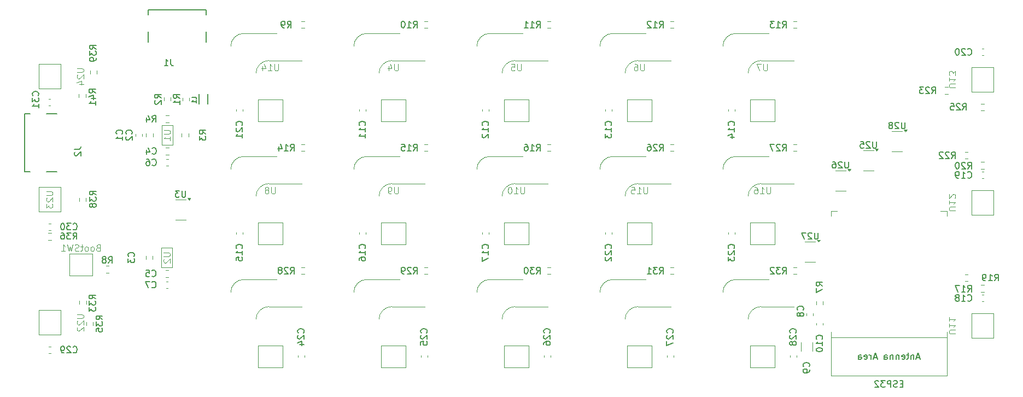
<source format=gbr>
%TF.GenerationSoftware,KiCad,Pcbnew,8.0.5*%
%TF.CreationDate,2024-11-23T20:31:30+11:00*%
%TF.ProjectId,Macro Mixer,4d616372-6f20-44d6-9978-65722e6b6963,rev?*%
%TF.SameCoordinates,Original*%
%TF.FileFunction,Legend,Bot*%
%TF.FilePolarity,Positive*%
%FSLAX46Y46*%
G04 Gerber Fmt 4.6, Leading zero omitted, Abs format (unit mm)*
G04 Created by KiCad (PCBNEW 8.0.5) date 2024-11-23 20:31:30*
%MOMM*%
%LPD*%
G01*
G04 APERTURE LIST*
%ADD10C,0.100000*%
%ADD11C,0.150000*%
%ADD12C,0.120000*%
%ADD13C,0.127000*%
%ADD14C,0.050000*%
G04 APERTURE END LIST*
D10*
X220517580Y-101500594D02*
X219708057Y-101500594D01*
X219708057Y-101500594D02*
X219612819Y-101452975D01*
X219612819Y-101452975D02*
X219565200Y-101405356D01*
X219565200Y-101405356D02*
X219517580Y-101310118D01*
X219517580Y-101310118D02*
X219517580Y-101119642D01*
X219517580Y-101119642D02*
X219565200Y-101024404D01*
X219565200Y-101024404D02*
X219612819Y-100976785D01*
X219612819Y-100976785D02*
X219708057Y-100929166D01*
X219708057Y-100929166D02*
X220517580Y-100929166D01*
X219517580Y-99929166D02*
X219517580Y-100500594D01*
X219517580Y-100214880D02*
X220517580Y-100214880D01*
X220517580Y-100214880D02*
X220374723Y-100310118D01*
X220374723Y-100310118D02*
X220279485Y-100405356D01*
X220279485Y-100405356D02*
X220231866Y-100500594D01*
X220422342Y-99548213D02*
X220469961Y-99500594D01*
X220469961Y-99500594D02*
X220517580Y-99405356D01*
X220517580Y-99405356D02*
X220517580Y-99167261D01*
X220517580Y-99167261D02*
X220469961Y-99072023D01*
X220469961Y-99072023D02*
X220422342Y-99024404D01*
X220422342Y-99024404D02*
X220327104Y-98976785D01*
X220327104Y-98976785D02*
X220231866Y-98976785D01*
X220231866Y-98976785D02*
X220089009Y-99024404D01*
X220089009Y-99024404D02*
X219517580Y-99595832D01*
X219517580Y-99595832D02*
X219517580Y-98976785D01*
X220517580Y-82450594D02*
X219708057Y-82450594D01*
X219708057Y-82450594D02*
X219612819Y-82402975D01*
X219612819Y-82402975D02*
X219565200Y-82355356D01*
X219565200Y-82355356D02*
X219517580Y-82260118D01*
X219517580Y-82260118D02*
X219517580Y-82069642D01*
X219517580Y-82069642D02*
X219565200Y-81974404D01*
X219565200Y-81974404D02*
X219612819Y-81926785D01*
X219612819Y-81926785D02*
X219708057Y-81879166D01*
X219708057Y-81879166D02*
X220517580Y-81879166D01*
X219517580Y-80879166D02*
X219517580Y-81450594D01*
X219517580Y-81164880D02*
X220517580Y-81164880D01*
X220517580Y-81164880D02*
X220374723Y-81260118D01*
X220374723Y-81260118D02*
X220279485Y-81355356D01*
X220279485Y-81355356D02*
X220231866Y-81450594D01*
X220517580Y-80545832D02*
X220517580Y-79926785D01*
X220517580Y-79926785D02*
X220136628Y-80260118D01*
X220136628Y-80260118D02*
X220136628Y-80117261D01*
X220136628Y-80117261D02*
X220089009Y-80022023D01*
X220089009Y-80022023D02*
X220041390Y-79974404D01*
X220041390Y-79974404D02*
X219946152Y-79926785D01*
X219946152Y-79926785D02*
X219708057Y-79926785D01*
X219708057Y-79926785D02*
X219612819Y-79974404D01*
X219612819Y-79974404D02*
X219565200Y-80022023D01*
X219565200Y-80022023D02*
X219517580Y-80117261D01*
X219517580Y-80117261D02*
X219517580Y-80402975D01*
X219517580Y-80402975D02*
X219565200Y-80498213D01*
X219565200Y-80498213D02*
X219612819Y-80545832D01*
X220517580Y-120550594D02*
X219708057Y-120550594D01*
X219708057Y-120550594D02*
X219612819Y-120502975D01*
X219612819Y-120502975D02*
X219565200Y-120455356D01*
X219565200Y-120455356D02*
X219517580Y-120360118D01*
X219517580Y-120360118D02*
X219517580Y-120169642D01*
X219517580Y-120169642D02*
X219565200Y-120074404D01*
X219565200Y-120074404D02*
X219612819Y-120026785D01*
X219612819Y-120026785D02*
X219708057Y-119979166D01*
X219708057Y-119979166D02*
X220517580Y-119979166D01*
X219517580Y-118979166D02*
X219517580Y-119550594D01*
X219517580Y-119264880D02*
X220517580Y-119264880D01*
X220517580Y-119264880D02*
X220374723Y-119360118D01*
X220374723Y-119360118D02*
X220279485Y-119455356D01*
X220279485Y-119455356D02*
X220231866Y-119550594D01*
X219517580Y-118026785D02*
X219517580Y-118598213D01*
X219517580Y-118312499D02*
X220517580Y-118312499D01*
X220517580Y-118312499D02*
X220374723Y-118407737D01*
X220374723Y-118407737D02*
X220279485Y-118502975D01*
X220279485Y-118502975D02*
X220231866Y-118598213D01*
X153738094Y-97869919D02*
X153738094Y-98679442D01*
X153738094Y-98679442D02*
X153690475Y-98774680D01*
X153690475Y-98774680D02*
X153642856Y-98822300D01*
X153642856Y-98822300D02*
X153547618Y-98869919D01*
X153547618Y-98869919D02*
X153357142Y-98869919D01*
X153357142Y-98869919D02*
X153261904Y-98822300D01*
X153261904Y-98822300D02*
X153214285Y-98774680D01*
X153214285Y-98774680D02*
X153166666Y-98679442D01*
X153166666Y-98679442D02*
X153166666Y-97869919D01*
X152166666Y-98869919D02*
X152738094Y-98869919D01*
X152452380Y-98869919D02*
X152452380Y-97869919D01*
X152452380Y-97869919D02*
X152547618Y-98012776D01*
X152547618Y-98012776D02*
X152642856Y-98108014D01*
X152642856Y-98108014D02*
X152738094Y-98155633D01*
X151547618Y-97869919D02*
X151452380Y-97869919D01*
X151452380Y-97869919D02*
X151357142Y-97917538D01*
X151357142Y-97917538D02*
X151309523Y-97965157D01*
X151309523Y-97965157D02*
X151261904Y-98060395D01*
X151261904Y-98060395D02*
X151214285Y-98250871D01*
X151214285Y-98250871D02*
X151214285Y-98488966D01*
X151214285Y-98488966D02*
X151261904Y-98679442D01*
X151261904Y-98679442D02*
X151309523Y-98774680D01*
X151309523Y-98774680D02*
X151357142Y-98822300D01*
X151357142Y-98822300D02*
X151452380Y-98869919D01*
X151452380Y-98869919D02*
X151547618Y-98869919D01*
X151547618Y-98869919D02*
X151642856Y-98822300D01*
X151642856Y-98822300D02*
X151690475Y-98774680D01*
X151690475Y-98774680D02*
X151738094Y-98679442D01*
X151738094Y-98679442D02*
X151785713Y-98488966D01*
X151785713Y-98488966D02*
X151785713Y-98250871D01*
X151785713Y-98250871D02*
X151738094Y-98060395D01*
X151738094Y-98060395D02*
X151690475Y-97965157D01*
X151690475Y-97965157D02*
X151642856Y-97917538D01*
X151642856Y-97917538D02*
X151547618Y-97869919D01*
X134211904Y-78819919D02*
X134211904Y-79629442D01*
X134211904Y-79629442D02*
X134164285Y-79724680D01*
X134164285Y-79724680D02*
X134116666Y-79772300D01*
X134116666Y-79772300D02*
X134021428Y-79819919D01*
X134021428Y-79819919D02*
X133830952Y-79819919D01*
X133830952Y-79819919D02*
X133735714Y-79772300D01*
X133735714Y-79772300D02*
X133688095Y-79724680D01*
X133688095Y-79724680D02*
X133640476Y-79629442D01*
X133640476Y-79629442D02*
X133640476Y-78819919D01*
X132735714Y-79153252D02*
X132735714Y-79819919D01*
X132973809Y-78772300D02*
X133211904Y-79486585D01*
X133211904Y-79486585D02*
X132592857Y-79486585D01*
X115638094Y-78819919D02*
X115638094Y-79629442D01*
X115638094Y-79629442D02*
X115590475Y-79724680D01*
X115590475Y-79724680D02*
X115542856Y-79772300D01*
X115542856Y-79772300D02*
X115447618Y-79819919D01*
X115447618Y-79819919D02*
X115257142Y-79819919D01*
X115257142Y-79819919D02*
X115161904Y-79772300D01*
X115161904Y-79772300D02*
X115114285Y-79724680D01*
X115114285Y-79724680D02*
X115066666Y-79629442D01*
X115066666Y-79629442D02*
X115066666Y-78819919D01*
X114066666Y-79819919D02*
X114638094Y-79819919D01*
X114352380Y-79819919D02*
X114352380Y-78819919D01*
X114352380Y-78819919D02*
X114447618Y-78962776D01*
X114447618Y-78962776D02*
X114542856Y-79058014D01*
X114542856Y-79058014D02*
X114638094Y-79105633D01*
X113209523Y-79153252D02*
X113209523Y-79819919D01*
X113447618Y-78772300D02*
X113685713Y-79486585D01*
X113685713Y-79486585D02*
X113066666Y-79486585D01*
X84482419Y-117574406D02*
X85291942Y-117574406D01*
X85291942Y-117574406D02*
X85387180Y-117622025D01*
X85387180Y-117622025D02*
X85434800Y-117669644D01*
X85434800Y-117669644D02*
X85482419Y-117764882D01*
X85482419Y-117764882D02*
X85482419Y-117955358D01*
X85482419Y-117955358D02*
X85434800Y-118050596D01*
X85434800Y-118050596D02*
X85387180Y-118098215D01*
X85387180Y-118098215D02*
X85291942Y-118145834D01*
X85291942Y-118145834D02*
X84482419Y-118145834D01*
X84577657Y-118574406D02*
X84530038Y-118622025D01*
X84530038Y-118622025D02*
X84482419Y-118717263D01*
X84482419Y-118717263D02*
X84482419Y-118955358D01*
X84482419Y-118955358D02*
X84530038Y-119050596D01*
X84530038Y-119050596D02*
X84577657Y-119098215D01*
X84577657Y-119098215D02*
X84672895Y-119145834D01*
X84672895Y-119145834D02*
X84768133Y-119145834D01*
X84768133Y-119145834D02*
X84910990Y-119098215D01*
X84910990Y-119098215D02*
X85482419Y-118526787D01*
X85482419Y-118526787D02*
X85482419Y-119145834D01*
X84577657Y-119526787D02*
X84530038Y-119574406D01*
X84530038Y-119574406D02*
X84482419Y-119669644D01*
X84482419Y-119669644D02*
X84482419Y-119907739D01*
X84482419Y-119907739D02*
X84530038Y-120002977D01*
X84530038Y-120002977D02*
X84577657Y-120050596D01*
X84577657Y-120050596D02*
X84672895Y-120098215D01*
X84672895Y-120098215D02*
X84768133Y-120098215D01*
X84768133Y-120098215D02*
X84910990Y-120050596D01*
X84910990Y-120050596D02*
X85482419Y-119479168D01*
X85482419Y-119479168D02*
X85482419Y-120098215D01*
X153261904Y-78819919D02*
X153261904Y-79629442D01*
X153261904Y-79629442D02*
X153214285Y-79724680D01*
X153214285Y-79724680D02*
X153166666Y-79772300D01*
X153166666Y-79772300D02*
X153071428Y-79819919D01*
X153071428Y-79819919D02*
X152880952Y-79819919D01*
X152880952Y-79819919D02*
X152785714Y-79772300D01*
X152785714Y-79772300D02*
X152738095Y-79724680D01*
X152738095Y-79724680D02*
X152690476Y-79629442D01*
X152690476Y-79629442D02*
X152690476Y-78819919D01*
X151738095Y-78819919D02*
X152214285Y-78819919D01*
X152214285Y-78819919D02*
X152261904Y-79296109D01*
X152261904Y-79296109D02*
X152214285Y-79248490D01*
X152214285Y-79248490D02*
X152119047Y-79200871D01*
X152119047Y-79200871D02*
X151880952Y-79200871D01*
X151880952Y-79200871D02*
X151785714Y-79248490D01*
X151785714Y-79248490D02*
X151738095Y-79296109D01*
X151738095Y-79296109D02*
X151690476Y-79391347D01*
X151690476Y-79391347D02*
X151690476Y-79629442D01*
X151690476Y-79629442D02*
X151738095Y-79724680D01*
X151738095Y-79724680D02*
X151785714Y-79772300D01*
X151785714Y-79772300D02*
X151880952Y-79819919D01*
X151880952Y-79819919D02*
X152119047Y-79819919D01*
X152119047Y-79819919D02*
X152214285Y-79772300D01*
X152214285Y-79772300D02*
X152261904Y-79724680D01*
X191361904Y-78819919D02*
X191361904Y-79629442D01*
X191361904Y-79629442D02*
X191314285Y-79724680D01*
X191314285Y-79724680D02*
X191266666Y-79772300D01*
X191266666Y-79772300D02*
X191171428Y-79819919D01*
X191171428Y-79819919D02*
X190980952Y-79819919D01*
X190980952Y-79819919D02*
X190885714Y-79772300D01*
X190885714Y-79772300D02*
X190838095Y-79724680D01*
X190838095Y-79724680D02*
X190790476Y-79629442D01*
X190790476Y-79629442D02*
X190790476Y-78819919D01*
X190409523Y-78819919D02*
X189742857Y-78819919D01*
X189742857Y-78819919D02*
X190171428Y-79819919D01*
X172788094Y-97869919D02*
X172788094Y-98679442D01*
X172788094Y-98679442D02*
X172740475Y-98774680D01*
X172740475Y-98774680D02*
X172692856Y-98822300D01*
X172692856Y-98822300D02*
X172597618Y-98869919D01*
X172597618Y-98869919D02*
X172407142Y-98869919D01*
X172407142Y-98869919D02*
X172311904Y-98822300D01*
X172311904Y-98822300D02*
X172264285Y-98774680D01*
X172264285Y-98774680D02*
X172216666Y-98679442D01*
X172216666Y-98679442D02*
X172216666Y-97869919D01*
X171216666Y-98869919D02*
X171788094Y-98869919D01*
X171502380Y-98869919D02*
X171502380Y-97869919D01*
X171502380Y-97869919D02*
X171597618Y-98012776D01*
X171597618Y-98012776D02*
X171692856Y-98108014D01*
X171692856Y-98108014D02*
X171788094Y-98155633D01*
X170311904Y-97869919D02*
X170788094Y-97869919D01*
X170788094Y-97869919D02*
X170835713Y-98346109D01*
X170835713Y-98346109D02*
X170788094Y-98298490D01*
X170788094Y-98298490D02*
X170692856Y-98250871D01*
X170692856Y-98250871D02*
X170454761Y-98250871D01*
X170454761Y-98250871D02*
X170359523Y-98298490D01*
X170359523Y-98298490D02*
X170311904Y-98346109D01*
X170311904Y-98346109D02*
X170264285Y-98441347D01*
X170264285Y-98441347D02*
X170264285Y-98679442D01*
X170264285Y-98679442D02*
X170311904Y-98774680D01*
X170311904Y-98774680D02*
X170359523Y-98822300D01*
X170359523Y-98822300D02*
X170454761Y-98869919D01*
X170454761Y-98869919D02*
X170692856Y-98869919D01*
X170692856Y-98869919D02*
X170788094Y-98822300D01*
X170788094Y-98822300D02*
X170835713Y-98774680D01*
X191838094Y-97869919D02*
X191838094Y-98679442D01*
X191838094Y-98679442D02*
X191790475Y-98774680D01*
X191790475Y-98774680D02*
X191742856Y-98822300D01*
X191742856Y-98822300D02*
X191647618Y-98869919D01*
X191647618Y-98869919D02*
X191457142Y-98869919D01*
X191457142Y-98869919D02*
X191361904Y-98822300D01*
X191361904Y-98822300D02*
X191314285Y-98774680D01*
X191314285Y-98774680D02*
X191266666Y-98679442D01*
X191266666Y-98679442D02*
X191266666Y-97869919D01*
X190266666Y-98869919D02*
X190838094Y-98869919D01*
X190552380Y-98869919D02*
X190552380Y-97869919D01*
X190552380Y-97869919D02*
X190647618Y-98012776D01*
X190647618Y-98012776D02*
X190742856Y-98108014D01*
X190742856Y-98108014D02*
X190838094Y-98155633D01*
X189409523Y-97869919D02*
X189599999Y-97869919D01*
X189599999Y-97869919D02*
X189695237Y-97917538D01*
X189695237Y-97917538D02*
X189742856Y-97965157D01*
X189742856Y-97965157D02*
X189838094Y-98108014D01*
X189838094Y-98108014D02*
X189885713Y-98298490D01*
X189885713Y-98298490D02*
X189885713Y-98679442D01*
X189885713Y-98679442D02*
X189838094Y-98774680D01*
X189838094Y-98774680D02*
X189790475Y-98822300D01*
X189790475Y-98822300D02*
X189695237Y-98869919D01*
X189695237Y-98869919D02*
X189504761Y-98869919D01*
X189504761Y-98869919D02*
X189409523Y-98822300D01*
X189409523Y-98822300D02*
X189361904Y-98774680D01*
X189361904Y-98774680D02*
X189314285Y-98679442D01*
X189314285Y-98679442D02*
X189314285Y-98441347D01*
X189314285Y-98441347D02*
X189361904Y-98346109D01*
X189361904Y-98346109D02*
X189409523Y-98298490D01*
X189409523Y-98298490D02*
X189504761Y-98250871D01*
X189504761Y-98250871D02*
X189695237Y-98250871D01*
X189695237Y-98250871D02*
X189790475Y-98298490D01*
X189790475Y-98298490D02*
X189838094Y-98346109D01*
X189838094Y-98346109D02*
X189885713Y-98441347D01*
X115161904Y-97869919D02*
X115161904Y-98679442D01*
X115161904Y-98679442D02*
X115114285Y-98774680D01*
X115114285Y-98774680D02*
X115066666Y-98822300D01*
X115066666Y-98822300D02*
X114971428Y-98869919D01*
X114971428Y-98869919D02*
X114780952Y-98869919D01*
X114780952Y-98869919D02*
X114685714Y-98822300D01*
X114685714Y-98822300D02*
X114638095Y-98774680D01*
X114638095Y-98774680D02*
X114590476Y-98679442D01*
X114590476Y-98679442D02*
X114590476Y-97869919D01*
X113971428Y-98298490D02*
X114066666Y-98250871D01*
X114066666Y-98250871D02*
X114114285Y-98203252D01*
X114114285Y-98203252D02*
X114161904Y-98108014D01*
X114161904Y-98108014D02*
X114161904Y-98060395D01*
X114161904Y-98060395D02*
X114114285Y-97965157D01*
X114114285Y-97965157D02*
X114066666Y-97917538D01*
X114066666Y-97917538D02*
X113971428Y-97869919D01*
X113971428Y-97869919D02*
X113780952Y-97869919D01*
X113780952Y-97869919D02*
X113685714Y-97917538D01*
X113685714Y-97917538D02*
X113638095Y-97965157D01*
X113638095Y-97965157D02*
X113590476Y-98060395D01*
X113590476Y-98060395D02*
X113590476Y-98108014D01*
X113590476Y-98108014D02*
X113638095Y-98203252D01*
X113638095Y-98203252D02*
X113685714Y-98250871D01*
X113685714Y-98250871D02*
X113780952Y-98298490D01*
X113780952Y-98298490D02*
X113971428Y-98298490D01*
X113971428Y-98298490D02*
X114066666Y-98346109D01*
X114066666Y-98346109D02*
X114114285Y-98393728D01*
X114114285Y-98393728D02*
X114161904Y-98488966D01*
X114161904Y-98488966D02*
X114161904Y-98679442D01*
X114161904Y-98679442D02*
X114114285Y-98774680D01*
X114114285Y-98774680D02*
X114066666Y-98822300D01*
X114066666Y-98822300D02*
X113971428Y-98869919D01*
X113971428Y-98869919D02*
X113780952Y-98869919D01*
X113780952Y-98869919D02*
X113685714Y-98822300D01*
X113685714Y-98822300D02*
X113638095Y-98774680D01*
X113638095Y-98774680D02*
X113590476Y-98679442D01*
X113590476Y-98679442D02*
X113590476Y-98488966D01*
X113590476Y-98488966D02*
X113638095Y-98393728D01*
X113638095Y-98393728D02*
X113685714Y-98346109D01*
X113685714Y-98346109D02*
X113780952Y-98298490D01*
X172311904Y-78819919D02*
X172311904Y-79629442D01*
X172311904Y-79629442D02*
X172264285Y-79724680D01*
X172264285Y-79724680D02*
X172216666Y-79772300D01*
X172216666Y-79772300D02*
X172121428Y-79819919D01*
X172121428Y-79819919D02*
X171930952Y-79819919D01*
X171930952Y-79819919D02*
X171835714Y-79772300D01*
X171835714Y-79772300D02*
X171788095Y-79724680D01*
X171788095Y-79724680D02*
X171740476Y-79629442D01*
X171740476Y-79629442D02*
X171740476Y-78819919D01*
X170835714Y-78819919D02*
X171026190Y-78819919D01*
X171026190Y-78819919D02*
X171121428Y-78867538D01*
X171121428Y-78867538D02*
X171169047Y-78915157D01*
X171169047Y-78915157D02*
X171264285Y-79058014D01*
X171264285Y-79058014D02*
X171311904Y-79248490D01*
X171311904Y-79248490D02*
X171311904Y-79629442D01*
X171311904Y-79629442D02*
X171264285Y-79724680D01*
X171264285Y-79724680D02*
X171216666Y-79772300D01*
X171216666Y-79772300D02*
X171121428Y-79819919D01*
X171121428Y-79819919D02*
X170930952Y-79819919D01*
X170930952Y-79819919D02*
X170835714Y-79772300D01*
X170835714Y-79772300D02*
X170788095Y-79724680D01*
X170788095Y-79724680D02*
X170740476Y-79629442D01*
X170740476Y-79629442D02*
X170740476Y-79391347D01*
X170740476Y-79391347D02*
X170788095Y-79296109D01*
X170788095Y-79296109D02*
X170835714Y-79248490D01*
X170835714Y-79248490D02*
X170930952Y-79200871D01*
X170930952Y-79200871D02*
X171121428Y-79200871D01*
X171121428Y-79200871D02*
X171216666Y-79248490D01*
X171216666Y-79248490D02*
X171264285Y-79296109D01*
X171264285Y-79296109D02*
X171311904Y-79391347D01*
X134211904Y-97869919D02*
X134211904Y-98679442D01*
X134211904Y-98679442D02*
X134164285Y-98774680D01*
X134164285Y-98774680D02*
X134116666Y-98822300D01*
X134116666Y-98822300D02*
X134021428Y-98869919D01*
X134021428Y-98869919D02*
X133830952Y-98869919D01*
X133830952Y-98869919D02*
X133735714Y-98822300D01*
X133735714Y-98822300D02*
X133688095Y-98774680D01*
X133688095Y-98774680D02*
X133640476Y-98679442D01*
X133640476Y-98679442D02*
X133640476Y-97869919D01*
X133116666Y-98869919D02*
X132926190Y-98869919D01*
X132926190Y-98869919D02*
X132830952Y-98822300D01*
X132830952Y-98822300D02*
X132783333Y-98774680D01*
X132783333Y-98774680D02*
X132688095Y-98631823D01*
X132688095Y-98631823D02*
X132640476Y-98441347D01*
X132640476Y-98441347D02*
X132640476Y-98060395D01*
X132640476Y-98060395D02*
X132688095Y-97965157D01*
X132688095Y-97965157D02*
X132735714Y-97917538D01*
X132735714Y-97917538D02*
X132830952Y-97869919D01*
X132830952Y-97869919D02*
X133021428Y-97869919D01*
X133021428Y-97869919D02*
X133116666Y-97917538D01*
X133116666Y-97917538D02*
X133164285Y-97965157D01*
X133164285Y-97965157D02*
X133211904Y-98060395D01*
X133211904Y-98060395D02*
X133211904Y-98298490D01*
X133211904Y-98298490D02*
X133164285Y-98393728D01*
X133164285Y-98393728D02*
X133116666Y-98441347D01*
X133116666Y-98441347D02*
X133021428Y-98488966D01*
X133021428Y-98488966D02*
X132830952Y-98488966D01*
X132830952Y-98488966D02*
X132735714Y-98441347D01*
X132735714Y-98441347D02*
X132688095Y-98393728D01*
X132688095Y-98393728D02*
X132640476Y-98298490D01*
X79732419Y-98524406D02*
X80541942Y-98524406D01*
X80541942Y-98524406D02*
X80637180Y-98572025D01*
X80637180Y-98572025D02*
X80684800Y-98619644D01*
X80684800Y-98619644D02*
X80732419Y-98714882D01*
X80732419Y-98714882D02*
X80732419Y-98905358D01*
X80732419Y-98905358D02*
X80684800Y-99000596D01*
X80684800Y-99000596D02*
X80637180Y-99048215D01*
X80637180Y-99048215D02*
X80541942Y-99095834D01*
X80541942Y-99095834D02*
X79732419Y-99095834D01*
X79827657Y-99524406D02*
X79780038Y-99572025D01*
X79780038Y-99572025D02*
X79732419Y-99667263D01*
X79732419Y-99667263D02*
X79732419Y-99905358D01*
X79732419Y-99905358D02*
X79780038Y-100000596D01*
X79780038Y-100000596D02*
X79827657Y-100048215D01*
X79827657Y-100048215D02*
X79922895Y-100095834D01*
X79922895Y-100095834D02*
X80018133Y-100095834D01*
X80018133Y-100095834D02*
X80160990Y-100048215D01*
X80160990Y-100048215D02*
X80732419Y-99476787D01*
X80732419Y-99476787D02*
X80732419Y-100095834D01*
X79732419Y-100429168D02*
X79732419Y-101048215D01*
X79732419Y-101048215D02*
X80113371Y-100714882D01*
X80113371Y-100714882D02*
X80113371Y-100857739D01*
X80113371Y-100857739D02*
X80160990Y-100952977D01*
X80160990Y-100952977D02*
X80208609Y-101000596D01*
X80208609Y-101000596D02*
X80303847Y-101048215D01*
X80303847Y-101048215D02*
X80541942Y-101048215D01*
X80541942Y-101048215D02*
X80637180Y-101000596D01*
X80637180Y-101000596D02*
X80684800Y-100952977D01*
X80684800Y-100952977D02*
X80732419Y-100857739D01*
X80732419Y-100857739D02*
X80732419Y-100572025D01*
X80732419Y-100572025D02*
X80684800Y-100476787D01*
X80684800Y-100476787D02*
X80637180Y-100429168D01*
X84482419Y-79474406D02*
X85291942Y-79474406D01*
X85291942Y-79474406D02*
X85387180Y-79522025D01*
X85387180Y-79522025D02*
X85434800Y-79569644D01*
X85434800Y-79569644D02*
X85482419Y-79664882D01*
X85482419Y-79664882D02*
X85482419Y-79855358D01*
X85482419Y-79855358D02*
X85434800Y-79950596D01*
X85434800Y-79950596D02*
X85387180Y-79998215D01*
X85387180Y-79998215D02*
X85291942Y-80045834D01*
X85291942Y-80045834D02*
X84482419Y-80045834D01*
X84577657Y-80474406D02*
X84530038Y-80522025D01*
X84530038Y-80522025D02*
X84482419Y-80617263D01*
X84482419Y-80617263D02*
X84482419Y-80855358D01*
X84482419Y-80855358D02*
X84530038Y-80950596D01*
X84530038Y-80950596D02*
X84577657Y-80998215D01*
X84577657Y-80998215D02*
X84672895Y-81045834D01*
X84672895Y-81045834D02*
X84768133Y-81045834D01*
X84768133Y-81045834D02*
X84910990Y-80998215D01*
X84910990Y-80998215D02*
X85482419Y-80426787D01*
X85482419Y-80426787D02*
X85482419Y-81045834D01*
X84815752Y-81902977D02*
X85482419Y-81902977D01*
X84434800Y-81664882D02*
X85149085Y-81426787D01*
X85149085Y-81426787D02*
X85149085Y-82045834D01*
D11*
X89366666Y-109624819D02*
X89699999Y-109148628D01*
X89938094Y-109624819D02*
X89938094Y-108624819D01*
X89938094Y-108624819D02*
X89557142Y-108624819D01*
X89557142Y-108624819D02*
X89461904Y-108672438D01*
X89461904Y-108672438D02*
X89414285Y-108720057D01*
X89414285Y-108720057D02*
X89366666Y-108815295D01*
X89366666Y-108815295D02*
X89366666Y-108958152D01*
X89366666Y-108958152D02*
X89414285Y-109053390D01*
X89414285Y-109053390D02*
X89461904Y-109101009D01*
X89461904Y-109101009D02*
X89557142Y-109148628D01*
X89557142Y-109148628D02*
X89938094Y-109148628D01*
X88795237Y-109053390D02*
X88890475Y-109005771D01*
X88890475Y-109005771D02*
X88938094Y-108958152D01*
X88938094Y-108958152D02*
X88985713Y-108862914D01*
X88985713Y-108862914D02*
X88985713Y-108815295D01*
X88985713Y-108815295D02*
X88938094Y-108720057D01*
X88938094Y-108720057D02*
X88890475Y-108672438D01*
X88890475Y-108672438D02*
X88795237Y-108624819D01*
X88795237Y-108624819D02*
X88604761Y-108624819D01*
X88604761Y-108624819D02*
X88509523Y-108672438D01*
X88509523Y-108672438D02*
X88461904Y-108720057D01*
X88461904Y-108720057D02*
X88414285Y-108815295D01*
X88414285Y-108815295D02*
X88414285Y-108862914D01*
X88414285Y-108862914D02*
X88461904Y-108958152D01*
X88461904Y-108958152D02*
X88509523Y-109005771D01*
X88509523Y-109005771D02*
X88604761Y-109053390D01*
X88604761Y-109053390D02*
X88795237Y-109053390D01*
X88795237Y-109053390D02*
X88890475Y-109101009D01*
X88890475Y-109101009D02*
X88938094Y-109148628D01*
X88938094Y-109148628D02*
X88985713Y-109243866D01*
X88985713Y-109243866D02*
X88985713Y-109434342D01*
X88985713Y-109434342D02*
X88938094Y-109529580D01*
X88938094Y-109529580D02*
X88890475Y-109577200D01*
X88890475Y-109577200D02*
X88795237Y-109624819D01*
X88795237Y-109624819D02*
X88604761Y-109624819D01*
X88604761Y-109624819D02*
X88509523Y-109577200D01*
X88509523Y-109577200D02*
X88461904Y-109529580D01*
X88461904Y-109529580D02*
X88414285Y-109434342D01*
X88414285Y-109434342D02*
X88414285Y-109243866D01*
X88414285Y-109243866D02*
X88461904Y-109148628D01*
X88461904Y-109148628D02*
X88509523Y-109101009D01*
X88509523Y-109101009D02*
X88604761Y-109053390D01*
X83867857Y-104372080D02*
X83915476Y-104419700D01*
X83915476Y-104419700D02*
X84058333Y-104467319D01*
X84058333Y-104467319D02*
X84153571Y-104467319D01*
X84153571Y-104467319D02*
X84296428Y-104419700D01*
X84296428Y-104419700D02*
X84391666Y-104324461D01*
X84391666Y-104324461D02*
X84439285Y-104229223D01*
X84439285Y-104229223D02*
X84486904Y-104038747D01*
X84486904Y-104038747D02*
X84486904Y-103895890D01*
X84486904Y-103895890D02*
X84439285Y-103705414D01*
X84439285Y-103705414D02*
X84391666Y-103610176D01*
X84391666Y-103610176D02*
X84296428Y-103514938D01*
X84296428Y-103514938D02*
X84153571Y-103467319D01*
X84153571Y-103467319D02*
X84058333Y-103467319D01*
X84058333Y-103467319D02*
X83915476Y-103514938D01*
X83915476Y-103514938D02*
X83867857Y-103562557D01*
X83534523Y-103467319D02*
X82915476Y-103467319D01*
X82915476Y-103467319D02*
X83248809Y-103848271D01*
X83248809Y-103848271D02*
X83105952Y-103848271D01*
X83105952Y-103848271D02*
X83010714Y-103895890D01*
X83010714Y-103895890D02*
X82963095Y-103943509D01*
X82963095Y-103943509D02*
X82915476Y-104038747D01*
X82915476Y-104038747D02*
X82915476Y-104276842D01*
X82915476Y-104276842D02*
X82963095Y-104372080D01*
X82963095Y-104372080D02*
X83010714Y-104419700D01*
X83010714Y-104419700D02*
X83105952Y-104467319D01*
X83105952Y-104467319D02*
X83391666Y-104467319D01*
X83391666Y-104467319D02*
X83486904Y-104419700D01*
X83486904Y-104419700D02*
X83534523Y-104372080D01*
X82296428Y-103467319D02*
X82201190Y-103467319D01*
X82201190Y-103467319D02*
X82105952Y-103514938D01*
X82105952Y-103514938D02*
X82058333Y-103562557D01*
X82058333Y-103562557D02*
X82010714Y-103657795D01*
X82010714Y-103657795D02*
X81963095Y-103848271D01*
X81963095Y-103848271D02*
X81963095Y-104086366D01*
X81963095Y-104086366D02*
X82010714Y-104276842D01*
X82010714Y-104276842D02*
X82058333Y-104372080D01*
X82058333Y-104372080D02*
X82105952Y-104419700D01*
X82105952Y-104419700D02*
X82201190Y-104467319D01*
X82201190Y-104467319D02*
X82296428Y-104467319D01*
X82296428Y-104467319D02*
X82391666Y-104419700D01*
X82391666Y-104419700D02*
X82439285Y-104372080D01*
X82439285Y-104372080D02*
X82486904Y-104276842D01*
X82486904Y-104276842D02*
X82534523Y-104086366D01*
X82534523Y-104086366D02*
X82534523Y-103848271D01*
X82534523Y-103848271D02*
X82486904Y-103657795D01*
X82486904Y-103657795D02*
X82439285Y-103562557D01*
X82439285Y-103562557D02*
X82391666Y-103514938D01*
X82391666Y-103514938D02*
X82296428Y-103467319D01*
X87354819Y-115157142D02*
X86878628Y-114823809D01*
X87354819Y-114585714D02*
X86354819Y-114585714D01*
X86354819Y-114585714D02*
X86354819Y-114966666D01*
X86354819Y-114966666D02*
X86402438Y-115061904D01*
X86402438Y-115061904D02*
X86450057Y-115109523D01*
X86450057Y-115109523D02*
X86545295Y-115157142D01*
X86545295Y-115157142D02*
X86688152Y-115157142D01*
X86688152Y-115157142D02*
X86783390Y-115109523D01*
X86783390Y-115109523D02*
X86831009Y-115061904D01*
X86831009Y-115061904D02*
X86878628Y-114966666D01*
X86878628Y-114966666D02*
X86878628Y-114585714D01*
X86354819Y-115490476D02*
X86354819Y-116109523D01*
X86354819Y-116109523D02*
X86735771Y-115776190D01*
X86735771Y-115776190D02*
X86735771Y-115919047D01*
X86735771Y-115919047D02*
X86783390Y-116014285D01*
X86783390Y-116014285D02*
X86831009Y-116061904D01*
X86831009Y-116061904D02*
X86926247Y-116109523D01*
X86926247Y-116109523D02*
X87164342Y-116109523D01*
X87164342Y-116109523D02*
X87259580Y-116061904D01*
X87259580Y-116061904D02*
X87307200Y-116014285D01*
X87307200Y-116014285D02*
X87354819Y-115919047D01*
X87354819Y-115919047D02*
X87354819Y-115633333D01*
X87354819Y-115633333D02*
X87307200Y-115538095D01*
X87307200Y-115538095D02*
X87259580Y-115490476D01*
X86354819Y-116442857D02*
X86354819Y-117061904D01*
X86354819Y-117061904D02*
X86735771Y-116728571D01*
X86735771Y-116728571D02*
X86735771Y-116871428D01*
X86735771Y-116871428D02*
X86783390Y-116966666D01*
X86783390Y-116966666D02*
X86831009Y-117014285D01*
X86831009Y-117014285D02*
X86926247Y-117061904D01*
X86926247Y-117061904D02*
X87164342Y-117061904D01*
X87164342Y-117061904D02*
X87259580Y-117014285D01*
X87259580Y-117014285D02*
X87307200Y-116966666D01*
X87307200Y-116966666D02*
X87354819Y-116871428D01*
X87354819Y-116871428D02*
X87354819Y-116585714D01*
X87354819Y-116585714D02*
X87307200Y-116490476D01*
X87307200Y-116490476D02*
X87259580Y-116442857D01*
X167159580Y-88319642D02*
X167207200Y-88272023D01*
X167207200Y-88272023D02*
X167254819Y-88129166D01*
X167254819Y-88129166D02*
X167254819Y-88033928D01*
X167254819Y-88033928D02*
X167207200Y-87891071D01*
X167207200Y-87891071D02*
X167111961Y-87795833D01*
X167111961Y-87795833D02*
X167016723Y-87748214D01*
X167016723Y-87748214D02*
X166826247Y-87700595D01*
X166826247Y-87700595D02*
X166683390Y-87700595D01*
X166683390Y-87700595D02*
X166492914Y-87748214D01*
X166492914Y-87748214D02*
X166397676Y-87795833D01*
X166397676Y-87795833D02*
X166302438Y-87891071D01*
X166302438Y-87891071D02*
X166254819Y-88033928D01*
X166254819Y-88033928D02*
X166254819Y-88129166D01*
X166254819Y-88129166D02*
X166302438Y-88272023D01*
X166302438Y-88272023D02*
X166350057Y-88319642D01*
X167254819Y-89272023D02*
X167254819Y-88700595D01*
X167254819Y-88986309D02*
X166254819Y-88986309D01*
X166254819Y-88986309D02*
X166397676Y-88891071D01*
X166397676Y-88891071D02*
X166492914Y-88795833D01*
X166492914Y-88795833D02*
X166540533Y-88700595D01*
X166254819Y-89605357D02*
X166254819Y-90224404D01*
X166254819Y-90224404D02*
X166635771Y-89891071D01*
X166635771Y-89891071D02*
X166635771Y-90033928D01*
X166635771Y-90033928D02*
X166683390Y-90129166D01*
X166683390Y-90129166D02*
X166731009Y-90176785D01*
X166731009Y-90176785D02*
X166826247Y-90224404D01*
X166826247Y-90224404D02*
X167064342Y-90224404D01*
X167064342Y-90224404D02*
X167159580Y-90176785D01*
X167159580Y-90176785D02*
X167207200Y-90129166D01*
X167207200Y-90129166D02*
X167254819Y-90033928D01*
X167254819Y-90033928D02*
X167254819Y-89748214D01*
X167254819Y-89748214D02*
X167207200Y-89652976D01*
X167207200Y-89652976D02*
X167159580Y-89605357D01*
X136592857Y-73167319D02*
X136926190Y-72691128D01*
X137164285Y-73167319D02*
X137164285Y-72167319D01*
X137164285Y-72167319D02*
X136783333Y-72167319D01*
X136783333Y-72167319D02*
X136688095Y-72214938D01*
X136688095Y-72214938D02*
X136640476Y-72262557D01*
X136640476Y-72262557D02*
X136592857Y-72357795D01*
X136592857Y-72357795D02*
X136592857Y-72500652D01*
X136592857Y-72500652D02*
X136640476Y-72595890D01*
X136640476Y-72595890D02*
X136688095Y-72643509D01*
X136688095Y-72643509D02*
X136783333Y-72691128D01*
X136783333Y-72691128D02*
X137164285Y-72691128D01*
X135640476Y-73167319D02*
X136211904Y-73167319D01*
X135926190Y-73167319D02*
X135926190Y-72167319D01*
X135926190Y-72167319D02*
X136021428Y-72310176D01*
X136021428Y-72310176D02*
X136116666Y-72405414D01*
X136116666Y-72405414D02*
X136211904Y-72453033D01*
X135021428Y-72167319D02*
X134926190Y-72167319D01*
X134926190Y-72167319D02*
X134830952Y-72214938D01*
X134830952Y-72214938D02*
X134783333Y-72262557D01*
X134783333Y-72262557D02*
X134735714Y-72357795D01*
X134735714Y-72357795D02*
X134688095Y-72548271D01*
X134688095Y-72548271D02*
X134688095Y-72786366D01*
X134688095Y-72786366D02*
X134735714Y-72976842D01*
X134735714Y-72976842D02*
X134783333Y-73072080D01*
X134783333Y-73072080D02*
X134830952Y-73119700D01*
X134830952Y-73119700D02*
X134926190Y-73167319D01*
X134926190Y-73167319D02*
X135021428Y-73167319D01*
X135021428Y-73167319D02*
X135116666Y-73119700D01*
X135116666Y-73119700D02*
X135164285Y-73072080D01*
X135164285Y-73072080D02*
X135211904Y-72976842D01*
X135211904Y-72976842D02*
X135259523Y-72786366D01*
X135259523Y-72786366D02*
X135259523Y-72548271D01*
X135259523Y-72548271D02*
X135211904Y-72357795D01*
X135211904Y-72357795D02*
X135164285Y-72262557D01*
X135164285Y-72262557D02*
X135116666Y-72214938D01*
X135116666Y-72214938D02*
X135021428Y-72167319D01*
X155642857Y-111267319D02*
X155976190Y-110791128D01*
X156214285Y-111267319D02*
X156214285Y-110267319D01*
X156214285Y-110267319D02*
X155833333Y-110267319D01*
X155833333Y-110267319D02*
X155738095Y-110314938D01*
X155738095Y-110314938D02*
X155690476Y-110362557D01*
X155690476Y-110362557D02*
X155642857Y-110457795D01*
X155642857Y-110457795D02*
X155642857Y-110600652D01*
X155642857Y-110600652D02*
X155690476Y-110695890D01*
X155690476Y-110695890D02*
X155738095Y-110743509D01*
X155738095Y-110743509D02*
X155833333Y-110791128D01*
X155833333Y-110791128D02*
X156214285Y-110791128D01*
X155309523Y-110267319D02*
X154690476Y-110267319D01*
X154690476Y-110267319D02*
X155023809Y-110648271D01*
X155023809Y-110648271D02*
X154880952Y-110648271D01*
X154880952Y-110648271D02*
X154785714Y-110695890D01*
X154785714Y-110695890D02*
X154738095Y-110743509D01*
X154738095Y-110743509D02*
X154690476Y-110838747D01*
X154690476Y-110838747D02*
X154690476Y-111076842D01*
X154690476Y-111076842D02*
X154738095Y-111172080D01*
X154738095Y-111172080D02*
X154785714Y-111219700D01*
X154785714Y-111219700D02*
X154880952Y-111267319D01*
X154880952Y-111267319D02*
X155166666Y-111267319D01*
X155166666Y-111267319D02*
X155261904Y-111219700D01*
X155261904Y-111219700D02*
X155309523Y-111172080D01*
X154071428Y-110267319D02*
X153976190Y-110267319D01*
X153976190Y-110267319D02*
X153880952Y-110314938D01*
X153880952Y-110314938D02*
X153833333Y-110362557D01*
X153833333Y-110362557D02*
X153785714Y-110457795D01*
X153785714Y-110457795D02*
X153738095Y-110648271D01*
X153738095Y-110648271D02*
X153738095Y-110886366D01*
X153738095Y-110886366D02*
X153785714Y-111076842D01*
X153785714Y-111076842D02*
X153833333Y-111172080D01*
X153833333Y-111172080D02*
X153880952Y-111219700D01*
X153880952Y-111219700D02*
X153976190Y-111267319D01*
X153976190Y-111267319D02*
X154071428Y-111267319D01*
X154071428Y-111267319D02*
X154166666Y-111219700D01*
X154166666Y-111219700D02*
X154214285Y-111172080D01*
X154214285Y-111172080D02*
X154261904Y-111076842D01*
X154261904Y-111076842D02*
X154309523Y-110886366D01*
X154309523Y-110886366D02*
X154309523Y-110648271D01*
X154309523Y-110648271D02*
X154261904Y-110457795D01*
X154261904Y-110457795D02*
X154214285Y-110362557D01*
X154214285Y-110362557D02*
X154166666Y-110314938D01*
X154166666Y-110314938D02*
X154071428Y-110267319D01*
X78484580Y-83669642D02*
X78532200Y-83622023D01*
X78532200Y-83622023D02*
X78579819Y-83479166D01*
X78579819Y-83479166D02*
X78579819Y-83383928D01*
X78579819Y-83383928D02*
X78532200Y-83241071D01*
X78532200Y-83241071D02*
X78436961Y-83145833D01*
X78436961Y-83145833D02*
X78341723Y-83098214D01*
X78341723Y-83098214D02*
X78151247Y-83050595D01*
X78151247Y-83050595D02*
X78008390Y-83050595D01*
X78008390Y-83050595D02*
X77817914Y-83098214D01*
X77817914Y-83098214D02*
X77722676Y-83145833D01*
X77722676Y-83145833D02*
X77627438Y-83241071D01*
X77627438Y-83241071D02*
X77579819Y-83383928D01*
X77579819Y-83383928D02*
X77579819Y-83479166D01*
X77579819Y-83479166D02*
X77627438Y-83622023D01*
X77627438Y-83622023D02*
X77675057Y-83669642D01*
X77579819Y-84002976D02*
X77579819Y-84622023D01*
X77579819Y-84622023D02*
X77960771Y-84288690D01*
X77960771Y-84288690D02*
X77960771Y-84431547D01*
X77960771Y-84431547D02*
X78008390Y-84526785D01*
X78008390Y-84526785D02*
X78056009Y-84574404D01*
X78056009Y-84574404D02*
X78151247Y-84622023D01*
X78151247Y-84622023D02*
X78389342Y-84622023D01*
X78389342Y-84622023D02*
X78484580Y-84574404D01*
X78484580Y-84574404D02*
X78532200Y-84526785D01*
X78532200Y-84526785D02*
X78579819Y-84431547D01*
X78579819Y-84431547D02*
X78579819Y-84145833D01*
X78579819Y-84145833D02*
X78532200Y-84050595D01*
X78532200Y-84050595D02*
X78484580Y-84002976D01*
X78579819Y-85574404D02*
X78579819Y-85002976D01*
X78579819Y-85288690D02*
X77579819Y-85288690D01*
X77579819Y-85288690D02*
X77722676Y-85193452D01*
X77722676Y-85193452D02*
X77817914Y-85098214D01*
X77817914Y-85098214D02*
X77865533Y-85002976D01*
X129059580Y-107369642D02*
X129107200Y-107322023D01*
X129107200Y-107322023D02*
X129154819Y-107179166D01*
X129154819Y-107179166D02*
X129154819Y-107083928D01*
X129154819Y-107083928D02*
X129107200Y-106941071D01*
X129107200Y-106941071D02*
X129011961Y-106845833D01*
X129011961Y-106845833D02*
X128916723Y-106798214D01*
X128916723Y-106798214D02*
X128726247Y-106750595D01*
X128726247Y-106750595D02*
X128583390Y-106750595D01*
X128583390Y-106750595D02*
X128392914Y-106798214D01*
X128392914Y-106798214D02*
X128297676Y-106845833D01*
X128297676Y-106845833D02*
X128202438Y-106941071D01*
X128202438Y-106941071D02*
X128154819Y-107083928D01*
X128154819Y-107083928D02*
X128154819Y-107179166D01*
X128154819Y-107179166D02*
X128202438Y-107322023D01*
X128202438Y-107322023D02*
X128250057Y-107369642D01*
X129154819Y-108322023D02*
X129154819Y-107750595D01*
X129154819Y-108036309D02*
X128154819Y-108036309D01*
X128154819Y-108036309D02*
X128297676Y-107941071D01*
X128297676Y-107941071D02*
X128392914Y-107845833D01*
X128392914Y-107845833D02*
X128440533Y-107750595D01*
X128154819Y-109179166D02*
X128154819Y-108988690D01*
X128154819Y-108988690D02*
X128202438Y-108893452D01*
X128202438Y-108893452D02*
X128250057Y-108845833D01*
X128250057Y-108845833D02*
X128392914Y-108750595D01*
X128392914Y-108750595D02*
X128583390Y-108702976D01*
X128583390Y-108702976D02*
X128964342Y-108702976D01*
X128964342Y-108702976D02*
X129059580Y-108750595D01*
X129059580Y-108750595D02*
X129107200Y-108798214D01*
X129107200Y-108798214D02*
X129154819Y-108893452D01*
X129154819Y-108893452D02*
X129154819Y-109083928D01*
X129154819Y-109083928D02*
X129107200Y-109179166D01*
X129107200Y-109179166D02*
X129059580Y-109226785D01*
X129059580Y-109226785D02*
X128964342Y-109274404D01*
X128964342Y-109274404D02*
X128726247Y-109274404D01*
X128726247Y-109274404D02*
X128631009Y-109226785D01*
X128631009Y-109226785D02*
X128583390Y-109179166D01*
X128583390Y-109179166D02*
X128535771Y-109083928D01*
X128535771Y-109083928D02*
X128535771Y-108893452D01*
X128535771Y-108893452D02*
X128583390Y-108798214D01*
X128583390Y-108798214D02*
X128631009Y-108750595D01*
X128631009Y-108750595D02*
X128726247Y-108702976D01*
X87354819Y-83257142D02*
X86878628Y-82923809D01*
X87354819Y-82685714D02*
X86354819Y-82685714D01*
X86354819Y-82685714D02*
X86354819Y-83066666D01*
X86354819Y-83066666D02*
X86402438Y-83161904D01*
X86402438Y-83161904D02*
X86450057Y-83209523D01*
X86450057Y-83209523D02*
X86545295Y-83257142D01*
X86545295Y-83257142D02*
X86688152Y-83257142D01*
X86688152Y-83257142D02*
X86783390Y-83209523D01*
X86783390Y-83209523D02*
X86831009Y-83161904D01*
X86831009Y-83161904D02*
X86878628Y-83066666D01*
X86878628Y-83066666D02*
X86878628Y-82685714D01*
X86688152Y-84114285D02*
X87354819Y-84114285D01*
X86307200Y-83876190D02*
X87021485Y-83638095D01*
X87021485Y-83638095D02*
X87021485Y-84257142D01*
X87354819Y-85161904D02*
X87354819Y-84590476D01*
X87354819Y-84876190D02*
X86354819Y-84876190D01*
X86354819Y-84876190D02*
X86497676Y-84780952D01*
X86497676Y-84780952D02*
X86592914Y-84685714D01*
X86592914Y-84685714D02*
X86640533Y-84590476D01*
X226592856Y-112354819D02*
X226926189Y-111878628D01*
X227164284Y-112354819D02*
X227164284Y-111354819D01*
X227164284Y-111354819D02*
X226783332Y-111354819D01*
X226783332Y-111354819D02*
X226688094Y-111402438D01*
X226688094Y-111402438D02*
X226640475Y-111450057D01*
X226640475Y-111450057D02*
X226592856Y-111545295D01*
X226592856Y-111545295D02*
X226592856Y-111688152D01*
X226592856Y-111688152D02*
X226640475Y-111783390D01*
X226640475Y-111783390D02*
X226688094Y-111831009D01*
X226688094Y-111831009D02*
X226783332Y-111878628D01*
X226783332Y-111878628D02*
X227164284Y-111878628D01*
X225640475Y-112354819D02*
X226211903Y-112354819D01*
X225926189Y-112354819D02*
X225926189Y-111354819D01*
X225926189Y-111354819D02*
X226021427Y-111497676D01*
X226021427Y-111497676D02*
X226116665Y-111592914D01*
X226116665Y-111592914D02*
X226211903Y-111640533D01*
X225164284Y-112354819D02*
X224973808Y-112354819D01*
X224973808Y-112354819D02*
X224878570Y-112307200D01*
X224878570Y-112307200D02*
X224830951Y-112259580D01*
X224830951Y-112259580D02*
X224735713Y-112116723D01*
X224735713Y-112116723D02*
X224688094Y-111926247D01*
X224688094Y-111926247D02*
X224688094Y-111545295D01*
X224688094Y-111545295D02*
X224735713Y-111450057D01*
X224735713Y-111450057D02*
X224783332Y-111402438D01*
X224783332Y-111402438D02*
X224878570Y-111354819D01*
X224878570Y-111354819D02*
X225069046Y-111354819D01*
X225069046Y-111354819D02*
X225164284Y-111402438D01*
X225164284Y-111402438D02*
X225211903Y-111450057D01*
X225211903Y-111450057D02*
X225259522Y-111545295D01*
X225259522Y-111545295D02*
X225259522Y-111783390D01*
X225259522Y-111783390D02*
X225211903Y-111878628D01*
X225211903Y-111878628D02*
X225164284Y-111926247D01*
X225164284Y-111926247D02*
X225069046Y-111973866D01*
X225069046Y-111973866D02*
X224878570Y-111973866D01*
X224878570Y-111973866D02*
X224783332Y-111926247D01*
X224783332Y-111926247D02*
X224735713Y-111878628D01*
X224735713Y-111878628D02*
X224688094Y-111783390D01*
X176709580Y-120419642D02*
X176757200Y-120372023D01*
X176757200Y-120372023D02*
X176804819Y-120229166D01*
X176804819Y-120229166D02*
X176804819Y-120133928D01*
X176804819Y-120133928D02*
X176757200Y-119991071D01*
X176757200Y-119991071D02*
X176661961Y-119895833D01*
X176661961Y-119895833D02*
X176566723Y-119848214D01*
X176566723Y-119848214D02*
X176376247Y-119800595D01*
X176376247Y-119800595D02*
X176233390Y-119800595D01*
X176233390Y-119800595D02*
X176042914Y-119848214D01*
X176042914Y-119848214D02*
X175947676Y-119895833D01*
X175947676Y-119895833D02*
X175852438Y-119991071D01*
X175852438Y-119991071D02*
X175804819Y-120133928D01*
X175804819Y-120133928D02*
X175804819Y-120229166D01*
X175804819Y-120229166D02*
X175852438Y-120372023D01*
X175852438Y-120372023D02*
X175900057Y-120419642D01*
X175900057Y-120800595D02*
X175852438Y-120848214D01*
X175852438Y-120848214D02*
X175804819Y-120943452D01*
X175804819Y-120943452D02*
X175804819Y-121181547D01*
X175804819Y-121181547D02*
X175852438Y-121276785D01*
X175852438Y-121276785D02*
X175900057Y-121324404D01*
X175900057Y-121324404D02*
X175995295Y-121372023D01*
X175995295Y-121372023D02*
X176090533Y-121372023D01*
X176090533Y-121372023D02*
X176233390Y-121324404D01*
X176233390Y-121324404D02*
X176804819Y-120752976D01*
X176804819Y-120752976D02*
X176804819Y-121372023D01*
X175804819Y-121705357D02*
X175804819Y-122372023D01*
X175804819Y-122372023D02*
X176804819Y-121943452D01*
X136592857Y-92217319D02*
X136926190Y-91741128D01*
X137164285Y-92217319D02*
X137164285Y-91217319D01*
X137164285Y-91217319D02*
X136783333Y-91217319D01*
X136783333Y-91217319D02*
X136688095Y-91264938D01*
X136688095Y-91264938D02*
X136640476Y-91312557D01*
X136640476Y-91312557D02*
X136592857Y-91407795D01*
X136592857Y-91407795D02*
X136592857Y-91550652D01*
X136592857Y-91550652D02*
X136640476Y-91645890D01*
X136640476Y-91645890D02*
X136688095Y-91693509D01*
X136688095Y-91693509D02*
X136783333Y-91741128D01*
X136783333Y-91741128D02*
X137164285Y-91741128D01*
X135640476Y-92217319D02*
X136211904Y-92217319D01*
X135926190Y-92217319D02*
X135926190Y-91217319D01*
X135926190Y-91217319D02*
X136021428Y-91360176D01*
X136021428Y-91360176D02*
X136116666Y-91455414D01*
X136116666Y-91455414D02*
X136211904Y-91503033D01*
X134735714Y-91217319D02*
X135211904Y-91217319D01*
X135211904Y-91217319D02*
X135259523Y-91693509D01*
X135259523Y-91693509D02*
X135211904Y-91645890D01*
X135211904Y-91645890D02*
X135116666Y-91598271D01*
X135116666Y-91598271D02*
X134878571Y-91598271D01*
X134878571Y-91598271D02*
X134783333Y-91645890D01*
X134783333Y-91645890D02*
X134735714Y-91693509D01*
X134735714Y-91693509D02*
X134688095Y-91788747D01*
X134688095Y-91788747D02*
X134688095Y-92026842D01*
X134688095Y-92026842D02*
X134735714Y-92122080D01*
X134735714Y-92122080D02*
X134783333Y-92169700D01*
X134783333Y-92169700D02*
X134878571Y-92217319D01*
X134878571Y-92217319D02*
X135116666Y-92217319D01*
X135116666Y-92217319D02*
X135211904Y-92169700D01*
X135211904Y-92169700D02*
X135259523Y-92122080D01*
X117066666Y-73167319D02*
X117399999Y-72691128D01*
X117638094Y-73167319D02*
X117638094Y-72167319D01*
X117638094Y-72167319D02*
X117257142Y-72167319D01*
X117257142Y-72167319D02*
X117161904Y-72214938D01*
X117161904Y-72214938D02*
X117114285Y-72262557D01*
X117114285Y-72262557D02*
X117066666Y-72357795D01*
X117066666Y-72357795D02*
X117066666Y-72500652D01*
X117066666Y-72500652D02*
X117114285Y-72595890D01*
X117114285Y-72595890D02*
X117161904Y-72643509D01*
X117161904Y-72643509D02*
X117257142Y-72691128D01*
X117257142Y-72691128D02*
X117638094Y-72691128D01*
X116590475Y-73167319D02*
X116399999Y-73167319D01*
X116399999Y-73167319D02*
X116304761Y-73119700D01*
X116304761Y-73119700D02*
X116257142Y-73072080D01*
X116257142Y-73072080D02*
X116161904Y-72929223D01*
X116161904Y-72929223D02*
X116114285Y-72738747D01*
X116114285Y-72738747D02*
X116114285Y-72357795D01*
X116114285Y-72357795D02*
X116161904Y-72262557D01*
X116161904Y-72262557D02*
X116209523Y-72214938D01*
X116209523Y-72214938D02*
X116304761Y-72167319D01*
X116304761Y-72167319D02*
X116495237Y-72167319D01*
X116495237Y-72167319D02*
X116590475Y-72214938D01*
X116590475Y-72214938D02*
X116638094Y-72262557D01*
X116638094Y-72262557D02*
X116685713Y-72357795D01*
X116685713Y-72357795D02*
X116685713Y-72595890D01*
X116685713Y-72595890D02*
X116638094Y-72691128D01*
X116638094Y-72691128D02*
X116590475Y-72738747D01*
X116590475Y-72738747D02*
X116495237Y-72786366D01*
X116495237Y-72786366D02*
X116304761Y-72786366D01*
X116304761Y-72786366D02*
X116209523Y-72738747D01*
X116209523Y-72738747D02*
X116161904Y-72691128D01*
X116161904Y-72691128D02*
X116114285Y-72595890D01*
X117542857Y-111267319D02*
X117876190Y-110791128D01*
X118114285Y-111267319D02*
X118114285Y-110267319D01*
X118114285Y-110267319D02*
X117733333Y-110267319D01*
X117733333Y-110267319D02*
X117638095Y-110314938D01*
X117638095Y-110314938D02*
X117590476Y-110362557D01*
X117590476Y-110362557D02*
X117542857Y-110457795D01*
X117542857Y-110457795D02*
X117542857Y-110600652D01*
X117542857Y-110600652D02*
X117590476Y-110695890D01*
X117590476Y-110695890D02*
X117638095Y-110743509D01*
X117638095Y-110743509D02*
X117733333Y-110791128D01*
X117733333Y-110791128D02*
X118114285Y-110791128D01*
X117161904Y-110362557D02*
X117114285Y-110314938D01*
X117114285Y-110314938D02*
X117019047Y-110267319D01*
X117019047Y-110267319D02*
X116780952Y-110267319D01*
X116780952Y-110267319D02*
X116685714Y-110314938D01*
X116685714Y-110314938D02*
X116638095Y-110362557D01*
X116638095Y-110362557D02*
X116590476Y-110457795D01*
X116590476Y-110457795D02*
X116590476Y-110553033D01*
X116590476Y-110553033D02*
X116638095Y-110695890D01*
X116638095Y-110695890D02*
X117209523Y-111267319D01*
X117209523Y-111267319D02*
X116590476Y-111267319D01*
X116019047Y-110695890D02*
X116114285Y-110648271D01*
X116114285Y-110648271D02*
X116161904Y-110600652D01*
X116161904Y-110600652D02*
X116209523Y-110505414D01*
X116209523Y-110505414D02*
X116209523Y-110457795D01*
X116209523Y-110457795D02*
X116161904Y-110362557D01*
X116161904Y-110362557D02*
X116114285Y-110314938D01*
X116114285Y-110314938D02*
X116019047Y-110267319D01*
X116019047Y-110267319D02*
X115828571Y-110267319D01*
X115828571Y-110267319D02*
X115733333Y-110314938D01*
X115733333Y-110314938D02*
X115685714Y-110362557D01*
X115685714Y-110362557D02*
X115638095Y-110457795D01*
X115638095Y-110457795D02*
X115638095Y-110505414D01*
X115638095Y-110505414D02*
X115685714Y-110600652D01*
X115685714Y-110600652D02*
X115733333Y-110648271D01*
X115733333Y-110648271D02*
X115828571Y-110695890D01*
X115828571Y-110695890D02*
X116019047Y-110695890D01*
X116019047Y-110695890D02*
X116114285Y-110743509D01*
X116114285Y-110743509D02*
X116161904Y-110791128D01*
X116161904Y-110791128D02*
X116209523Y-110886366D01*
X116209523Y-110886366D02*
X116209523Y-111076842D01*
X116209523Y-111076842D02*
X116161904Y-111172080D01*
X116161904Y-111172080D02*
X116114285Y-111219700D01*
X116114285Y-111219700D02*
X116019047Y-111267319D01*
X116019047Y-111267319D02*
X115828571Y-111267319D01*
X115828571Y-111267319D02*
X115733333Y-111219700D01*
X115733333Y-111219700D02*
X115685714Y-111172080D01*
X115685714Y-111172080D02*
X115638095Y-111076842D01*
X115638095Y-111076842D02*
X115638095Y-110886366D01*
X115638095Y-110886366D02*
X115685714Y-110791128D01*
X115685714Y-110791128D02*
X115733333Y-110743509D01*
X115733333Y-110743509D02*
X115828571Y-110695890D01*
X138609580Y-120419642D02*
X138657200Y-120372023D01*
X138657200Y-120372023D02*
X138704819Y-120229166D01*
X138704819Y-120229166D02*
X138704819Y-120133928D01*
X138704819Y-120133928D02*
X138657200Y-119991071D01*
X138657200Y-119991071D02*
X138561961Y-119895833D01*
X138561961Y-119895833D02*
X138466723Y-119848214D01*
X138466723Y-119848214D02*
X138276247Y-119800595D01*
X138276247Y-119800595D02*
X138133390Y-119800595D01*
X138133390Y-119800595D02*
X137942914Y-119848214D01*
X137942914Y-119848214D02*
X137847676Y-119895833D01*
X137847676Y-119895833D02*
X137752438Y-119991071D01*
X137752438Y-119991071D02*
X137704819Y-120133928D01*
X137704819Y-120133928D02*
X137704819Y-120229166D01*
X137704819Y-120229166D02*
X137752438Y-120372023D01*
X137752438Y-120372023D02*
X137800057Y-120419642D01*
X137800057Y-120800595D02*
X137752438Y-120848214D01*
X137752438Y-120848214D02*
X137704819Y-120943452D01*
X137704819Y-120943452D02*
X137704819Y-121181547D01*
X137704819Y-121181547D02*
X137752438Y-121276785D01*
X137752438Y-121276785D02*
X137800057Y-121324404D01*
X137800057Y-121324404D02*
X137895295Y-121372023D01*
X137895295Y-121372023D02*
X137990533Y-121372023D01*
X137990533Y-121372023D02*
X138133390Y-121324404D01*
X138133390Y-121324404D02*
X138704819Y-120752976D01*
X138704819Y-120752976D02*
X138704819Y-121372023D01*
X137704819Y-122276785D02*
X137704819Y-121800595D01*
X137704819Y-121800595D02*
X138181009Y-121752976D01*
X138181009Y-121752976D02*
X138133390Y-121800595D01*
X138133390Y-121800595D02*
X138085771Y-121895833D01*
X138085771Y-121895833D02*
X138085771Y-122133928D01*
X138085771Y-122133928D02*
X138133390Y-122229166D01*
X138133390Y-122229166D02*
X138181009Y-122276785D01*
X138181009Y-122276785D02*
X138276247Y-122324404D01*
X138276247Y-122324404D02*
X138514342Y-122324404D01*
X138514342Y-122324404D02*
X138609580Y-122276785D01*
X138609580Y-122276785D02*
X138657200Y-122229166D01*
X138657200Y-122229166D02*
X138704819Y-122133928D01*
X138704819Y-122133928D02*
X138704819Y-121895833D01*
X138704819Y-121895833D02*
X138657200Y-121800595D01*
X138657200Y-121800595D02*
X138609580Y-121752976D01*
X222417857Y-95017319D02*
X222751190Y-94541128D01*
X222989285Y-95017319D02*
X222989285Y-94017319D01*
X222989285Y-94017319D02*
X222608333Y-94017319D01*
X222608333Y-94017319D02*
X222513095Y-94064938D01*
X222513095Y-94064938D02*
X222465476Y-94112557D01*
X222465476Y-94112557D02*
X222417857Y-94207795D01*
X222417857Y-94207795D02*
X222417857Y-94350652D01*
X222417857Y-94350652D02*
X222465476Y-94445890D01*
X222465476Y-94445890D02*
X222513095Y-94493509D01*
X222513095Y-94493509D02*
X222608333Y-94541128D01*
X222608333Y-94541128D02*
X222989285Y-94541128D01*
X222036904Y-94112557D02*
X221989285Y-94064938D01*
X221989285Y-94064938D02*
X221894047Y-94017319D01*
X221894047Y-94017319D02*
X221655952Y-94017319D01*
X221655952Y-94017319D02*
X221560714Y-94064938D01*
X221560714Y-94064938D02*
X221513095Y-94112557D01*
X221513095Y-94112557D02*
X221465476Y-94207795D01*
X221465476Y-94207795D02*
X221465476Y-94303033D01*
X221465476Y-94303033D02*
X221513095Y-94445890D01*
X221513095Y-94445890D02*
X222084523Y-95017319D01*
X222084523Y-95017319D02*
X221465476Y-95017319D01*
X220846428Y-94017319D02*
X220751190Y-94017319D01*
X220751190Y-94017319D02*
X220655952Y-94064938D01*
X220655952Y-94064938D02*
X220608333Y-94112557D01*
X220608333Y-94112557D02*
X220560714Y-94207795D01*
X220560714Y-94207795D02*
X220513095Y-94398271D01*
X220513095Y-94398271D02*
X220513095Y-94636366D01*
X220513095Y-94636366D02*
X220560714Y-94826842D01*
X220560714Y-94826842D02*
X220608333Y-94922080D01*
X220608333Y-94922080D02*
X220655952Y-94969700D01*
X220655952Y-94969700D02*
X220751190Y-95017319D01*
X220751190Y-95017319D02*
X220846428Y-95017319D01*
X220846428Y-95017319D02*
X220941666Y-94969700D01*
X220941666Y-94969700D02*
X220989285Y-94922080D01*
X220989285Y-94922080D02*
X221036904Y-94826842D01*
X221036904Y-94826842D02*
X221084523Y-94636366D01*
X221084523Y-94636366D02*
X221084523Y-94398271D01*
X221084523Y-94398271D02*
X221036904Y-94207795D01*
X221036904Y-94207795D02*
X220989285Y-94112557D01*
X220989285Y-94112557D02*
X220941666Y-94064938D01*
X220941666Y-94064938D02*
X220846428Y-94017319D01*
X148109580Y-88319642D02*
X148157200Y-88272023D01*
X148157200Y-88272023D02*
X148204819Y-88129166D01*
X148204819Y-88129166D02*
X148204819Y-88033928D01*
X148204819Y-88033928D02*
X148157200Y-87891071D01*
X148157200Y-87891071D02*
X148061961Y-87795833D01*
X148061961Y-87795833D02*
X147966723Y-87748214D01*
X147966723Y-87748214D02*
X147776247Y-87700595D01*
X147776247Y-87700595D02*
X147633390Y-87700595D01*
X147633390Y-87700595D02*
X147442914Y-87748214D01*
X147442914Y-87748214D02*
X147347676Y-87795833D01*
X147347676Y-87795833D02*
X147252438Y-87891071D01*
X147252438Y-87891071D02*
X147204819Y-88033928D01*
X147204819Y-88033928D02*
X147204819Y-88129166D01*
X147204819Y-88129166D02*
X147252438Y-88272023D01*
X147252438Y-88272023D02*
X147300057Y-88319642D01*
X148204819Y-89272023D02*
X148204819Y-88700595D01*
X148204819Y-88986309D02*
X147204819Y-88986309D01*
X147204819Y-88986309D02*
X147347676Y-88891071D01*
X147347676Y-88891071D02*
X147442914Y-88795833D01*
X147442914Y-88795833D02*
X147490533Y-88700595D01*
X147300057Y-89652976D02*
X147252438Y-89700595D01*
X147252438Y-89700595D02*
X147204819Y-89795833D01*
X147204819Y-89795833D02*
X147204819Y-90033928D01*
X147204819Y-90033928D02*
X147252438Y-90129166D01*
X147252438Y-90129166D02*
X147300057Y-90176785D01*
X147300057Y-90176785D02*
X147395295Y-90224404D01*
X147395295Y-90224404D02*
X147490533Y-90224404D01*
X147490533Y-90224404D02*
X147633390Y-90176785D01*
X147633390Y-90176785D02*
X148204819Y-89605357D01*
X148204819Y-89605357D02*
X148204819Y-90224404D01*
X174692857Y-111267319D02*
X175026190Y-110791128D01*
X175264285Y-111267319D02*
X175264285Y-110267319D01*
X175264285Y-110267319D02*
X174883333Y-110267319D01*
X174883333Y-110267319D02*
X174788095Y-110314938D01*
X174788095Y-110314938D02*
X174740476Y-110362557D01*
X174740476Y-110362557D02*
X174692857Y-110457795D01*
X174692857Y-110457795D02*
X174692857Y-110600652D01*
X174692857Y-110600652D02*
X174740476Y-110695890D01*
X174740476Y-110695890D02*
X174788095Y-110743509D01*
X174788095Y-110743509D02*
X174883333Y-110791128D01*
X174883333Y-110791128D02*
X175264285Y-110791128D01*
X174359523Y-110267319D02*
X173740476Y-110267319D01*
X173740476Y-110267319D02*
X174073809Y-110648271D01*
X174073809Y-110648271D02*
X173930952Y-110648271D01*
X173930952Y-110648271D02*
X173835714Y-110695890D01*
X173835714Y-110695890D02*
X173788095Y-110743509D01*
X173788095Y-110743509D02*
X173740476Y-110838747D01*
X173740476Y-110838747D02*
X173740476Y-111076842D01*
X173740476Y-111076842D02*
X173788095Y-111172080D01*
X173788095Y-111172080D02*
X173835714Y-111219700D01*
X173835714Y-111219700D02*
X173930952Y-111267319D01*
X173930952Y-111267319D02*
X174216666Y-111267319D01*
X174216666Y-111267319D02*
X174311904Y-111219700D01*
X174311904Y-111219700D02*
X174359523Y-111172080D01*
X172788095Y-111267319D02*
X173359523Y-111267319D01*
X173073809Y-111267319D02*
X173073809Y-110267319D01*
X173073809Y-110267319D02*
X173169047Y-110410176D01*
X173169047Y-110410176D02*
X173264285Y-110505414D01*
X173264285Y-110505414D02*
X173359523Y-110553033D01*
X96091666Y-111612080D02*
X96139285Y-111659700D01*
X96139285Y-111659700D02*
X96282142Y-111707319D01*
X96282142Y-111707319D02*
X96377380Y-111707319D01*
X96377380Y-111707319D02*
X96520237Y-111659700D01*
X96520237Y-111659700D02*
X96615475Y-111564461D01*
X96615475Y-111564461D02*
X96663094Y-111469223D01*
X96663094Y-111469223D02*
X96710713Y-111278747D01*
X96710713Y-111278747D02*
X96710713Y-111135890D01*
X96710713Y-111135890D02*
X96663094Y-110945414D01*
X96663094Y-110945414D02*
X96615475Y-110850176D01*
X96615475Y-110850176D02*
X96520237Y-110754938D01*
X96520237Y-110754938D02*
X96377380Y-110707319D01*
X96377380Y-110707319D02*
X96282142Y-110707319D01*
X96282142Y-110707319D02*
X96139285Y-110754938D01*
X96139285Y-110754938D02*
X96091666Y-110802557D01*
X95186904Y-110707319D02*
X95663094Y-110707319D01*
X95663094Y-110707319D02*
X95710713Y-111183509D01*
X95710713Y-111183509D02*
X95663094Y-111135890D01*
X95663094Y-111135890D02*
X95567856Y-111088271D01*
X95567856Y-111088271D02*
X95329761Y-111088271D01*
X95329761Y-111088271D02*
X95234523Y-111135890D01*
X95234523Y-111135890D02*
X95186904Y-111183509D01*
X95186904Y-111183509D02*
X95139285Y-111278747D01*
X95139285Y-111278747D02*
X95139285Y-111516842D01*
X95139285Y-111516842D02*
X95186904Y-111612080D01*
X95186904Y-111612080D02*
X95234523Y-111659700D01*
X95234523Y-111659700D02*
X95329761Y-111707319D01*
X95329761Y-111707319D02*
X95567856Y-111707319D01*
X95567856Y-111707319D02*
X95663094Y-111659700D01*
X95663094Y-111659700D02*
X95710713Y-111612080D01*
X100399819Y-84095833D02*
X99923628Y-83762500D01*
X100399819Y-83524405D02*
X99399819Y-83524405D01*
X99399819Y-83524405D02*
X99399819Y-83905357D01*
X99399819Y-83905357D02*
X99447438Y-84000595D01*
X99447438Y-84000595D02*
X99495057Y-84048214D01*
X99495057Y-84048214D02*
X99590295Y-84095833D01*
X99590295Y-84095833D02*
X99733152Y-84095833D01*
X99733152Y-84095833D02*
X99828390Y-84048214D01*
X99828390Y-84048214D02*
X99876009Y-84000595D01*
X99876009Y-84000595D02*
X99923628Y-83905357D01*
X99923628Y-83905357D02*
X99923628Y-83524405D01*
X100399819Y-85048214D02*
X100399819Y-84476786D01*
X100399819Y-84762500D02*
X99399819Y-84762500D01*
X99399819Y-84762500D02*
X99542676Y-84667262D01*
X99542676Y-84667262D02*
X99637914Y-84572024D01*
X99637914Y-84572024D02*
X99685533Y-84476786D01*
X199834580Y-121419642D02*
X199882200Y-121372023D01*
X199882200Y-121372023D02*
X199929819Y-121229166D01*
X199929819Y-121229166D02*
X199929819Y-121133928D01*
X199929819Y-121133928D02*
X199882200Y-120991071D01*
X199882200Y-120991071D02*
X199786961Y-120895833D01*
X199786961Y-120895833D02*
X199691723Y-120848214D01*
X199691723Y-120848214D02*
X199501247Y-120800595D01*
X199501247Y-120800595D02*
X199358390Y-120800595D01*
X199358390Y-120800595D02*
X199167914Y-120848214D01*
X199167914Y-120848214D02*
X199072676Y-120895833D01*
X199072676Y-120895833D02*
X198977438Y-120991071D01*
X198977438Y-120991071D02*
X198929819Y-121133928D01*
X198929819Y-121133928D02*
X198929819Y-121229166D01*
X198929819Y-121229166D02*
X198977438Y-121372023D01*
X198977438Y-121372023D02*
X199025057Y-121419642D01*
X199929819Y-122372023D02*
X199929819Y-121800595D01*
X199929819Y-122086309D02*
X198929819Y-122086309D01*
X198929819Y-122086309D02*
X199072676Y-121991071D01*
X199072676Y-121991071D02*
X199167914Y-121895833D01*
X199167914Y-121895833D02*
X199215533Y-121800595D01*
X198929819Y-122991071D02*
X198929819Y-123086309D01*
X198929819Y-123086309D02*
X198977438Y-123181547D01*
X198977438Y-123181547D02*
X199025057Y-123229166D01*
X199025057Y-123229166D02*
X199120295Y-123276785D01*
X199120295Y-123276785D02*
X199310771Y-123324404D01*
X199310771Y-123324404D02*
X199548866Y-123324404D01*
X199548866Y-123324404D02*
X199739342Y-123276785D01*
X199739342Y-123276785D02*
X199834580Y-123229166D01*
X199834580Y-123229166D02*
X199882200Y-123181547D01*
X199882200Y-123181547D02*
X199929819Y-123086309D01*
X199929819Y-123086309D02*
X199929819Y-122991071D01*
X199929819Y-122991071D02*
X199882200Y-122895833D01*
X199882200Y-122895833D02*
X199834580Y-122848214D01*
X199834580Y-122848214D02*
X199739342Y-122800595D01*
X199739342Y-122800595D02*
X199548866Y-122752976D01*
X199548866Y-122752976D02*
X199310771Y-122752976D01*
X199310771Y-122752976D02*
X199120295Y-122800595D01*
X199120295Y-122800595D02*
X199025057Y-122848214D01*
X199025057Y-122848214D02*
X198977438Y-122895833D01*
X198977438Y-122895833D02*
X198929819Y-122991071D01*
X196904580Y-116895833D02*
X196952200Y-116848214D01*
X196952200Y-116848214D02*
X196999819Y-116705357D01*
X196999819Y-116705357D02*
X196999819Y-116610119D01*
X196999819Y-116610119D02*
X196952200Y-116467262D01*
X196952200Y-116467262D02*
X196856961Y-116372024D01*
X196856961Y-116372024D02*
X196761723Y-116324405D01*
X196761723Y-116324405D02*
X196571247Y-116276786D01*
X196571247Y-116276786D02*
X196428390Y-116276786D01*
X196428390Y-116276786D02*
X196237914Y-116324405D01*
X196237914Y-116324405D02*
X196142676Y-116372024D01*
X196142676Y-116372024D02*
X196047438Y-116467262D01*
X196047438Y-116467262D02*
X195999819Y-116610119D01*
X195999819Y-116610119D02*
X195999819Y-116705357D01*
X195999819Y-116705357D02*
X196047438Y-116848214D01*
X196047438Y-116848214D02*
X196095057Y-116895833D01*
X196428390Y-117467262D02*
X196380771Y-117372024D01*
X196380771Y-117372024D02*
X196333152Y-117324405D01*
X196333152Y-117324405D02*
X196237914Y-117276786D01*
X196237914Y-117276786D02*
X196190295Y-117276786D01*
X196190295Y-117276786D02*
X196095057Y-117324405D01*
X196095057Y-117324405D02*
X196047438Y-117372024D01*
X196047438Y-117372024D02*
X195999819Y-117467262D01*
X195999819Y-117467262D02*
X195999819Y-117657738D01*
X195999819Y-117657738D02*
X196047438Y-117752976D01*
X196047438Y-117752976D02*
X196095057Y-117800595D01*
X196095057Y-117800595D02*
X196190295Y-117848214D01*
X196190295Y-117848214D02*
X196237914Y-117848214D01*
X196237914Y-117848214D02*
X196333152Y-117800595D01*
X196333152Y-117800595D02*
X196380771Y-117752976D01*
X196380771Y-117752976D02*
X196428390Y-117657738D01*
X196428390Y-117657738D02*
X196428390Y-117467262D01*
X196428390Y-117467262D02*
X196476009Y-117372024D01*
X196476009Y-117372024D02*
X196523628Y-117324405D01*
X196523628Y-117324405D02*
X196618866Y-117276786D01*
X196618866Y-117276786D02*
X196809342Y-117276786D01*
X196809342Y-117276786D02*
X196904580Y-117324405D01*
X196904580Y-117324405D02*
X196952200Y-117372024D01*
X196952200Y-117372024D02*
X196999819Y-117467262D01*
X196999819Y-117467262D02*
X196999819Y-117657738D01*
X196999819Y-117657738D02*
X196952200Y-117752976D01*
X196952200Y-117752976D02*
X196904580Y-117800595D01*
X196904580Y-117800595D02*
X196809342Y-117848214D01*
X196809342Y-117848214D02*
X196618866Y-117848214D01*
X196618866Y-117848214D02*
X196523628Y-117800595D01*
X196523628Y-117800595D02*
X196476009Y-117752976D01*
X196476009Y-117752976D02*
X196428390Y-117657738D01*
X212713094Y-87817319D02*
X212713094Y-88626842D01*
X212713094Y-88626842D02*
X212665475Y-88722080D01*
X212665475Y-88722080D02*
X212617856Y-88769700D01*
X212617856Y-88769700D02*
X212522618Y-88817319D01*
X212522618Y-88817319D02*
X212332142Y-88817319D01*
X212332142Y-88817319D02*
X212236904Y-88769700D01*
X212236904Y-88769700D02*
X212189285Y-88722080D01*
X212189285Y-88722080D02*
X212141666Y-88626842D01*
X212141666Y-88626842D02*
X212141666Y-87817319D01*
X211713094Y-87912557D02*
X211665475Y-87864938D01*
X211665475Y-87864938D02*
X211570237Y-87817319D01*
X211570237Y-87817319D02*
X211332142Y-87817319D01*
X211332142Y-87817319D02*
X211236904Y-87864938D01*
X211236904Y-87864938D02*
X211189285Y-87912557D01*
X211189285Y-87912557D02*
X211141666Y-88007795D01*
X211141666Y-88007795D02*
X211141666Y-88103033D01*
X211141666Y-88103033D02*
X211189285Y-88245890D01*
X211189285Y-88245890D02*
X211760713Y-88817319D01*
X211760713Y-88817319D02*
X211141666Y-88817319D01*
X210570237Y-88245890D02*
X210665475Y-88198271D01*
X210665475Y-88198271D02*
X210713094Y-88150652D01*
X210713094Y-88150652D02*
X210760713Y-88055414D01*
X210760713Y-88055414D02*
X210760713Y-88007795D01*
X210760713Y-88007795D02*
X210713094Y-87912557D01*
X210713094Y-87912557D02*
X210665475Y-87864938D01*
X210665475Y-87864938D02*
X210570237Y-87817319D01*
X210570237Y-87817319D02*
X210379761Y-87817319D01*
X210379761Y-87817319D02*
X210284523Y-87864938D01*
X210284523Y-87864938D02*
X210236904Y-87912557D01*
X210236904Y-87912557D02*
X210189285Y-88007795D01*
X210189285Y-88007795D02*
X210189285Y-88055414D01*
X210189285Y-88055414D02*
X210236904Y-88150652D01*
X210236904Y-88150652D02*
X210284523Y-88198271D01*
X210284523Y-88198271D02*
X210379761Y-88245890D01*
X210379761Y-88245890D02*
X210570237Y-88245890D01*
X210570237Y-88245890D02*
X210665475Y-88293509D01*
X210665475Y-88293509D02*
X210713094Y-88341128D01*
X210713094Y-88341128D02*
X210760713Y-88436366D01*
X210760713Y-88436366D02*
X210760713Y-88626842D01*
X210760713Y-88626842D02*
X210713094Y-88722080D01*
X210713094Y-88722080D02*
X210665475Y-88769700D01*
X210665475Y-88769700D02*
X210570237Y-88817319D01*
X210570237Y-88817319D02*
X210379761Y-88817319D01*
X210379761Y-88817319D02*
X210284523Y-88769700D01*
X210284523Y-88769700D02*
X210236904Y-88722080D01*
X210236904Y-88722080D02*
X210189285Y-88626842D01*
X210189285Y-88626842D02*
X210189285Y-88436366D01*
X210189285Y-88436366D02*
X210236904Y-88341128D01*
X210236904Y-88341128D02*
X210284523Y-88293509D01*
X210284523Y-88293509D02*
X210379761Y-88245890D01*
X208263094Y-90804819D02*
X208263094Y-91614342D01*
X208263094Y-91614342D02*
X208215475Y-91709580D01*
X208215475Y-91709580D02*
X208167856Y-91757200D01*
X208167856Y-91757200D02*
X208072618Y-91804819D01*
X208072618Y-91804819D02*
X207882142Y-91804819D01*
X207882142Y-91804819D02*
X207786904Y-91757200D01*
X207786904Y-91757200D02*
X207739285Y-91709580D01*
X207739285Y-91709580D02*
X207691666Y-91614342D01*
X207691666Y-91614342D02*
X207691666Y-90804819D01*
X207263094Y-90900057D02*
X207215475Y-90852438D01*
X207215475Y-90852438D02*
X207120237Y-90804819D01*
X207120237Y-90804819D02*
X206882142Y-90804819D01*
X206882142Y-90804819D02*
X206786904Y-90852438D01*
X206786904Y-90852438D02*
X206739285Y-90900057D01*
X206739285Y-90900057D02*
X206691666Y-90995295D01*
X206691666Y-90995295D02*
X206691666Y-91090533D01*
X206691666Y-91090533D02*
X206739285Y-91233390D01*
X206739285Y-91233390D02*
X207310713Y-91804819D01*
X207310713Y-91804819D02*
X206691666Y-91804819D01*
X205786904Y-90804819D02*
X206263094Y-90804819D01*
X206263094Y-90804819D02*
X206310713Y-91281009D01*
X206310713Y-91281009D02*
X206263094Y-91233390D01*
X206263094Y-91233390D02*
X206167856Y-91185771D01*
X206167856Y-91185771D02*
X205929761Y-91185771D01*
X205929761Y-91185771D02*
X205834523Y-91233390D01*
X205834523Y-91233390D02*
X205786904Y-91281009D01*
X205786904Y-91281009D02*
X205739285Y-91376247D01*
X205739285Y-91376247D02*
X205739285Y-91614342D01*
X205739285Y-91614342D02*
X205786904Y-91709580D01*
X205786904Y-91709580D02*
X205834523Y-91757200D01*
X205834523Y-91757200D02*
X205929761Y-91804819D01*
X205929761Y-91804819D02*
X206167856Y-91804819D01*
X206167856Y-91804819D02*
X206263094Y-91757200D01*
X206263094Y-91757200D02*
X206310713Y-91709580D01*
X110009580Y-107369642D02*
X110057200Y-107322023D01*
X110057200Y-107322023D02*
X110104819Y-107179166D01*
X110104819Y-107179166D02*
X110104819Y-107083928D01*
X110104819Y-107083928D02*
X110057200Y-106941071D01*
X110057200Y-106941071D02*
X109961961Y-106845833D01*
X109961961Y-106845833D02*
X109866723Y-106798214D01*
X109866723Y-106798214D02*
X109676247Y-106750595D01*
X109676247Y-106750595D02*
X109533390Y-106750595D01*
X109533390Y-106750595D02*
X109342914Y-106798214D01*
X109342914Y-106798214D02*
X109247676Y-106845833D01*
X109247676Y-106845833D02*
X109152438Y-106941071D01*
X109152438Y-106941071D02*
X109104819Y-107083928D01*
X109104819Y-107083928D02*
X109104819Y-107179166D01*
X109104819Y-107179166D02*
X109152438Y-107322023D01*
X109152438Y-107322023D02*
X109200057Y-107369642D01*
X110104819Y-108322023D02*
X110104819Y-107750595D01*
X110104819Y-108036309D02*
X109104819Y-108036309D01*
X109104819Y-108036309D02*
X109247676Y-107941071D01*
X109247676Y-107941071D02*
X109342914Y-107845833D01*
X109342914Y-107845833D02*
X109390533Y-107750595D01*
X109104819Y-109226785D02*
X109104819Y-108750595D01*
X109104819Y-108750595D02*
X109581009Y-108702976D01*
X109581009Y-108702976D02*
X109533390Y-108750595D01*
X109533390Y-108750595D02*
X109485771Y-108845833D01*
X109485771Y-108845833D02*
X109485771Y-109083928D01*
X109485771Y-109083928D02*
X109533390Y-109179166D01*
X109533390Y-109179166D02*
X109581009Y-109226785D01*
X109581009Y-109226785D02*
X109676247Y-109274404D01*
X109676247Y-109274404D02*
X109914342Y-109274404D01*
X109914342Y-109274404D02*
X110009580Y-109226785D01*
X110009580Y-109226785D02*
X110057200Y-109179166D01*
X110057200Y-109179166D02*
X110104819Y-109083928D01*
X110104819Y-109083928D02*
X110104819Y-108845833D01*
X110104819Y-108845833D02*
X110057200Y-108750595D01*
X110057200Y-108750595D02*
X110009580Y-108702976D01*
X102938828Y-84237534D02*
X102938828Y-83937362D01*
X102938828Y-83937362D02*
X102308467Y-83937362D01*
X102938828Y-84777844D02*
X102938828Y-84417637D01*
X102938828Y-84597740D02*
X102308467Y-84597740D01*
X102308467Y-84597740D02*
X102398518Y-84537706D01*
X102398518Y-84537706D02*
X102458553Y-84477672D01*
X102458553Y-84477672D02*
X102488570Y-84417637D01*
X97499819Y-84070833D02*
X97023628Y-83737500D01*
X97499819Y-83499405D02*
X96499819Y-83499405D01*
X96499819Y-83499405D02*
X96499819Y-83880357D01*
X96499819Y-83880357D02*
X96547438Y-83975595D01*
X96547438Y-83975595D02*
X96595057Y-84023214D01*
X96595057Y-84023214D02*
X96690295Y-84070833D01*
X96690295Y-84070833D02*
X96833152Y-84070833D01*
X96833152Y-84070833D02*
X96928390Y-84023214D01*
X96928390Y-84023214D02*
X96976009Y-83975595D01*
X96976009Y-83975595D02*
X97023628Y-83880357D01*
X97023628Y-83880357D02*
X97023628Y-83499405D01*
X96595057Y-84451786D02*
X96547438Y-84499405D01*
X96547438Y-84499405D02*
X96499819Y-84594643D01*
X96499819Y-84594643D02*
X96499819Y-84832738D01*
X96499819Y-84832738D02*
X96547438Y-84927976D01*
X96547438Y-84927976D02*
X96595057Y-84975595D01*
X96595057Y-84975595D02*
X96690295Y-85023214D01*
X96690295Y-85023214D02*
X96785533Y-85023214D01*
X96785533Y-85023214D02*
X96928390Y-84975595D01*
X96928390Y-84975595D02*
X97499819Y-84404167D01*
X97499819Y-84404167D02*
X97499819Y-85023214D01*
X222417857Y-77322080D02*
X222465476Y-77369700D01*
X222465476Y-77369700D02*
X222608333Y-77417319D01*
X222608333Y-77417319D02*
X222703571Y-77417319D01*
X222703571Y-77417319D02*
X222846428Y-77369700D01*
X222846428Y-77369700D02*
X222941666Y-77274461D01*
X222941666Y-77274461D02*
X222989285Y-77179223D01*
X222989285Y-77179223D02*
X223036904Y-76988747D01*
X223036904Y-76988747D02*
X223036904Y-76845890D01*
X223036904Y-76845890D02*
X222989285Y-76655414D01*
X222989285Y-76655414D02*
X222941666Y-76560176D01*
X222941666Y-76560176D02*
X222846428Y-76464938D01*
X222846428Y-76464938D02*
X222703571Y-76417319D01*
X222703571Y-76417319D02*
X222608333Y-76417319D01*
X222608333Y-76417319D02*
X222465476Y-76464938D01*
X222465476Y-76464938D02*
X222417857Y-76512557D01*
X222036904Y-76512557D02*
X221989285Y-76464938D01*
X221989285Y-76464938D02*
X221894047Y-76417319D01*
X221894047Y-76417319D02*
X221655952Y-76417319D01*
X221655952Y-76417319D02*
X221560714Y-76464938D01*
X221560714Y-76464938D02*
X221513095Y-76512557D01*
X221513095Y-76512557D02*
X221465476Y-76607795D01*
X221465476Y-76607795D02*
X221465476Y-76703033D01*
X221465476Y-76703033D02*
X221513095Y-76845890D01*
X221513095Y-76845890D02*
X222084523Y-77417319D01*
X222084523Y-77417319D02*
X221465476Y-77417319D01*
X220846428Y-76417319D02*
X220751190Y-76417319D01*
X220751190Y-76417319D02*
X220655952Y-76464938D01*
X220655952Y-76464938D02*
X220608333Y-76512557D01*
X220608333Y-76512557D02*
X220560714Y-76607795D01*
X220560714Y-76607795D02*
X220513095Y-76798271D01*
X220513095Y-76798271D02*
X220513095Y-77036366D01*
X220513095Y-77036366D02*
X220560714Y-77226842D01*
X220560714Y-77226842D02*
X220608333Y-77322080D01*
X220608333Y-77322080D02*
X220655952Y-77369700D01*
X220655952Y-77369700D02*
X220751190Y-77417319D01*
X220751190Y-77417319D02*
X220846428Y-77417319D01*
X220846428Y-77417319D02*
X220941666Y-77369700D01*
X220941666Y-77369700D02*
X220989285Y-77322080D01*
X220989285Y-77322080D02*
X221036904Y-77226842D01*
X221036904Y-77226842D02*
X221084523Y-77036366D01*
X221084523Y-77036366D02*
X221084523Y-76798271D01*
X221084523Y-76798271D02*
X221036904Y-76607795D01*
X221036904Y-76607795D02*
X220989285Y-76512557D01*
X220989285Y-76512557D02*
X220941666Y-76464938D01*
X220941666Y-76464938D02*
X220846428Y-76417319D01*
X193742857Y-73167319D02*
X194076190Y-72691128D01*
X194314285Y-73167319D02*
X194314285Y-72167319D01*
X194314285Y-72167319D02*
X193933333Y-72167319D01*
X193933333Y-72167319D02*
X193838095Y-72214938D01*
X193838095Y-72214938D02*
X193790476Y-72262557D01*
X193790476Y-72262557D02*
X193742857Y-72357795D01*
X193742857Y-72357795D02*
X193742857Y-72500652D01*
X193742857Y-72500652D02*
X193790476Y-72595890D01*
X193790476Y-72595890D02*
X193838095Y-72643509D01*
X193838095Y-72643509D02*
X193933333Y-72691128D01*
X193933333Y-72691128D02*
X194314285Y-72691128D01*
X192790476Y-73167319D02*
X193361904Y-73167319D01*
X193076190Y-73167319D02*
X193076190Y-72167319D01*
X193076190Y-72167319D02*
X193171428Y-72310176D01*
X193171428Y-72310176D02*
X193266666Y-72405414D01*
X193266666Y-72405414D02*
X193361904Y-72453033D01*
X192457142Y-72167319D02*
X191838095Y-72167319D01*
X191838095Y-72167319D02*
X192171428Y-72548271D01*
X192171428Y-72548271D02*
X192028571Y-72548271D01*
X192028571Y-72548271D02*
X191933333Y-72595890D01*
X191933333Y-72595890D02*
X191885714Y-72643509D01*
X191885714Y-72643509D02*
X191838095Y-72738747D01*
X191838095Y-72738747D02*
X191838095Y-72976842D01*
X191838095Y-72976842D02*
X191885714Y-73072080D01*
X191885714Y-73072080D02*
X191933333Y-73119700D01*
X191933333Y-73119700D02*
X192028571Y-73167319D01*
X192028571Y-73167319D02*
X192314285Y-73167319D01*
X192314285Y-73167319D02*
X192409523Y-73119700D01*
X192409523Y-73119700D02*
X192457142Y-73072080D01*
X96091666Y-113362080D02*
X96139285Y-113409700D01*
X96139285Y-113409700D02*
X96282142Y-113457319D01*
X96282142Y-113457319D02*
X96377380Y-113457319D01*
X96377380Y-113457319D02*
X96520237Y-113409700D01*
X96520237Y-113409700D02*
X96615475Y-113314461D01*
X96615475Y-113314461D02*
X96663094Y-113219223D01*
X96663094Y-113219223D02*
X96710713Y-113028747D01*
X96710713Y-113028747D02*
X96710713Y-112885890D01*
X96710713Y-112885890D02*
X96663094Y-112695414D01*
X96663094Y-112695414D02*
X96615475Y-112600176D01*
X96615475Y-112600176D02*
X96520237Y-112504938D01*
X96520237Y-112504938D02*
X96377380Y-112457319D01*
X96377380Y-112457319D02*
X96282142Y-112457319D01*
X96282142Y-112457319D02*
X96139285Y-112504938D01*
X96139285Y-112504938D02*
X96091666Y-112552557D01*
X95758332Y-112457319D02*
X95091666Y-112457319D01*
X95091666Y-112457319D02*
X95520237Y-113457319D01*
X136592857Y-111267319D02*
X136926190Y-110791128D01*
X137164285Y-111267319D02*
X137164285Y-110267319D01*
X137164285Y-110267319D02*
X136783333Y-110267319D01*
X136783333Y-110267319D02*
X136688095Y-110314938D01*
X136688095Y-110314938D02*
X136640476Y-110362557D01*
X136640476Y-110362557D02*
X136592857Y-110457795D01*
X136592857Y-110457795D02*
X136592857Y-110600652D01*
X136592857Y-110600652D02*
X136640476Y-110695890D01*
X136640476Y-110695890D02*
X136688095Y-110743509D01*
X136688095Y-110743509D02*
X136783333Y-110791128D01*
X136783333Y-110791128D02*
X137164285Y-110791128D01*
X136211904Y-110362557D02*
X136164285Y-110314938D01*
X136164285Y-110314938D02*
X136069047Y-110267319D01*
X136069047Y-110267319D02*
X135830952Y-110267319D01*
X135830952Y-110267319D02*
X135735714Y-110314938D01*
X135735714Y-110314938D02*
X135688095Y-110362557D01*
X135688095Y-110362557D02*
X135640476Y-110457795D01*
X135640476Y-110457795D02*
X135640476Y-110553033D01*
X135640476Y-110553033D02*
X135688095Y-110695890D01*
X135688095Y-110695890D02*
X136259523Y-111267319D01*
X136259523Y-111267319D02*
X135640476Y-111267319D01*
X135164285Y-111267319D02*
X134973809Y-111267319D01*
X134973809Y-111267319D02*
X134878571Y-111219700D01*
X134878571Y-111219700D02*
X134830952Y-111172080D01*
X134830952Y-111172080D02*
X134735714Y-111029223D01*
X134735714Y-111029223D02*
X134688095Y-110838747D01*
X134688095Y-110838747D02*
X134688095Y-110457795D01*
X134688095Y-110457795D02*
X134735714Y-110362557D01*
X134735714Y-110362557D02*
X134783333Y-110314938D01*
X134783333Y-110314938D02*
X134878571Y-110267319D01*
X134878571Y-110267319D02*
X135069047Y-110267319D01*
X135069047Y-110267319D02*
X135164285Y-110314938D01*
X135164285Y-110314938D02*
X135211904Y-110362557D01*
X135211904Y-110362557D02*
X135259523Y-110457795D01*
X135259523Y-110457795D02*
X135259523Y-110695890D01*
X135259523Y-110695890D02*
X135211904Y-110791128D01*
X135211904Y-110791128D02*
X135164285Y-110838747D01*
X135164285Y-110838747D02*
X135069047Y-110886366D01*
X135069047Y-110886366D02*
X134878571Y-110886366D01*
X134878571Y-110886366D02*
X134783333Y-110838747D01*
X134783333Y-110838747D02*
X134735714Y-110791128D01*
X134735714Y-110791128D02*
X134688095Y-110695890D01*
X99008333Y-78064819D02*
X99008333Y-78779104D01*
X99008333Y-78779104D02*
X99055952Y-78921961D01*
X99055952Y-78921961D02*
X99151190Y-79017200D01*
X99151190Y-79017200D02*
X99294047Y-79064819D01*
X99294047Y-79064819D02*
X99389285Y-79064819D01*
X98008333Y-79064819D02*
X98579761Y-79064819D01*
X98294047Y-79064819D02*
X98294047Y-78064819D01*
X98294047Y-78064819D02*
X98389285Y-78207676D01*
X98389285Y-78207676D02*
X98484523Y-78302914D01*
X98484523Y-78302914D02*
X98579761Y-78350533D01*
X199929819Y-113145833D02*
X199453628Y-112812500D01*
X199929819Y-112574405D02*
X198929819Y-112574405D01*
X198929819Y-112574405D02*
X198929819Y-112955357D01*
X198929819Y-112955357D02*
X198977438Y-113050595D01*
X198977438Y-113050595D02*
X199025057Y-113098214D01*
X199025057Y-113098214D02*
X199120295Y-113145833D01*
X199120295Y-113145833D02*
X199263152Y-113145833D01*
X199263152Y-113145833D02*
X199358390Y-113098214D01*
X199358390Y-113098214D02*
X199406009Y-113050595D01*
X199406009Y-113050595D02*
X199453628Y-112955357D01*
X199453628Y-112955357D02*
X199453628Y-112574405D01*
X198929819Y-113479167D02*
X198929819Y-114145833D01*
X198929819Y-114145833D02*
X199929819Y-113717262D01*
X216842857Y-83354819D02*
X217176190Y-82878628D01*
X217414285Y-83354819D02*
X217414285Y-82354819D01*
X217414285Y-82354819D02*
X217033333Y-82354819D01*
X217033333Y-82354819D02*
X216938095Y-82402438D01*
X216938095Y-82402438D02*
X216890476Y-82450057D01*
X216890476Y-82450057D02*
X216842857Y-82545295D01*
X216842857Y-82545295D02*
X216842857Y-82688152D01*
X216842857Y-82688152D02*
X216890476Y-82783390D01*
X216890476Y-82783390D02*
X216938095Y-82831009D01*
X216938095Y-82831009D02*
X217033333Y-82878628D01*
X217033333Y-82878628D02*
X217414285Y-82878628D01*
X216461904Y-82450057D02*
X216414285Y-82402438D01*
X216414285Y-82402438D02*
X216319047Y-82354819D01*
X216319047Y-82354819D02*
X216080952Y-82354819D01*
X216080952Y-82354819D02*
X215985714Y-82402438D01*
X215985714Y-82402438D02*
X215938095Y-82450057D01*
X215938095Y-82450057D02*
X215890476Y-82545295D01*
X215890476Y-82545295D02*
X215890476Y-82640533D01*
X215890476Y-82640533D02*
X215938095Y-82783390D01*
X215938095Y-82783390D02*
X216509523Y-83354819D01*
X216509523Y-83354819D02*
X215890476Y-83354819D01*
X215557142Y-82354819D02*
X214938095Y-82354819D01*
X214938095Y-82354819D02*
X215271428Y-82735771D01*
X215271428Y-82735771D02*
X215128571Y-82735771D01*
X215128571Y-82735771D02*
X215033333Y-82783390D01*
X215033333Y-82783390D02*
X214985714Y-82831009D01*
X214985714Y-82831009D02*
X214938095Y-82926247D01*
X214938095Y-82926247D02*
X214938095Y-83164342D01*
X214938095Y-83164342D02*
X214985714Y-83259580D01*
X214985714Y-83259580D02*
X215033333Y-83307200D01*
X215033333Y-83307200D02*
X215128571Y-83354819D01*
X215128571Y-83354819D02*
X215414285Y-83354819D01*
X215414285Y-83354819D02*
X215509523Y-83307200D01*
X215509523Y-83307200D02*
X215557142Y-83259580D01*
X96141666Y-92672080D02*
X96189285Y-92719700D01*
X96189285Y-92719700D02*
X96332142Y-92767319D01*
X96332142Y-92767319D02*
X96427380Y-92767319D01*
X96427380Y-92767319D02*
X96570237Y-92719700D01*
X96570237Y-92719700D02*
X96665475Y-92624461D01*
X96665475Y-92624461D02*
X96713094Y-92529223D01*
X96713094Y-92529223D02*
X96760713Y-92338747D01*
X96760713Y-92338747D02*
X96760713Y-92195890D01*
X96760713Y-92195890D02*
X96713094Y-92005414D01*
X96713094Y-92005414D02*
X96665475Y-91910176D01*
X96665475Y-91910176D02*
X96570237Y-91814938D01*
X96570237Y-91814938D02*
X96427380Y-91767319D01*
X96427380Y-91767319D02*
X96332142Y-91767319D01*
X96332142Y-91767319D02*
X96189285Y-91814938D01*
X96189285Y-91814938D02*
X96141666Y-91862557D01*
X95284523Y-92100652D02*
X95284523Y-92767319D01*
X95522618Y-91719700D02*
X95760713Y-92433985D01*
X95760713Y-92433985D02*
X95141666Y-92433985D01*
X174692857Y-73167319D02*
X175026190Y-72691128D01*
X175264285Y-73167319D02*
X175264285Y-72167319D01*
X175264285Y-72167319D02*
X174883333Y-72167319D01*
X174883333Y-72167319D02*
X174788095Y-72214938D01*
X174788095Y-72214938D02*
X174740476Y-72262557D01*
X174740476Y-72262557D02*
X174692857Y-72357795D01*
X174692857Y-72357795D02*
X174692857Y-72500652D01*
X174692857Y-72500652D02*
X174740476Y-72595890D01*
X174740476Y-72595890D02*
X174788095Y-72643509D01*
X174788095Y-72643509D02*
X174883333Y-72691128D01*
X174883333Y-72691128D02*
X175264285Y-72691128D01*
X173740476Y-73167319D02*
X174311904Y-73167319D01*
X174026190Y-73167319D02*
X174026190Y-72167319D01*
X174026190Y-72167319D02*
X174121428Y-72310176D01*
X174121428Y-72310176D02*
X174216666Y-72405414D01*
X174216666Y-72405414D02*
X174311904Y-72453033D01*
X173359523Y-72262557D02*
X173311904Y-72214938D01*
X173311904Y-72214938D02*
X173216666Y-72167319D01*
X173216666Y-72167319D02*
X172978571Y-72167319D01*
X172978571Y-72167319D02*
X172883333Y-72214938D01*
X172883333Y-72214938D02*
X172835714Y-72262557D01*
X172835714Y-72262557D02*
X172788095Y-72357795D01*
X172788095Y-72357795D02*
X172788095Y-72453033D01*
X172788095Y-72453033D02*
X172835714Y-72595890D01*
X172835714Y-72595890D02*
X173407142Y-73167319D01*
X173407142Y-73167319D02*
X172788095Y-73167319D01*
X96141666Y-94422080D02*
X96189285Y-94469700D01*
X96189285Y-94469700D02*
X96332142Y-94517319D01*
X96332142Y-94517319D02*
X96427380Y-94517319D01*
X96427380Y-94517319D02*
X96570237Y-94469700D01*
X96570237Y-94469700D02*
X96665475Y-94374461D01*
X96665475Y-94374461D02*
X96713094Y-94279223D01*
X96713094Y-94279223D02*
X96760713Y-94088747D01*
X96760713Y-94088747D02*
X96760713Y-93945890D01*
X96760713Y-93945890D02*
X96713094Y-93755414D01*
X96713094Y-93755414D02*
X96665475Y-93660176D01*
X96665475Y-93660176D02*
X96570237Y-93564938D01*
X96570237Y-93564938D02*
X96427380Y-93517319D01*
X96427380Y-93517319D02*
X96332142Y-93517319D01*
X96332142Y-93517319D02*
X96189285Y-93564938D01*
X96189285Y-93564938D02*
X96141666Y-93612557D01*
X95284523Y-93517319D02*
X95474999Y-93517319D01*
X95474999Y-93517319D02*
X95570237Y-93564938D01*
X95570237Y-93564938D02*
X95617856Y-93612557D01*
X95617856Y-93612557D02*
X95713094Y-93755414D01*
X95713094Y-93755414D02*
X95760713Y-93945890D01*
X95760713Y-93945890D02*
X95760713Y-94326842D01*
X95760713Y-94326842D02*
X95713094Y-94422080D01*
X95713094Y-94422080D02*
X95665475Y-94469700D01*
X95665475Y-94469700D02*
X95570237Y-94517319D01*
X95570237Y-94517319D02*
X95379761Y-94517319D01*
X95379761Y-94517319D02*
X95284523Y-94469700D01*
X95284523Y-94469700D02*
X95236904Y-94422080D01*
X95236904Y-94422080D02*
X95189285Y-94326842D01*
X95189285Y-94326842D02*
X95189285Y-94088747D01*
X95189285Y-94088747D02*
X95236904Y-93993509D01*
X95236904Y-93993509D02*
X95284523Y-93945890D01*
X95284523Y-93945890D02*
X95379761Y-93898271D01*
X95379761Y-93898271D02*
X95570237Y-93898271D01*
X95570237Y-93898271D02*
X95665475Y-93945890D01*
X95665475Y-93945890D02*
X95713094Y-93993509D01*
X95713094Y-93993509D02*
X95760713Y-94088747D01*
X92959580Y-89633333D02*
X93007200Y-89585714D01*
X93007200Y-89585714D02*
X93054819Y-89442857D01*
X93054819Y-89442857D02*
X93054819Y-89347619D01*
X93054819Y-89347619D02*
X93007200Y-89204762D01*
X93007200Y-89204762D02*
X92911961Y-89109524D01*
X92911961Y-89109524D02*
X92816723Y-89061905D01*
X92816723Y-89061905D02*
X92626247Y-89014286D01*
X92626247Y-89014286D02*
X92483390Y-89014286D01*
X92483390Y-89014286D02*
X92292914Y-89061905D01*
X92292914Y-89061905D02*
X92197676Y-89109524D01*
X92197676Y-89109524D02*
X92102438Y-89204762D01*
X92102438Y-89204762D02*
X92054819Y-89347619D01*
X92054819Y-89347619D02*
X92054819Y-89442857D01*
X92054819Y-89442857D02*
X92102438Y-89585714D01*
X92102438Y-89585714D02*
X92150057Y-89633333D01*
X92150057Y-90014286D02*
X92102438Y-90061905D01*
X92102438Y-90061905D02*
X92054819Y-90157143D01*
X92054819Y-90157143D02*
X92054819Y-90395238D01*
X92054819Y-90395238D02*
X92102438Y-90490476D01*
X92102438Y-90490476D02*
X92150057Y-90538095D01*
X92150057Y-90538095D02*
X92245295Y-90585714D01*
X92245295Y-90585714D02*
X92340533Y-90585714D01*
X92340533Y-90585714D02*
X92483390Y-90538095D01*
X92483390Y-90538095D02*
X93054819Y-89966667D01*
X93054819Y-89966667D02*
X93054819Y-90585714D01*
X221617857Y-85917319D02*
X221951190Y-85441128D01*
X222189285Y-85917319D02*
X222189285Y-84917319D01*
X222189285Y-84917319D02*
X221808333Y-84917319D01*
X221808333Y-84917319D02*
X221713095Y-84964938D01*
X221713095Y-84964938D02*
X221665476Y-85012557D01*
X221665476Y-85012557D02*
X221617857Y-85107795D01*
X221617857Y-85107795D02*
X221617857Y-85250652D01*
X221617857Y-85250652D02*
X221665476Y-85345890D01*
X221665476Y-85345890D02*
X221713095Y-85393509D01*
X221713095Y-85393509D02*
X221808333Y-85441128D01*
X221808333Y-85441128D02*
X222189285Y-85441128D01*
X221236904Y-85012557D02*
X221189285Y-84964938D01*
X221189285Y-84964938D02*
X221094047Y-84917319D01*
X221094047Y-84917319D02*
X220855952Y-84917319D01*
X220855952Y-84917319D02*
X220760714Y-84964938D01*
X220760714Y-84964938D02*
X220713095Y-85012557D01*
X220713095Y-85012557D02*
X220665476Y-85107795D01*
X220665476Y-85107795D02*
X220665476Y-85203033D01*
X220665476Y-85203033D02*
X220713095Y-85345890D01*
X220713095Y-85345890D02*
X221284523Y-85917319D01*
X221284523Y-85917319D02*
X220665476Y-85917319D01*
X219760714Y-84917319D02*
X220236904Y-84917319D01*
X220236904Y-84917319D02*
X220284523Y-85393509D01*
X220284523Y-85393509D02*
X220236904Y-85345890D01*
X220236904Y-85345890D02*
X220141666Y-85298271D01*
X220141666Y-85298271D02*
X219903571Y-85298271D01*
X219903571Y-85298271D02*
X219808333Y-85345890D01*
X219808333Y-85345890D02*
X219760714Y-85393509D01*
X219760714Y-85393509D02*
X219713095Y-85488747D01*
X219713095Y-85488747D02*
X219713095Y-85726842D01*
X219713095Y-85726842D02*
X219760714Y-85822080D01*
X219760714Y-85822080D02*
X219808333Y-85869700D01*
X219808333Y-85869700D02*
X219903571Y-85917319D01*
X219903571Y-85917319D02*
X220141666Y-85917319D01*
X220141666Y-85917319D02*
X220236904Y-85869700D01*
X220236904Y-85869700D02*
X220284523Y-85822080D01*
X83867857Y-123422080D02*
X83915476Y-123469700D01*
X83915476Y-123469700D02*
X84058333Y-123517319D01*
X84058333Y-123517319D02*
X84153571Y-123517319D01*
X84153571Y-123517319D02*
X84296428Y-123469700D01*
X84296428Y-123469700D02*
X84391666Y-123374461D01*
X84391666Y-123374461D02*
X84439285Y-123279223D01*
X84439285Y-123279223D02*
X84486904Y-123088747D01*
X84486904Y-123088747D02*
X84486904Y-122945890D01*
X84486904Y-122945890D02*
X84439285Y-122755414D01*
X84439285Y-122755414D02*
X84391666Y-122660176D01*
X84391666Y-122660176D02*
X84296428Y-122564938D01*
X84296428Y-122564938D02*
X84153571Y-122517319D01*
X84153571Y-122517319D02*
X84058333Y-122517319D01*
X84058333Y-122517319D02*
X83915476Y-122564938D01*
X83915476Y-122564938D02*
X83867857Y-122612557D01*
X83486904Y-122612557D02*
X83439285Y-122564938D01*
X83439285Y-122564938D02*
X83344047Y-122517319D01*
X83344047Y-122517319D02*
X83105952Y-122517319D01*
X83105952Y-122517319D02*
X83010714Y-122564938D01*
X83010714Y-122564938D02*
X82963095Y-122612557D01*
X82963095Y-122612557D02*
X82915476Y-122707795D01*
X82915476Y-122707795D02*
X82915476Y-122803033D01*
X82915476Y-122803033D02*
X82963095Y-122945890D01*
X82963095Y-122945890D02*
X83534523Y-123517319D01*
X83534523Y-123517319D02*
X82915476Y-123517319D01*
X82439285Y-123517319D02*
X82248809Y-123517319D01*
X82248809Y-123517319D02*
X82153571Y-123469700D01*
X82153571Y-123469700D02*
X82105952Y-123422080D01*
X82105952Y-123422080D02*
X82010714Y-123279223D01*
X82010714Y-123279223D02*
X81963095Y-123088747D01*
X81963095Y-123088747D02*
X81963095Y-122707795D01*
X81963095Y-122707795D02*
X82010714Y-122612557D01*
X82010714Y-122612557D02*
X82058333Y-122564938D01*
X82058333Y-122564938D02*
X82153571Y-122517319D01*
X82153571Y-122517319D02*
X82344047Y-122517319D01*
X82344047Y-122517319D02*
X82439285Y-122564938D01*
X82439285Y-122564938D02*
X82486904Y-122612557D01*
X82486904Y-122612557D02*
X82534523Y-122707795D01*
X82534523Y-122707795D02*
X82534523Y-122945890D01*
X82534523Y-122945890D02*
X82486904Y-123041128D01*
X82486904Y-123041128D02*
X82439285Y-123088747D01*
X82439285Y-123088747D02*
X82344047Y-123136366D01*
X82344047Y-123136366D02*
X82153571Y-123136366D01*
X82153571Y-123136366D02*
X82058333Y-123088747D01*
X82058333Y-123088747D02*
X82010714Y-123041128D01*
X82010714Y-123041128D02*
X81963095Y-122945890D01*
X88429819Y-118369642D02*
X87953628Y-118036309D01*
X88429819Y-117798214D02*
X87429819Y-117798214D01*
X87429819Y-117798214D02*
X87429819Y-118179166D01*
X87429819Y-118179166D02*
X87477438Y-118274404D01*
X87477438Y-118274404D02*
X87525057Y-118322023D01*
X87525057Y-118322023D02*
X87620295Y-118369642D01*
X87620295Y-118369642D02*
X87763152Y-118369642D01*
X87763152Y-118369642D02*
X87858390Y-118322023D01*
X87858390Y-118322023D02*
X87906009Y-118274404D01*
X87906009Y-118274404D02*
X87953628Y-118179166D01*
X87953628Y-118179166D02*
X87953628Y-117798214D01*
X87429819Y-118702976D02*
X87429819Y-119322023D01*
X87429819Y-119322023D02*
X87810771Y-118988690D01*
X87810771Y-118988690D02*
X87810771Y-119131547D01*
X87810771Y-119131547D02*
X87858390Y-119226785D01*
X87858390Y-119226785D02*
X87906009Y-119274404D01*
X87906009Y-119274404D02*
X88001247Y-119322023D01*
X88001247Y-119322023D02*
X88239342Y-119322023D01*
X88239342Y-119322023D02*
X88334580Y-119274404D01*
X88334580Y-119274404D02*
X88382200Y-119226785D01*
X88382200Y-119226785D02*
X88429819Y-119131547D01*
X88429819Y-119131547D02*
X88429819Y-118845833D01*
X88429819Y-118845833D02*
X88382200Y-118750595D01*
X88382200Y-118750595D02*
X88334580Y-118702976D01*
X87429819Y-120226785D02*
X87429819Y-119750595D01*
X87429819Y-119750595D02*
X87906009Y-119702976D01*
X87906009Y-119702976D02*
X87858390Y-119750595D01*
X87858390Y-119750595D02*
X87810771Y-119845833D01*
X87810771Y-119845833D02*
X87810771Y-120083928D01*
X87810771Y-120083928D02*
X87858390Y-120179166D01*
X87858390Y-120179166D02*
X87906009Y-120226785D01*
X87906009Y-120226785D02*
X88001247Y-120274404D01*
X88001247Y-120274404D02*
X88239342Y-120274404D01*
X88239342Y-120274404D02*
X88334580Y-120226785D01*
X88334580Y-120226785D02*
X88382200Y-120179166D01*
X88382200Y-120179166D02*
X88429819Y-120083928D01*
X88429819Y-120083928D02*
X88429819Y-119845833D01*
X88429819Y-119845833D02*
X88382200Y-119750595D01*
X88382200Y-119750595D02*
X88334580Y-119702976D01*
X212367856Y-128293509D02*
X212034523Y-128293509D01*
X211891666Y-128817319D02*
X212367856Y-128817319D01*
X212367856Y-128817319D02*
X212367856Y-127817319D01*
X212367856Y-127817319D02*
X211891666Y-127817319D01*
X211510713Y-128769700D02*
X211367856Y-128817319D01*
X211367856Y-128817319D02*
X211129761Y-128817319D01*
X211129761Y-128817319D02*
X211034523Y-128769700D01*
X211034523Y-128769700D02*
X210986904Y-128722080D01*
X210986904Y-128722080D02*
X210939285Y-128626842D01*
X210939285Y-128626842D02*
X210939285Y-128531604D01*
X210939285Y-128531604D02*
X210986904Y-128436366D01*
X210986904Y-128436366D02*
X211034523Y-128388747D01*
X211034523Y-128388747D02*
X211129761Y-128341128D01*
X211129761Y-128341128D02*
X211320237Y-128293509D01*
X211320237Y-128293509D02*
X211415475Y-128245890D01*
X211415475Y-128245890D02*
X211463094Y-128198271D01*
X211463094Y-128198271D02*
X211510713Y-128103033D01*
X211510713Y-128103033D02*
X211510713Y-128007795D01*
X211510713Y-128007795D02*
X211463094Y-127912557D01*
X211463094Y-127912557D02*
X211415475Y-127864938D01*
X211415475Y-127864938D02*
X211320237Y-127817319D01*
X211320237Y-127817319D02*
X211082142Y-127817319D01*
X211082142Y-127817319D02*
X210939285Y-127864938D01*
X210510713Y-128817319D02*
X210510713Y-127817319D01*
X210510713Y-127817319D02*
X210129761Y-127817319D01*
X210129761Y-127817319D02*
X210034523Y-127864938D01*
X210034523Y-127864938D02*
X209986904Y-127912557D01*
X209986904Y-127912557D02*
X209939285Y-128007795D01*
X209939285Y-128007795D02*
X209939285Y-128150652D01*
X209939285Y-128150652D02*
X209986904Y-128245890D01*
X209986904Y-128245890D02*
X210034523Y-128293509D01*
X210034523Y-128293509D02*
X210129761Y-128341128D01*
X210129761Y-128341128D02*
X210510713Y-128341128D01*
X209605951Y-127817319D02*
X208986904Y-127817319D01*
X208986904Y-127817319D02*
X209320237Y-128198271D01*
X209320237Y-128198271D02*
X209177380Y-128198271D01*
X209177380Y-128198271D02*
X209082142Y-128245890D01*
X209082142Y-128245890D02*
X209034523Y-128293509D01*
X209034523Y-128293509D02*
X208986904Y-128388747D01*
X208986904Y-128388747D02*
X208986904Y-128626842D01*
X208986904Y-128626842D02*
X209034523Y-128722080D01*
X209034523Y-128722080D02*
X209082142Y-128769700D01*
X209082142Y-128769700D02*
X209177380Y-128817319D01*
X209177380Y-128817319D02*
X209463094Y-128817319D01*
X209463094Y-128817319D02*
X209558332Y-128769700D01*
X209558332Y-128769700D02*
X209605951Y-128722080D01*
X208605951Y-127912557D02*
X208558332Y-127864938D01*
X208558332Y-127864938D02*
X208463094Y-127817319D01*
X208463094Y-127817319D02*
X208224999Y-127817319D01*
X208224999Y-127817319D02*
X208129761Y-127864938D01*
X208129761Y-127864938D02*
X208082142Y-127912557D01*
X208082142Y-127912557D02*
X208034523Y-128007795D01*
X208034523Y-128007795D02*
X208034523Y-128103033D01*
X208034523Y-128103033D02*
X208082142Y-128245890D01*
X208082142Y-128245890D02*
X208653570Y-128817319D01*
X208653570Y-128817319D02*
X208034523Y-128817319D01*
X214986905Y-124231604D02*
X214510715Y-124231604D01*
X215082143Y-124517319D02*
X214748810Y-123517319D01*
X214748810Y-123517319D02*
X214415477Y-124517319D01*
X214082143Y-123850652D02*
X214082143Y-124517319D01*
X214082143Y-123945890D02*
X214034524Y-123898271D01*
X214034524Y-123898271D02*
X213939286Y-123850652D01*
X213939286Y-123850652D02*
X213796429Y-123850652D01*
X213796429Y-123850652D02*
X213701191Y-123898271D01*
X213701191Y-123898271D02*
X213653572Y-123993509D01*
X213653572Y-123993509D02*
X213653572Y-124517319D01*
X213320238Y-123850652D02*
X212939286Y-123850652D01*
X213177381Y-123517319D02*
X213177381Y-124374461D01*
X213177381Y-124374461D02*
X213129762Y-124469700D01*
X213129762Y-124469700D02*
X213034524Y-124517319D01*
X213034524Y-124517319D02*
X212939286Y-124517319D01*
X212225000Y-124469700D02*
X212320238Y-124517319D01*
X212320238Y-124517319D02*
X212510714Y-124517319D01*
X212510714Y-124517319D02*
X212605952Y-124469700D01*
X212605952Y-124469700D02*
X212653571Y-124374461D01*
X212653571Y-124374461D02*
X212653571Y-123993509D01*
X212653571Y-123993509D02*
X212605952Y-123898271D01*
X212605952Y-123898271D02*
X212510714Y-123850652D01*
X212510714Y-123850652D02*
X212320238Y-123850652D01*
X212320238Y-123850652D02*
X212225000Y-123898271D01*
X212225000Y-123898271D02*
X212177381Y-123993509D01*
X212177381Y-123993509D02*
X212177381Y-124088747D01*
X212177381Y-124088747D02*
X212653571Y-124183985D01*
X211748809Y-123850652D02*
X211748809Y-124517319D01*
X211748809Y-123945890D02*
X211701190Y-123898271D01*
X211701190Y-123898271D02*
X211605952Y-123850652D01*
X211605952Y-123850652D02*
X211463095Y-123850652D01*
X211463095Y-123850652D02*
X211367857Y-123898271D01*
X211367857Y-123898271D02*
X211320238Y-123993509D01*
X211320238Y-123993509D02*
X211320238Y-124517319D01*
X210844047Y-123850652D02*
X210844047Y-124517319D01*
X210844047Y-123945890D02*
X210796428Y-123898271D01*
X210796428Y-123898271D02*
X210701190Y-123850652D01*
X210701190Y-123850652D02*
X210558333Y-123850652D01*
X210558333Y-123850652D02*
X210463095Y-123898271D01*
X210463095Y-123898271D02*
X210415476Y-123993509D01*
X210415476Y-123993509D02*
X210415476Y-124517319D01*
X209510714Y-124517319D02*
X209510714Y-123993509D01*
X209510714Y-123993509D02*
X209558333Y-123898271D01*
X209558333Y-123898271D02*
X209653571Y-123850652D01*
X209653571Y-123850652D02*
X209844047Y-123850652D01*
X209844047Y-123850652D02*
X209939285Y-123898271D01*
X209510714Y-124469700D02*
X209605952Y-124517319D01*
X209605952Y-124517319D02*
X209844047Y-124517319D01*
X209844047Y-124517319D02*
X209939285Y-124469700D01*
X209939285Y-124469700D02*
X209986904Y-124374461D01*
X209986904Y-124374461D02*
X209986904Y-124279223D01*
X209986904Y-124279223D02*
X209939285Y-124183985D01*
X209939285Y-124183985D02*
X209844047Y-124136366D01*
X209844047Y-124136366D02*
X209605952Y-124136366D01*
X209605952Y-124136366D02*
X209510714Y-124088747D01*
X208320237Y-124231604D02*
X207844047Y-124231604D01*
X208415475Y-124517319D02*
X208082142Y-123517319D01*
X208082142Y-123517319D02*
X207748809Y-124517319D01*
X207415475Y-124517319D02*
X207415475Y-123850652D01*
X207415475Y-124041128D02*
X207367856Y-123945890D01*
X207367856Y-123945890D02*
X207320237Y-123898271D01*
X207320237Y-123898271D02*
X207224999Y-123850652D01*
X207224999Y-123850652D02*
X207129761Y-123850652D01*
X206415475Y-124469700D02*
X206510713Y-124517319D01*
X206510713Y-124517319D02*
X206701189Y-124517319D01*
X206701189Y-124517319D02*
X206796427Y-124469700D01*
X206796427Y-124469700D02*
X206844046Y-124374461D01*
X206844046Y-124374461D02*
X206844046Y-123993509D01*
X206844046Y-123993509D02*
X206796427Y-123898271D01*
X206796427Y-123898271D02*
X206701189Y-123850652D01*
X206701189Y-123850652D02*
X206510713Y-123850652D01*
X206510713Y-123850652D02*
X206415475Y-123898271D01*
X206415475Y-123898271D02*
X206367856Y-123993509D01*
X206367856Y-123993509D02*
X206367856Y-124088747D01*
X206367856Y-124088747D02*
X206844046Y-124183985D01*
X205510713Y-124517319D02*
X205510713Y-123993509D01*
X205510713Y-123993509D02*
X205558332Y-123898271D01*
X205558332Y-123898271D02*
X205653570Y-123850652D01*
X205653570Y-123850652D02*
X205844046Y-123850652D01*
X205844046Y-123850652D02*
X205939284Y-123898271D01*
X205510713Y-124469700D02*
X205605951Y-124517319D01*
X205605951Y-124517319D02*
X205844046Y-124517319D01*
X205844046Y-124517319D02*
X205939284Y-124469700D01*
X205939284Y-124469700D02*
X205986903Y-124374461D01*
X205986903Y-124374461D02*
X205986903Y-124279223D01*
X205986903Y-124279223D02*
X205939284Y-124183985D01*
X205939284Y-124183985D02*
X205844046Y-124136366D01*
X205844046Y-124136366D02*
X205605951Y-124136366D01*
X205605951Y-124136366D02*
X205510713Y-124088747D01*
X117542857Y-92217319D02*
X117876190Y-91741128D01*
X118114285Y-92217319D02*
X118114285Y-91217319D01*
X118114285Y-91217319D02*
X117733333Y-91217319D01*
X117733333Y-91217319D02*
X117638095Y-91264938D01*
X117638095Y-91264938D02*
X117590476Y-91312557D01*
X117590476Y-91312557D02*
X117542857Y-91407795D01*
X117542857Y-91407795D02*
X117542857Y-91550652D01*
X117542857Y-91550652D02*
X117590476Y-91645890D01*
X117590476Y-91645890D02*
X117638095Y-91693509D01*
X117638095Y-91693509D02*
X117733333Y-91741128D01*
X117733333Y-91741128D02*
X118114285Y-91741128D01*
X116590476Y-92217319D02*
X117161904Y-92217319D01*
X116876190Y-92217319D02*
X116876190Y-91217319D01*
X116876190Y-91217319D02*
X116971428Y-91360176D01*
X116971428Y-91360176D02*
X117066666Y-91455414D01*
X117066666Y-91455414D02*
X117161904Y-91503033D01*
X115733333Y-91550652D02*
X115733333Y-92217319D01*
X115971428Y-91169700D02*
X116209523Y-91883985D01*
X116209523Y-91883985D02*
X115590476Y-91883985D01*
D10*
X97932419Y-89050595D02*
X98741942Y-89050595D01*
X98741942Y-89050595D02*
X98837180Y-89098214D01*
X98837180Y-89098214D02*
X98884800Y-89145833D01*
X98884800Y-89145833D02*
X98932419Y-89241071D01*
X98932419Y-89241071D02*
X98932419Y-89431547D01*
X98932419Y-89431547D02*
X98884800Y-89526785D01*
X98884800Y-89526785D02*
X98837180Y-89574404D01*
X98837180Y-89574404D02*
X98741942Y-89622023D01*
X98741942Y-89622023D02*
X97932419Y-89622023D01*
X98932419Y-90622023D02*
X98932419Y-90050595D01*
X98932419Y-90336309D02*
X97932419Y-90336309D01*
X97932419Y-90336309D02*
X98075276Y-90241071D01*
X98075276Y-90241071D02*
X98170514Y-90145833D01*
X98170514Y-90145833D02*
X98218133Y-90050595D01*
X97882419Y-108000595D02*
X98691942Y-108000595D01*
X98691942Y-108000595D02*
X98787180Y-108048214D01*
X98787180Y-108048214D02*
X98834800Y-108095833D01*
X98834800Y-108095833D02*
X98882419Y-108191071D01*
X98882419Y-108191071D02*
X98882419Y-108381547D01*
X98882419Y-108381547D02*
X98834800Y-108476785D01*
X98834800Y-108476785D02*
X98787180Y-108524404D01*
X98787180Y-108524404D02*
X98691942Y-108572023D01*
X98691942Y-108572023D02*
X97882419Y-108572023D01*
X97977657Y-109000595D02*
X97930038Y-109048214D01*
X97930038Y-109048214D02*
X97882419Y-109143452D01*
X97882419Y-109143452D02*
X97882419Y-109381547D01*
X97882419Y-109381547D02*
X97930038Y-109476785D01*
X97930038Y-109476785D02*
X97977657Y-109524404D01*
X97977657Y-109524404D02*
X98072895Y-109572023D01*
X98072895Y-109572023D02*
X98168133Y-109572023D01*
X98168133Y-109572023D02*
X98310990Y-109524404D01*
X98310990Y-109524404D02*
X98882419Y-108952976D01*
X98882419Y-108952976D02*
X98882419Y-109572023D01*
D11*
X91459580Y-89633333D02*
X91507200Y-89585714D01*
X91507200Y-89585714D02*
X91554819Y-89442857D01*
X91554819Y-89442857D02*
X91554819Y-89347619D01*
X91554819Y-89347619D02*
X91507200Y-89204762D01*
X91507200Y-89204762D02*
X91411961Y-89109524D01*
X91411961Y-89109524D02*
X91316723Y-89061905D01*
X91316723Y-89061905D02*
X91126247Y-89014286D01*
X91126247Y-89014286D02*
X90983390Y-89014286D01*
X90983390Y-89014286D02*
X90792914Y-89061905D01*
X90792914Y-89061905D02*
X90697676Y-89109524D01*
X90697676Y-89109524D02*
X90602438Y-89204762D01*
X90602438Y-89204762D02*
X90554819Y-89347619D01*
X90554819Y-89347619D02*
X90554819Y-89442857D01*
X90554819Y-89442857D02*
X90602438Y-89585714D01*
X90602438Y-89585714D02*
X90650057Y-89633333D01*
X91554819Y-90585714D02*
X91554819Y-90014286D01*
X91554819Y-90300000D02*
X90554819Y-90300000D01*
X90554819Y-90300000D02*
X90697676Y-90204762D01*
X90697676Y-90204762D02*
X90792914Y-90109524D01*
X90792914Y-90109524D02*
X90840533Y-90014286D01*
X186209580Y-88319642D02*
X186257200Y-88272023D01*
X186257200Y-88272023D02*
X186304819Y-88129166D01*
X186304819Y-88129166D02*
X186304819Y-88033928D01*
X186304819Y-88033928D02*
X186257200Y-87891071D01*
X186257200Y-87891071D02*
X186161961Y-87795833D01*
X186161961Y-87795833D02*
X186066723Y-87748214D01*
X186066723Y-87748214D02*
X185876247Y-87700595D01*
X185876247Y-87700595D02*
X185733390Y-87700595D01*
X185733390Y-87700595D02*
X185542914Y-87748214D01*
X185542914Y-87748214D02*
X185447676Y-87795833D01*
X185447676Y-87795833D02*
X185352438Y-87891071D01*
X185352438Y-87891071D02*
X185304819Y-88033928D01*
X185304819Y-88033928D02*
X185304819Y-88129166D01*
X185304819Y-88129166D02*
X185352438Y-88272023D01*
X185352438Y-88272023D02*
X185400057Y-88319642D01*
X186304819Y-89272023D02*
X186304819Y-88700595D01*
X186304819Y-88986309D02*
X185304819Y-88986309D01*
X185304819Y-88986309D02*
X185447676Y-88891071D01*
X185447676Y-88891071D02*
X185542914Y-88795833D01*
X185542914Y-88795833D02*
X185590533Y-88700595D01*
X185638152Y-90129166D02*
X186304819Y-90129166D01*
X185257200Y-89891071D02*
X185971485Y-89652976D01*
X185971485Y-89652976D02*
X185971485Y-90272023D01*
X87429819Y-76469642D02*
X86953628Y-76136309D01*
X87429819Y-75898214D02*
X86429819Y-75898214D01*
X86429819Y-75898214D02*
X86429819Y-76279166D01*
X86429819Y-76279166D02*
X86477438Y-76374404D01*
X86477438Y-76374404D02*
X86525057Y-76422023D01*
X86525057Y-76422023D02*
X86620295Y-76469642D01*
X86620295Y-76469642D02*
X86763152Y-76469642D01*
X86763152Y-76469642D02*
X86858390Y-76422023D01*
X86858390Y-76422023D02*
X86906009Y-76374404D01*
X86906009Y-76374404D02*
X86953628Y-76279166D01*
X86953628Y-76279166D02*
X86953628Y-75898214D01*
X86429819Y-76802976D02*
X86429819Y-77422023D01*
X86429819Y-77422023D02*
X86810771Y-77088690D01*
X86810771Y-77088690D02*
X86810771Y-77231547D01*
X86810771Y-77231547D02*
X86858390Y-77326785D01*
X86858390Y-77326785D02*
X86906009Y-77374404D01*
X86906009Y-77374404D02*
X87001247Y-77422023D01*
X87001247Y-77422023D02*
X87239342Y-77422023D01*
X87239342Y-77422023D02*
X87334580Y-77374404D01*
X87334580Y-77374404D02*
X87382200Y-77326785D01*
X87382200Y-77326785D02*
X87429819Y-77231547D01*
X87429819Y-77231547D02*
X87429819Y-76945833D01*
X87429819Y-76945833D02*
X87382200Y-76850595D01*
X87382200Y-76850595D02*
X87334580Y-76802976D01*
X87429819Y-77898214D02*
X87429819Y-78088690D01*
X87429819Y-78088690D02*
X87382200Y-78183928D01*
X87382200Y-78183928D02*
X87334580Y-78231547D01*
X87334580Y-78231547D02*
X87191723Y-78326785D01*
X87191723Y-78326785D02*
X87001247Y-78374404D01*
X87001247Y-78374404D02*
X86620295Y-78374404D01*
X86620295Y-78374404D02*
X86525057Y-78326785D01*
X86525057Y-78326785D02*
X86477438Y-78279166D01*
X86477438Y-78279166D02*
X86429819Y-78183928D01*
X86429819Y-78183928D02*
X86429819Y-77993452D01*
X86429819Y-77993452D02*
X86477438Y-77898214D01*
X86477438Y-77898214D02*
X86525057Y-77850595D01*
X86525057Y-77850595D02*
X86620295Y-77802976D01*
X86620295Y-77802976D02*
X86858390Y-77802976D01*
X86858390Y-77802976D02*
X86953628Y-77850595D01*
X86953628Y-77850595D02*
X87001247Y-77898214D01*
X87001247Y-77898214D02*
X87048866Y-77993452D01*
X87048866Y-77993452D02*
X87048866Y-78183928D01*
X87048866Y-78183928D02*
X87001247Y-78279166D01*
X87001247Y-78279166D02*
X86953628Y-78326785D01*
X86953628Y-78326785D02*
X86858390Y-78374404D01*
X203963094Y-93917319D02*
X203963094Y-94726842D01*
X203963094Y-94726842D02*
X203915475Y-94822080D01*
X203915475Y-94822080D02*
X203867856Y-94869700D01*
X203867856Y-94869700D02*
X203772618Y-94917319D01*
X203772618Y-94917319D02*
X203582142Y-94917319D01*
X203582142Y-94917319D02*
X203486904Y-94869700D01*
X203486904Y-94869700D02*
X203439285Y-94822080D01*
X203439285Y-94822080D02*
X203391666Y-94726842D01*
X203391666Y-94726842D02*
X203391666Y-93917319D01*
X202963094Y-94012557D02*
X202915475Y-93964938D01*
X202915475Y-93964938D02*
X202820237Y-93917319D01*
X202820237Y-93917319D02*
X202582142Y-93917319D01*
X202582142Y-93917319D02*
X202486904Y-93964938D01*
X202486904Y-93964938D02*
X202439285Y-94012557D01*
X202439285Y-94012557D02*
X202391666Y-94107795D01*
X202391666Y-94107795D02*
X202391666Y-94203033D01*
X202391666Y-94203033D02*
X202439285Y-94345890D01*
X202439285Y-94345890D02*
X203010713Y-94917319D01*
X203010713Y-94917319D02*
X202391666Y-94917319D01*
X201534523Y-93917319D02*
X201724999Y-93917319D01*
X201724999Y-93917319D02*
X201820237Y-93964938D01*
X201820237Y-93964938D02*
X201867856Y-94012557D01*
X201867856Y-94012557D02*
X201963094Y-94155414D01*
X201963094Y-94155414D02*
X202010713Y-94345890D01*
X202010713Y-94345890D02*
X202010713Y-94726842D01*
X202010713Y-94726842D02*
X201963094Y-94822080D01*
X201963094Y-94822080D02*
X201915475Y-94869700D01*
X201915475Y-94869700D02*
X201820237Y-94917319D01*
X201820237Y-94917319D02*
X201629761Y-94917319D01*
X201629761Y-94917319D02*
X201534523Y-94869700D01*
X201534523Y-94869700D02*
X201486904Y-94822080D01*
X201486904Y-94822080D02*
X201439285Y-94726842D01*
X201439285Y-94726842D02*
X201439285Y-94488747D01*
X201439285Y-94488747D02*
X201486904Y-94393509D01*
X201486904Y-94393509D02*
X201534523Y-94345890D01*
X201534523Y-94345890D02*
X201629761Y-94298271D01*
X201629761Y-94298271D02*
X201820237Y-94298271D01*
X201820237Y-94298271D02*
X201915475Y-94345890D01*
X201915475Y-94345890D02*
X201963094Y-94393509D01*
X201963094Y-94393509D02*
X202010713Y-94488747D01*
X174692857Y-92217319D02*
X175026190Y-91741128D01*
X175264285Y-92217319D02*
X175264285Y-91217319D01*
X175264285Y-91217319D02*
X174883333Y-91217319D01*
X174883333Y-91217319D02*
X174788095Y-91264938D01*
X174788095Y-91264938D02*
X174740476Y-91312557D01*
X174740476Y-91312557D02*
X174692857Y-91407795D01*
X174692857Y-91407795D02*
X174692857Y-91550652D01*
X174692857Y-91550652D02*
X174740476Y-91645890D01*
X174740476Y-91645890D02*
X174788095Y-91693509D01*
X174788095Y-91693509D02*
X174883333Y-91741128D01*
X174883333Y-91741128D02*
X175264285Y-91741128D01*
X174311904Y-91312557D02*
X174264285Y-91264938D01*
X174264285Y-91264938D02*
X174169047Y-91217319D01*
X174169047Y-91217319D02*
X173930952Y-91217319D01*
X173930952Y-91217319D02*
X173835714Y-91264938D01*
X173835714Y-91264938D02*
X173788095Y-91312557D01*
X173788095Y-91312557D02*
X173740476Y-91407795D01*
X173740476Y-91407795D02*
X173740476Y-91503033D01*
X173740476Y-91503033D02*
X173788095Y-91645890D01*
X173788095Y-91645890D02*
X174359523Y-92217319D01*
X174359523Y-92217319D02*
X173740476Y-92217319D01*
X172883333Y-91217319D02*
X173073809Y-91217319D01*
X173073809Y-91217319D02*
X173169047Y-91264938D01*
X173169047Y-91264938D02*
X173216666Y-91312557D01*
X173216666Y-91312557D02*
X173311904Y-91455414D01*
X173311904Y-91455414D02*
X173359523Y-91645890D01*
X173359523Y-91645890D02*
X173359523Y-92026842D01*
X173359523Y-92026842D02*
X173311904Y-92122080D01*
X173311904Y-92122080D02*
X173264285Y-92169700D01*
X173264285Y-92169700D02*
X173169047Y-92217319D01*
X173169047Y-92217319D02*
X172978571Y-92217319D01*
X172978571Y-92217319D02*
X172883333Y-92169700D01*
X172883333Y-92169700D02*
X172835714Y-92122080D01*
X172835714Y-92122080D02*
X172788095Y-92026842D01*
X172788095Y-92026842D02*
X172788095Y-91788747D01*
X172788095Y-91788747D02*
X172835714Y-91693509D01*
X172835714Y-91693509D02*
X172883333Y-91645890D01*
X172883333Y-91645890D02*
X172978571Y-91598271D01*
X172978571Y-91598271D02*
X173169047Y-91598271D01*
X173169047Y-91598271D02*
X173264285Y-91645890D01*
X173264285Y-91645890D02*
X173311904Y-91693509D01*
X173311904Y-91693509D02*
X173359523Y-91788747D01*
X219917857Y-93417319D02*
X220251190Y-92941128D01*
X220489285Y-93417319D02*
X220489285Y-92417319D01*
X220489285Y-92417319D02*
X220108333Y-92417319D01*
X220108333Y-92417319D02*
X220013095Y-92464938D01*
X220013095Y-92464938D02*
X219965476Y-92512557D01*
X219965476Y-92512557D02*
X219917857Y-92607795D01*
X219917857Y-92607795D02*
X219917857Y-92750652D01*
X219917857Y-92750652D02*
X219965476Y-92845890D01*
X219965476Y-92845890D02*
X220013095Y-92893509D01*
X220013095Y-92893509D02*
X220108333Y-92941128D01*
X220108333Y-92941128D02*
X220489285Y-92941128D01*
X219536904Y-92512557D02*
X219489285Y-92464938D01*
X219489285Y-92464938D02*
X219394047Y-92417319D01*
X219394047Y-92417319D02*
X219155952Y-92417319D01*
X219155952Y-92417319D02*
X219060714Y-92464938D01*
X219060714Y-92464938D02*
X219013095Y-92512557D01*
X219013095Y-92512557D02*
X218965476Y-92607795D01*
X218965476Y-92607795D02*
X218965476Y-92703033D01*
X218965476Y-92703033D02*
X219013095Y-92845890D01*
X219013095Y-92845890D02*
X219584523Y-93417319D01*
X219584523Y-93417319D02*
X218965476Y-93417319D01*
X218584523Y-92512557D02*
X218536904Y-92464938D01*
X218536904Y-92464938D02*
X218441666Y-92417319D01*
X218441666Y-92417319D02*
X218203571Y-92417319D01*
X218203571Y-92417319D02*
X218108333Y-92464938D01*
X218108333Y-92464938D02*
X218060714Y-92512557D01*
X218060714Y-92512557D02*
X218013095Y-92607795D01*
X218013095Y-92607795D02*
X218013095Y-92703033D01*
X218013095Y-92703033D02*
X218060714Y-92845890D01*
X218060714Y-92845890D02*
X218632142Y-93417319D01*
X218632142Y-93417319D02*
X218013095Y-93417319D01*
X84089819Y-91991666D02*
X84804104Y-91991666D01*
X84804104Y-91991666D02*
X84946961Y-91944047D01*
X84946961Y-91944047D02*
X85042200Y-91848809D01*
X85042200Y-91848809D02*
X85089819Y-91705952D01*
X85089819Y-91705952D02*
X85089819Y-91610714D01*
X84185057Y-92420238D02*
X84137438Y-92467857D01*
X84137438Y-92467857D02*
X84089819Y-92563095D01*
X84089819Y-92563095D02*
X84089819Y-92801190D01*
X84089819Y-92801190D02*
X84137438Y-92896428D01*
X84137438Y-92896428D02*
X84185057Y-92944047D01*
X84185057Y-92944047D02*
X84280295Y-92991666D01*
X84280295Y-92991666D02*
X84375533Y-92991666D01*
X84375533Y-92991666D02*
X84518390Y-92944047D01*
X84518390Y-92944047D02*
X85089819Y-92372619D01*
X85089819Y-92372619D02*
X85089819Y-92991666D01*
X155642857Y-92217319D02*
X155976190Y-91741128D01*
X156214285Y-92217319D02*
X156214285Y-91217319D01*
X156214285Y-91217319D02*
X155833333Y-91217319D01*
X155833333Y-91217319D02*
X155738095Y-91264938D01*
X155738095Y-91264938D02*
X155690476Y-91312557D01*
X155690476Y-91312557D02*
X155642857Y-91407795D01*
X155642857Y-91407795D02*
X155642857Y-91550652D01*
X155642857Y-91550652D02*
X155690476Y-91645890D01*
X155690476Y-91645890D02*
X155738095Y-91693509D01*
X155738095Y-91693509D02*
X155833333Y-91741128D01*
X155833333Y-91741128D02*
X156214285Y-91741128D01*
X154690476Y-92217319D02*
X155261904Y-92217319D01*
X154976190Y-92217319D02*
X154976190Y-91217319D01*
X154976190Y-91217319D02*
X155071428Y-91360176D01*
X155071428Y-91360176D02*
X155166666Y-91455414D01*
X155166666Y-91455414D02*
X155261904Y-91503033D01*
X153833333Y-91217319D02*
X154023809Y-91217319D01*
X154023809Y-91217319D02*
X154119047Y-91264938D01*
X154119047Y-91264938D02*
X154166666Y-91312557D01*
X154166666Y-91312557D02*
X154261904Y-91455414D01*
X154261904Y-91455414D02*
X154309523Y-91645890D01*
X154309523Y-91645890D02*
X154309523Y-92026842D01*
X154309523Y-92026842D02*
X154261904Y-92122080D01*
X154261904Y-92122080D02*
X154214285Y-92169700D01*
X154214285Y-92169700D02*
X154119047Y-92217319D01*
X154119047Y-92217319D02*
X153928571Y-92217319D01*
X153928571Y-92217319D02*
X153833333Y-92169700D01*
X153833333Y-92169700D02*
X153785714Y-92122080D01*
X153785714Y-92122080D02*
X153738095Y-92026842D01*
X153738095Y-92026842D02*
X153738095Y-91788747D01*
X153738095Y-91788747D02*
X153785714Y-91693509D01*
X153785714Y-91693509D02*
X153833333Y-91645890D01*
X153833333Y-91645890D02*
X153928571Y-91598271D01*
X153928571Y-91598271D02*
X154119047Y-91598271D01*
X154119047Y-91598271D02*
X154214285Y-91645890D01*
X154214285Y-91645890D02*
X154261904Y-91693509D01*
X154261904Y-91693509D02*
X154309523Y-91788747D01*
X104429819Y-89645833D02*
X103953628Y-89312500D01*
X104429819Y-89074405D02*
X103429819Y-89074405D01*
X103429819Y-89074405D02*
X103429819Y-89455357D01*
X103429819Y-89455357D02*
X103477438Y-89550595D01*
X103477438Y-89550595D02*
X103525057Y-89598214D01*
X103525057Y-89598214D02*
X103620295Y-89645833D01*
X103620295Y-89645833D02*
X103763152Y-89645833D01*
X103763152Y-89645833D02*
X103858390Y-89598214D01*
X103858390Y-89598214D02*
X103906009Y-89550595D01*
X103906009Y-89550595D02*
X103953628Y-89455357D01*
X103953628Y-89455357D02*
X103953628Y-89074405D01*
X103429819Y-89979167D02*
X103429819Y-90598214D01*
X103429819Y-90598214D02*
X103810771Y-90264881D01*
X103810771Y-90264881D02*
X103810771Y-90407738D01*
X103810771Y-90407738D02*
X103858390Y-90502976D01*
X103858390Y-90502976D02*
X103906009Y-90550595D01*
X103906009Y-90550595D02*
X104001247Y-90598214D01*
X104001247Y-90598214D02*
X104239342Y-90598214D01*
X104239342Y-90598214D02*
X104334580Y-90550595D01*
X104334580Y-90550595D02*
X104382200Y-90502976D01*
X104382200Y-90502976D02*
X104429819Y-90407738D01*
X104429819Y-90407738D02*
X104429819Y-90122024D01*
X104429819Y-90122024D02*
X104382200Y-90026786D01*
X104382200Y-90026786D02*
X104334580Y-89979167D01*
X157659580Y-120419642D02*
X157707200Y-120372023D01*
X157707200Y-120372023D02*
X157754819Y-120229166D01*
X157754819Y-120229166D02*
X157754819Y-120133928D01*
X157754819Y-120133928D02*
X157707200Y-119991071D01*
X157707200Y-119991071D02*
X157611961Y-119895833D01*
X157611961Y-119895833D02*
X157516723Y-119848214D01*
X157516723Y-119848214D02*
X157326247Y-119800595D01*
X157326247Y-119800595D02*
X157183390Y-119800595D01*
X157183390Y-119800595D02*
X156992914Y-119848214D01*
X156992914Y-119848214D02*
X156897676Y-119895833D01*
X156897676Y-119895833D02*
X156802438Y-119991071D01*
X156802438Y-119991071D02*
X156754819Y-120133928D01*
X156754819Y-120133928D02*
X156754819Y-120229166D01*
X156754819Y-120229166D02*
X156802438Y-120372023D01*
X156802438Y-120372023D02*
X156850057Y-120419642D01*
X156850057Y-120800595D02*
X156802438Y-120848214D01*
X156802438Y-120848214D02*
X156754819Y-120943452D01*
X156754819Y-120943452D02*
X156754819Y-121181547D01*
X156754819Y-121181547D02*
X156802438Y-121276785D01*
X156802438Y-121276785D02*
X156850057Y-121324404D01*
X156850057Y-121324404D02*
X156945295Y-121372023D01*
X156945295Y-121372023D02*
X157040533Y-121372023D01*
X157040533Y-121372023D02*
X157183390Y-121324404D01*
X157183390Y-121324404D02*
X157754819Y-120752976D01*
X157754819Y-120752976D02*
X157754819Y-121372023D01*
X156754819Y-122229166D02*
X156754819Y-122038690D01*
X156754819Y-122038690D02*
X156802438Y-121943452D01*
X156802438Y-121943452D02*
X156850057Y-121895833D01*
X156850057Y-121895833D02*
X156992914Y-121800595D01*
X156992914Y-121800595D02*
X157183390Y-121752976D01*
X157183390Y-121752976D02*
X157564342Y-121752976D01*
X157564342Y-121752976D02*
X157659580Y-121800595D01*
X157659580Y-121800595D02*
X157707200Y-121848214D01*
X157707200Y-121848214D02*
X157754819Y-121943452D01*
X157754819Y-121943452D02*
X157754819Y-122133928D01*
X157754819Y-122133928D02*
X157707200Y-122229166D01*
X157707200Y-122229166D02*
X157659580Y-122276785D01*
X157659580Y-122276785D02*
X157564342Y-122324404D01*
X157564342Y-122324404D02*
X157326247Y-122324404D01*
X157326247Y-122324404D02*
X157231009Y-122276785D01*
X157231009Y-122276785D02*
X157183390Y-122229166D01*
X157183390Y-122229166D02*
X157135771Y-122133928D01*
X157135771Y-122133928D02*
X157135771Y-121943452D01*
X157135771Y-121943452D02*
X157183390Y-121848214D01*
X157183390Y-121848214D02*
X157231009Y-121800595D01*
X157231009Y-121800595D02*
X157326247Y-121752976D01*
X167159580Y-107369642D02*
X167207200Y-107322023D01*
X167207200Y-107322023D02*
X167254819Y-107179166D01*
X167254819Y-107179166D02*
X167254819Y-107083928D01*
X167254819Y-107083928D02*
X167207200Y-106941071D01*
X167207200Y-106941071D02*
X167111961Y-106845833D01*
X167111961Y-106845833D02*
X167016723Y-106798214D01*
X167016723Y-106798214D02*
X166826247Y-106750595D01*
X166826247Y-106750595D02*
X166683390Y-106750595D01*
X166683390Y-106750595D02*
X166492914Y-106798214D01*
X166492914Y-106798214D02*
X166397676Y-106845833D01*
X166397676Y-106845833D02*
X166302438Y-106941071D01*
X166302438Y-106941071D02*
X166254819Y-107083928D01*
X166254819Y-107083928D02*
X166254819Y-107179166D01*
X166254819Y-107179166D02*
X166302438Y-107322023D01*
X166302438Y-107322023D02*
X166350057Y-107369642D01*
X166350057Y-107750595D02*
X166302438Y-107798214D01*
X166302438Y-107798214D02*
X166254819Y-107893452D01*
X166254819Y-107893452D02*
X166254819Y-108131547D01*
X166254819Y-108131547D02*
X166302438Y-108226785D01*
X166302438Y-108226785D02*
X166350057Y-108274404D01*
X166350057Y-108274404D02*
X166445295Y-108322023D01*
X166445295Y-108322023D02*
X166540533Y-108322023D01*
X166540533Y-108322023D02*
X166683390Y-108274404D01*
X166683390Y-108274404D02*
X167254819Y-107702976D01*
X167254819Y-107702976D02*
X167254819Y-108322023D01*
X166350057Y-108702976D02*
X166302438Y-108750595D01*
X166302438Y-108750595D02*
X166254819Y-108845833D01*
X166254819Y-108845833D02*
X166254819Y-109083928D01*
X166254819Y-109083928D02*
X166302438Y-109179166D01*
X166302438Y-109179166D02*
X166350057Y-109226785D01*
X166350057Y-109226785D02*
X166445295Y-109274404D01*
X166445295Y-109274404D02*
X166540533Y-109274404D01*
X166540533Y-109274404D02*
X166683390Y-109226785D01*
X166683390Y-109226785D02*
X167254819Y-108655357D01*
X167254819Y-108655357D02*
X167254819Y-109274404D01*
X87429819Y-99069642D02*
X86953628Y-98736309D01*
X87429819Y-98498214D02*
X86429819Y-98498214D01*
X86429819Y-98498214D02*
X86429819Y-98879166D01*
X86429819Y-98879166D02*
X86477438Y-98974404D01*
X86477438Y-98974404D02*
X86525057Y-99022023D01*
X86525057Y-99022023D02*
X86620295Y-99069642D01*
X86620295Y-99069642D02*
X86763152Y-99069642D01*
X86763152Y-99069642D02*
X86858390Y-99022023D01*
X86858390Y-99022023D02*
X86906009Y-98974404D01*
X86906009Y-98974404D02*
X86953628Y-98879166D01*
X86953628Y-98879166D02*
X86953628Y-98498214D01*
X86429819Y-99402976D02*
X86429819Y-100022023D01*
X86429819Y-100022023D02*
X86810771Y-99688690D01*
X86810771Y-99688690D02*
X86810771Y-99831547D01*
X86810771Y-99831547D02*
X86858390Y-99926785D01*
X86858390Y-99926785D02*
X86906009Y-99974404D01*
X86906009Y-99974404D02*
X87001247Y-100022023D01*
X87001247Y-100022023D02*
X87239342Y-100022023D01*
X87239342Y-100022023D02*
X87334580Y-99974404D01*
X87334580Y-99974404D02*
X87382200Y-99926785D01*
X87382200Y-99926785D02*
X87429819Y-99831547D01*
X87429819Y-99831547D02*
X87429819Y-99545833D01*
X87429819Y-99545833D02*
X87382200Y-99450595D01*
X87382200Y-99450595D02*
X87334580Y-99402976D01*
X86858390Y-100593452D02*
X86810771Y-100498214D01*
X86810771Y-100498214D02*
X86763152Y-100450595D01*
X86763152Y-100450595D02*
X86667914Y-100402976D01*
X86667914Y-100402976D02*
X86620295Y-100402976D01*
X86620295Y-100402976D02*
X86525057Y-100450595D01*
X86525057Y-100450595D02*
X86477438Y-100498214D01*
X86477438Y-100498214D02*
X86429819Y-100593452D01*
X86429819Y-100593452D02*
X86429819Y-100783928D01*
X86429819Y-100783928D02*
X86477438Y-100879166D01*
X86477438Y-100879166D02*
X86525057Y-100926785D01*
X86525057Y-100926785D02*
X86620295Y-100974404D01*
X86620295Y-100974404D02*
X86667914Y-100974404D01*
X86667914Y-100974404D02*
X86763152Y-100926785D01*
X86763152Y-100926785D02*
X86810771Y-100879166D01*
X86810771Y-100879166D02*
X86858390Y-100783928D01*
X86858390Y-100783928D02*
X86858390Y-100593452D01*
X86858390Y-100593452D02*
X86906009Y-100498214D01*
X86906009Y-100498214D02*
X86953628Y-100450595D01*
X86953628Y-100450595D02*
X87048866Y-100402976D01*
X87048866Y-100402976D02*
X87239342Y-100402976D01*
X87239342Y-100402976D02*
X87334580Y-100450595D01*
X87334580Y-100450595D02*
X87382200Y-100498214D01*
X87382200Y-100498214D02*
X87429819Y-100593452D01*
X87429819Y-100593452D02*
X87429819Y-100783928D01*
X87429819Y-100783928D02*
X87382200Y-100879166D01*
X87382200Y-100879166D02*
X87334580Y-100926785D01*
X87334580Y-100926785D02*
X87239342Y-100974404D01*
X87239342Y-100974404D02*
X87048866Y-100974404D01*
X87048866Y-100974404D02*
X86953628Y-100926785D01*
X86953628Y-100926785D02*
X86906009Y-100879166D01*
X86906009Y-100879166D02*
X86858390Y-100783928D01*
X193742857Y-92217319D02*
X194076190Y-91741128D01*
X194314285Y-92217319D02*
X194314285Y-91217319D01*
X194314285Y-91217319D02*
X193933333Y-91217319D01*
X193933333Y-91217319D02*
X193838095Y-91264938D01*
X193838095Y-91264938D02*
X193790476Y-91312557D01*
X193790476Y-91312557D02*
X193742857Y-91407795D01*
X193742857Y-91407795D02*
X193742857Y-91550652D01*
X193742857Y-91550652D02*
X193790476Y-91645890D01*
X193790476Y-91645890D02*
X193838095Y-91693509D01*
X193838095Y-91693509D02*
X193933333Y-91741128D01*
X193933333Y-91741128D02*
X194314285Y-91741128D01*
X193361904Y-91312557D02*
X193314285Y-91264938D01*
X193314285Y-91264938D02*
X193219047Y-91217319D01*
X193219047Y-91217319D02*
X192980952Y-91217319D01*
X192980952Y-91217319D02*
X192885714Y-91264938D01*
X192885714Y-91264938D02*
X192838095Y-91312557D01*
X192838095Y-91312557D02*
X192790476Y-91407795D01*
X192790476Y-91407795D02*
X192790476Y-91503033D01*
X192790476Y-91503033D02*
X192838095Y-91645890D01*
X192838095Y-91645890D02*
X193409523Y-92217319D01*
X193409523Y-92217319D02*
X192790476Y-92217319D01*
X192457142Y-91217319D02*
X191790476Y-91217319D01*
X191790476Y-91217319D02*
X192219047Y-92217319D01*
X93284580Y-108585833D02*
X93332200Y-108538214D01*
X93332200Y-108538214D02*
X93379819Y-108395357D01*
X93379819Y-108395357D02*
X93379819Y-108300119D01*
X93379819Y-108300119D02*
X93332200Y-108157262D01*
X93332200Y-108157262D02*
X93236961Y-108062024D01*
X93236961Y-108062024D02*
X93141723Y-108014405D01*
X93141723Y-108014405D02*
X92951247Y-107966786D01*
X92951247Y-107966786D02*
X92808390Y-107966786D01*
X92808390Y-107966786D02*
X92617914Y-108014405D01*
X92617914Y-108014405D02*
X92522676Y-108062024D01*
X92522676Y-108062024D02*
X92427438Y-108157262D01*
X92427438Y-108157262D02*
X92379819Y-108300119D01*
X92379819Y-108300119D02*
X92379819Y-108395357D01*
X92379819Y-108395357D02*
X92427438Y-108538214D01*
X92427438Y-108538214D02*
X92475057Y-108585833D01*
X92379819Y-108919167D02*
X92379819Y-109538214D01*
X92379819Y-109538214D02*
X92760771Y-109204881D01*
X92760771Y-109204881D02*
X92760771Y-109347738D01*
X92760771Y-109347738D02*
X92808390Y-109442976D01*
X92808390Y-109442976D02*
X92856009Y-109490595D01*
X92856009Y-109490595D02*
X92951247Y-109538214D01*
X92951247Y-109538214D02*
X93189342Y-109538214D01*
X93189342Y-109538214D02*
X93284580Y-109490595D01*
X93284580Y-109490595D02*
X93332200Y-109442976D01*
X93332200Y-109442976D02*
X93379819Y-109347738D01*
X93379819Y-109347738D02*
X93379819Y-109062024D01*
X93379819Y-109062024D02*
X93332200Y-108966786D01*
X93332200Y-108966786D02*
X93284580Y-108919167D01*
X96141666Y-87767319D02*
X96474999Y-87291128D01*
X96713094Y-87767319D02*
X96713094Y-86767319D01*
X96713094Y-86767319D02*
X96332142Y-86767319D01*
X96332142Y-86767319D02*
X96236904Y-86814938D01*
X96236904Y-86814938D02*
X96189285Y-86862557D01*
X96189285Y-86862557D02*
X96141666Y-86957795D01*
X96141666Y-86957795D02*
X96141666Y-87100652D01*
X96141666Y-87100652D02*
X96189285Y-87195890D01*
X96189285Y-87195890D02*
X96236904Y-87243509D01*
X96236904Y-87243509D02*
X96332142Y-87291128D01*
X96332142Y-87291128D02*
X96713094Y-87291128D01*
X95284523Y-87100652D02*
X95284523Y-87767319D01*
X95522618Y-86719700D02*
X95760713Y-87433985D01*
X95760713Y-87433985D02*
X95141666Y-87433985D01*
X155642857Y-73167319D02*
X155976190Y-72691128D01*
X156214285Y-73167319D02*
X156214285Y-72167319D01*
X156214285Y-72167319D02*
X155833333Y-72167319D01*
X155833333Y-72167319D02*
X155738095Y-72214938D01*
X155738095Y-72214938D02*
X155690476Y-72262557D01*
X155690476Y-72262557D02*
X155642857Y-72357795D01*
X155642857Y-72357795D02*
X155642857Y-72500652D01*
X155642857Y-72500652D02*
X155690476Y-72595890D01*
X155690476Y-72595890D02*
X155738095Y-72643509D01*
X155738095Y-72643509D02*
X155833333Y-72691128D01*
X155833333Y-72691128D02*
X156214285Y-72691128D01*
X154690476Y-73167319D02*
X155261904Y-73167319D01*
X154976190Y-73167319D02*
X154976190Y-72167319D01*
X154976190Y-72167319D02*
X155071428Y-72310176D01*
X155071428Y-72310176D02*
X155166666Y-72405414D01*
X155166666Y-72405414D02*
X155261904Y-72453033D01*
X153738095Y-73167319D02*
X154309523Y-73167319D01*
X154023809Y-73167319D02*
X154023809Y-72167319D01*
X154023809Y-72167319D02*
X154119047Y-72310176D01*
X154119047Y-72310176D02*
X154214285Y-72405414D01*
X154214285Y-72405414D02*
X154309523Y-72453033D01*
X148109580Y-107369642D02*
X148157200Y-107322023D01*
X148157200Y-107322023D02*
X148204819Y-107179166D01*
X148204819Y-107179166D02*
X148204819Y-107083928D01*
X148204819Y-107083928D02*
X148157200Y-106941071D01*
X148157200Y-106941071D02*
X148061961Y-106845833D01*
X148061961Y-106845833D02*
X147966723Y-106798214D01*
X147966723Y-106798214D02*
X147776247Y-106750595D01*
X147776247Y-106750595D02*
X147633390Y-106750595D01*
X147633390Y-106750595D02*
X147442914Y-106798214D01*
X147442914Y-106798214D02*
X147347676Y-106845833D01*
X147347676Y-106845833D02*
X147252438Y-106941071D01*
X147252438Y-106941071D02*
X147204819Y-107083928D01*
X147204819Y-107083928D02*
X147204819Y-107179166D01*
X147204819Y-107179166D02*
X147252438Y-107322023D01*
X147252438Y-107322023D02*
X147300057Y-107369642D01*
X148204819Y-108322023D02*
X148204819Y-107750595D01*
X148204819Y-108036309D02*
X147204819Y-108036309D01*
X147204819Y-108036309D02*
X147347676Y-107941071D01*
X147347676Y-107941071D02*
X147442914Y-107845833D01*
X147442914Y-107845833D02*
X147490533Y-107750595D01*
X147204819Y-108655357D02*
X147204819Y-109322023D01*
X147204819Y-109322023D02*
X148204819Y-108893452D01*
X129059580Y-88319642D02*
X129107200Y-88272023D01*
X129107200Y-88272023D02*
X129154819Y-88129166D01*
X129154819Y-88129166D02*
X129154819Y-88033928D01*
X129154819Y-88033928D02*
X129107200Y-87891071D01*
X129107200Y-87891071D02*
X129011961Y-87795833D01*
X129011961Y-87795833D02*
X128916723Y-87748214D01*
X128916723Y-87748214D02*
X128726247Y-87700595D01*
X128726247Y-87700595D02*
X128583390Y-87700595D01*
X128583390Y-87700595D02*
X128392914Y-87748214D01*
X128392914Y-87748214D02*
X128297676Y-87795833D01*
X128297676Y-87795833D02*
X128202438Y-87891071D01*
X128202438Y-87891071D02*
X128154819Y-88033928D01*
X128154819Y-88033928D02*
X128154819Y-88129166D01*
X128154819Y-88129166D02*
X128202438Y-88272023D01*
X128202438Y-88272023D02*
X128250057Y-88319642D01*
X129154819Y-89272023D02*
X129154819Y-88700595D01*
X129154819Y-88986309D02*
X128154819Y-88986309D01*
X128154819Y-88986309D02*
X128297676Y-88891071D01*
X128297676Y-88891071D02*
X128392914Y-88795833D01*
X128392914Y-88795833D02*
X128440533Y-88700595D01*
X129154819Y-90224404D02*
X129154819Y-89652976D01*
X129154819Y-89938690D02*
X128154819Y-89938690D01*
X128154819Y-89938690D02*
X128297676Y-89843452D01*
X128297676Y-89843452D02*
X128392914Y-89748214D01*
X128392914Y-89748214D02*
X128440533Y-89652976D01*
X195759580Y-120419642D02*
X195807200Y-120372023D01*
X195807200Y-120372023D02*
X195854819Y-120229166D01*
X195854819Y-120229166D02*
X195854819Y-120133928D01*
X195854819Y-120133928D02*
X195807200Y-119991071D01*
X195807200Y-119991071D02*
X195711961Y-119895833D01*
X195711961Y-119895833D02*
X195616723Y-119848214D01*
X195616723Y-119848214D02*
X195426247Y-119800595D01*
X195426247Y-119800595D02*
X195283390Y-119800595D01*
X195283390Y-119800595D02*
X195092914Y-119848214D01*
X195092914Y-119848214D02*
X194997676Y-119895833D01*
X194997676Y-119895833D02*
X194902438Y-119991071D01*
X194902438Y-119991071D02*
X194854819Y-120133928D01*
X194854819Y-120133928D02*
X194854819Y-120229166D01*
X194854819Y-120229166D02*
X194902438Y-120372023D01*
X194902438Y-120372023D02*
X194950057Y-120419642D01*
X194950057Y-120800595D02*
X194902438Y-120848214D01*
X194902438Y-120848214D02*
X194854819Y-120943452D01*
X194854819Y-120943452D02*
X194854819Y-121181547D01*
X194854819Y-121181547D02*
X194902438Y-121276785D01*
X194902438Y-121276785D02*
X194950057Y-121324404D01*
X194950057Y-121324404D02*
X195045295Y-121372023D01*
X195045295Y-121372023D02*
X195140533Y-121372023D01*
X195140533Y-121372023D02*
X195283390Y-121324404D01*
X195283390Y-121324404D02*
X195854819Y-120752976D01*
X195854819Y-120752976D02*
X195854819Y-121372023D01*
X195283390Y-121943452D02*
X195235771Y-121848214D01*
X195235771Y-121848214D02*
X195188152Y-121800595D01*
X195188152Y-121800595D02*
X195092914Y-121752976D01*
X195092914Y-121752976D02*
X195045295Y-121752976D01*
X195045295Y-121752976D02*
X194950057Y-121800595D01*
X194950057Y-121800595D02*
X194902438Y-121848214D01*
X194902438Y-121848214D02*
X194854819Y-121943452D01*
X194854819Y-121943452D02*
X194854819Y-122133928D01*
X194854819Y-122133928D02*
X194902438Y-122229166D01*
X194902438Y-122229166D02*
X194950057Y-122276785D01*
X194950057Y-122276785D02*
X195045295Y-122324404D01*
X195045295Y-122324404D02*
X195092914Y-122324404D01*
X195092914Y-122324404D02*
X195188152Y-122276785D01*
X195188152Y-122276785D02*
X195235771Y-122229166D01*
X195235771Y-122229166D02*
X195283390Y-122133928D01*
X195283390Y-122133928D02*
X195283390Y-121943452D01*
X195283390Y-121943452D02*
X195331009Y-121848214D01*
X195331009Y-121848214D02*
X195378628Y-121800595D01*
X195378628Y-121800595D02*
X195473866Y-121752976D01*
X195473866Y-121752976D02*
X195664342Y-121752976D01*
X195664342Y-121752976D02*
X195759580Y-121800595D01*
X195759580Y-121800595D02*
X195807200Y-121848214D01*
X195807200Y-121848214D02*
X195854819Y-121943452D01*
X195854819Y-121943452D02*
X195854819Y-122133928D01*
X195854819Y-122133928D02*
X195807200Y-122229166D01*
X195807200Y-122229166D02*
X195759580Y-122276785D01*
X195759580Y-122276785D02*
X195664342Y-122324404D01*
X195664342Y-122324404D02*
X195473866Y-122324404D01*
X195473866Y-122324404D02*
X195378628Y-122276785D01*
X195378628Y-122276785D02*
X195331009Y-122229166D01*
X195331009Y-122229166D02*
X195283390Y-122133928D01*
X186209580Y-107369642D02*
X186257200Y-107322023D01*
X186257200Y-107322023D02*
X186304819Y-107179166D01*
X186304819Y-107179166D02*
X186304819Y-107083928D01*
X186304819Y-107083928D02*
X186257200Y-106941071D01*
X186257200Y-106941071D02*
X186161961Y-106845833D01*
X186161961Y-106845833D02*
X186066723Y-106798214D01*
X186066723Y-106798214D02*
X185876247Y-106750595D01*
X185876247Y-106750595D02*
X185733390Y-106750595D01*
X185733390Y-106750595D02*
X185542914Y-106798214D01*
X185542914Y-106798214D02*
X185447676Y-106845833D01*
X185447676Y-106845833D02*
X185352438Y-106941071D01*
X185352438Y-106941071D02*
X185304819Y-107083928D01*
X185304819Y-107083928D02*
X185304819Y-107179166D01*
X185304819Y-107179166D02*
X185352438Y-107322023D01*
X185352438Y-107322023D02*
X185400057Y-107369642D01*
X185400057Y-107750595D02*
X185352438Y-107798214D01*
X185352438Y-107798214D02*
X185304819Y-107893452D01*
X185304819Y-107893452D02*
X185304819Y-108131547D01*
X185304819Y-108131547D02*
X185352438Y-108226785D01*
X185352438Y-108226785D02*
X185400057Y-108274404D01*
X185400057Y-108274404D02*
X185495295Y-108322023D01*
X185495295Y-108322023D02*
X185590533Y-108322023D01*
X185590533Y-108322023D02*
X185733390Y-108274404D01*
X185733390Y-108274404D02*
X186304819Y-107702976D01*
X186304819Y-107702976D02*
X186304819Y-108322023D01*
X185304819Y-108655357D02*
X185304819Y-109274404D01*
X185304819Y-109274404D02*
X185685771Y-108941071D01*
X185685771Y-108941071D02*
X185685771Y-109083928D01*
X185685771Y-109083928D02*
X185733390Y-109179166D01*
X185733390Y-109179166D02*
X185781009Y-109226785D01*
X185781009Y-109226785D02*
X185876247Y-109274404D01*
X185876247Y-109274404D02*
X186114342Y-109274404D01*
X186114342Y-109274404D02*
X186209580Y-109226785D01*
X186209580Y-109226785D02*
X186257200Y-109179166D01*
X186257200Y-109179166D02*
X186304819Y-109083928D01*
X186304819Y-109083928D02*
X186304819Y-108798214D01*
X186304819Y-108798214D02*
X186257200Y-108702976D01*
X186257200Y-108702976D02*
X186209580Y-108655357D01*
X222417857Y-114067319D02*
X222751190Y-113591128D01*
X222989285Y-114067319D02*
X222989285Y-113067319D01*
X222989285Y-113067319D02*
X222608333Y-113067319D01*
X222608333Y-113067319D02*
X222513095Y-113114938D01*
X222513095Y-113114938D02*
X222465476Y-113162557D01*
X222465476Y-113162557D02*
X222417857Y-113257795D01*
X222417857Y-113257795D02*
X222417857Y-113400652D01*
X222417857Y-113400652D02*
X222465476Y-113495890D01*
X222465476Y-113495890D02*
X222513095Y-113543509D01*
X222513095Y-113543509D02*
X222608333Y-113591128D01*
X222608333Y-113591128D02*
X222989285Y-113591128D01*
X221465476Y-114067319D02*
X222036904Y-114067319D01*
X221751190Y-114067319D02*
X221751190Y-113067319D01*
X221751190Y-113067319D02*
X221846428Y-113210176D01*
X221846428Y-113210176D02*
X221941666Y-113305414D01*
X221941666Y-113305414D02*
X222036904Y-113353033D01*
X221132142Y-113067319D02*
X220465476Y-113067319D01*
X220465476Y-113067319D02*
X220894047Y-114067319D01*
X83867857Y-105917319D02*
X84201190Y-105441128D01*
X84439285Y-105917319D02*
X84439285Y-104917319D01*
X84439285Y-104917319D02*
X84058333Y-104917319D01*
X84058333Y-104917319D02*
X83963095Y-104964938D01*
X83963095Y-104964938D02*
X83915476Y-105012557D01*
X83915476Y-105012557D02*
X83867857Y-105107795D01*
X83867857Y-105107795D02*
X83867857Y-105250652D01*
X83867857Y-105250652D02*
X83915476Y-105345890D01*
X83915476Y-105345890D02*
X83963095Y-105393509D01*
X83963095Y-105393509D02*
X84058333Y-105441128D01*
X84058333Y-105441128D02*
X84439285Y-105441128D01*
X83534523Y-104917319D02*
X82915476Y-104917319D01*
X82915476Y-104917319D02*
X83248809Y-105298271D01*
X83248809Y-105298271D02*
X83105952Y-105298271D01*
X83105952Y-105298271D02*
X83010714Y-105345890D01*
X83010714Y-105345890D02*
X82963095Y-105393509D01*
X82963095Y-105393509D02*
X82915476Y-105488747D01*
X82915476Y-105488747D02*
X82915476Y-105726842D01*
X82915476Y-105726842D02*
X82963095Y-105822080D01*
X82963095Y-105822080D02*
X83010714Y-105869700D01*
X83010714Y-105869700D02*
X83105952Y-105917319D01*
X83105952Y-105917319D02*
X83391666Y-105917319D01*
X83391666Y-105917319D02*
X83486904Y-105869700D01*
X83486904Y-105869700D02*
X83534523Y-105822080D01*
X82058333Y-104917319D02*
X82248809Y-104917319D01*
X82248809Y-104917319D02*
X82344047Y-104964938D01*
X82344047Y-104964938D02*
X82391666Y-105012557D01*
X82391666Y-105012557D02*
X82486904Y-105155414D01*
X82486904Y-105155414D02*
X82534523Y-105345890D01*
X82534523Y-105345890D02*
X82534523Y-105726842D01*
X82534523Y-105726842D02*
X82486904Y-105822080D01*
X82486904Y-105822080D02*
X82439285Y-105869700D01*
X82439285Y-105869700D02*
X82344047Y-105917319D01*
X82344047Y-105917319D02*
X82153571Y-105917319D01*
X82153571Y-105917319D02*
X82058333Y-105869700D01*
X82058333Y-105869700D02*
X82010714Y-105822080D01*
X82010714Y-105822080D02*
X81963095Y-105726842D01*
X81963095Y-105726842D02*
X81963095Y-105488747D01*
X81963095Y-105488747D02*
X82010714Y-105393509D01*
X82010714Y-105393509D02*
X82058333Y-105345890D01*
X82058333Y-105345890D02*
X82153571Y-105298271D01*
X82153571Y-105298271D02*
X82344047Y-105298271D01*
X82344047Y-105298271D02*
X82439285Y-105345890D01*
X82439285Y-105345890D02*
X82486904Y-105393509D01*
X82486904Y-105393509D02*
X82534523Y-105488747D01*
X119559580Y-120419642D02*
X119607200Y-120372023D01*
X119607200Y-120372023D02*
X119654819Y-120229166D01*
X119654819Y-120229166D02*
X119654819Y-120133928D01*
X119654819Y-120133928D02*
X119607200Y-119991071D01*
X119607200Y-119991071D02*
X119511961Y-119895833D01*
X119511961Y-119895833D02*
X119416723Y-119848214D01*
X119416723Y-119848214D02*
X119226247Y-119800595D01*
X119226247Y-119800595D02*
X119083390Y-119800595D01*
X119083390Y-119800595D02*
X118892914Y-119848214D01*
X118892914Y-119848214D02*
X118797676Y-119895833D01*
X118797676Y-119895833D02*
X118702438Y-119991071D01*
X118702438Y-119991071D02*
X118654819Y-120133928D01*
X118654819Y-120133928D02*
X118654819Y-120229166D01*
X118654819Y-120229166D02*
X118702438Y-120372023D01*
X118702438Y-120372023D02*
X118750057Y-120419642D01*
X118750057Y-120800595D02*
X118702438Y-120848214D01*
X118702438Y-120848214D02*
X118654819Y-120943452D01*
X118654819Y-120943452D02*
X118654819Y-121181547D01*
X118654819Y-121181547D02*
X118702438Y-121276785D01*
X118702438Y-121276785D02*
X118750057Y-121324404D01*
X118750057Y-121324404D02*
X118845295Y-121372023D01*
X118845295Y-121372023D02*
X118940533Y-121372023D01*
X118940533Y-121372023D02*
X119083390Y-121324404D01*
X119083390Y-121324404D02*
X119654819Y-120752976D01*
X119654819Y-120752976D02*
X119654819Y-121372023D01*
X118988152Y-122229166D02*
X119654819Y-122229166D01*
X118607200Y-121991071D02*
X119321485Y-121752976D01*
X119321485Y-121752976D02*
X119321485Y-122372023D01*
X199263094Y-104917319D02*
X199263094Y-105726842D01*
X199263094Y-105726842D02*
X199215475Y-105822080D01*
X199215475Y-105822080D02*
X199167856Y-105869700D01*
X199167856Y-105869700D02*
X199072618Y-105917319D01*
X199072618Y-105917319D02*
X198882142Y-105917319D01*
X198882142Y-105917319D02*
X198786904Y-105869700D01*
X198786904Y-105869700D02*
X198739285Y-105822080D01*
X198739285Y-105822080D02*
X198691666Y-105726842D01*
X198691666Y-105726842D02*
X198691666Y-104917319D01*
X198263094Y-105012557D02*
X198215475Y-104964938D01*
X198215475Y-104964938D02*
X198120237Y-104917319D01*
X198120237Y-104917319D02*
X197882142Y-104917319D01*
X197882142Y-104917319D02*
X197786904Y-104964938D01*
X197786904Y-104964938D02*
X197739285Y-105012557D01*
X197739285Y-105012557D02*
X197691666Y-105107795D01*
X197691666Y-105107795D02*
X197691666Y-105203033D01*
X197691666Y-105203033D02*
X197739285Y-105345890D01*
X197739285Y-105345890D02*
X198310713Y-105917319D01*
X198310713Y-105917319D02*
X197691666Y-105917319D01*
X197358332Y-104917319D02*
X196691666Y-104917319D01*
X196691666Y-104917319D02*
X197120237Y-105917319D01*
X101286904Y-98417319D02*
X101286904Y-99226842D01*
X101286904Y-99226842D02*
X101239285Y-99322080D01*
X101239285Y-99322080D02*
X101191666Y-99369700D01*
X101191666Y-99369700D02*
X101096428Y-99417319D01*
X101096428Y-99417319D02*
X100905952Y-99417319D01*
X100905952Y-99417319D02*
X100810714Y-99369700D01*
X100810714Y-99369700D02*
X100763095Y-99322080D01*
X100763095Y-99322080D02*
X100715476Y-99226842D01*
X100715476Y-99226842D02*
X100715476Y-98417319D01*
X100334523Y-98417319D02*
X99715476Y-98417319D01*
X99715476Y-98417319D02*
X100048809Y-98798271D01*
X100048809Y-98798271D02*
X99905952Y-98798271D01*
X99905952Y-98798271D02*
X99810714Y-98845890D01*
X99810714Y-98845890D02*
X99763095Y-98893509D01*
X99763095Y-98893509D02*
X99715476Y-98988747D01*
X99715476Y-98988747D02*
X99715476Y-99226842D01*
X99715476Y-99226842D02*
X99763095Y-99322080D01*
X99763095Y-99322080D02*
X99810714Y-99369700D01*
X99810714Y-99369700D02*
X99905952Y-99417319D01*
X99905952Y-99417319D02*
X100191666Y-99417319D01*
X100191666Y-99417319D02*
X100286904Y-99369700D01*
X100286904Y-99369700D02*
X100334523Y-99322080D01*
X222417857Y-115422080D02*
X222465476Y-115469700D01*
X222465476Y-115469700D02*
X222608333Y-115517319D01*
X222608333Y-115517319D02*
X222703571Y-115517319D01*
X222703571Y-115517319D02*
X222846428Y-115469700D01*
X222846428Y-115469700D02*
X222941666Y-115374461D01*
X222941666Y-115374461D02*
X222989285Y-115279223D01*
X222989285Y-115279223D02*
X223036904Y-115088747D01*
X223036904Y-115088747D02*
X223036904Y-114945890D01*
X223036904Y-114945890D02*
X222989285Y-114755414D01*
X222989285Y-114755414D02*
X222941666Y-114660176D01*
X222941666Y-114660176D02*
X222846428Y-114564938D01*
X222846428Y-114564938D02*
X222703571Y-114517319D01*
X222703571Y-114517319D02*
X222608333Y-114517319D01*
X222608333Y-114517319D02*
X222465476Y-114564938D01*
X222465476Y-114564938D02*
X222417857Y-114612557D01*
X221465476Y-115517319D02*
X222036904Y-115517319D01*
X221751190Y-115517319D02*
X221751190Y-114517319D01*
X221751190Y-114517319D02*
X221846428Y-114660176D01*
X221846428Y-114660176D02*
X221941666Y-114755414D01*
X221941666Y-114755414D02*
X222036904Y-114803033D01*
X220894047Y-114945890D02*
X220989285Y-114898271D01*
X220989285Y-114898271D02*
X221036904Y-114850652D01*
X221036904Y-114850652D02*
X221084523Y-114755414D01*
X221084523Y-114755414D02*
X221084523Y-114707795D01*
X221084523Y-114707795D02*
X221036904Y-114612557D01*
X221036904Y-114612557D02*
X220989285Y-114564938D01*
X220989285Y-114564938D02*
X220894047Y-114517319D01*
X220894047Y-114517319D02*
X220703571Y-114517319D01*
X220703571Y-114517319D02*
X220608333Y-114564938D01*
X220608333Y-114564938D02*
X220560714Y-114612557D01*
X220560714Y-114612557D02*
X220513095Y-114707795D01*
X220513095Y-114707795D02*
X220513095Y-114755414D01*
X220513095Y-114755414D02*
X220560714Y-114850652D01*
X220560714Y-114850652D02*
X220608333Y-114898271D01*
X220608333Y-114898271D02*
X220703571Y-114945890D01*
X220703571Y-114945890D02*
X220894047Y-114945890D01*
X220894047Y-114945890D02*
X220989285Y-114993509D01*
X220989285Y-114993509D02*
X221036904Y-115041128D01*
X221036904Y-115041128D02*
X221084523Y-115136366D01*
X221084523Y-115136366D02*
X221084523Y-115326842D01*
X221084523Y-115326842D02*
X221036904Y-115422080D01*
X221036904Y-115422080D02*
X220989285Y-115469700D01*
X220989285Y-115469700D02*
X220894047Y-115517319D01*
X220894047Y-115517319D02*
X220703571Y-115517319D01*
X220703571Y-115517319D02*
X220608333Y-115469700D01*
X220608333Y-115469700D02*
X220560714Y-115422080D01*
X220560714Y-115422080D02*
X220513095Y-115326842D01*
X220513095Y-115326842D02*
X220513095Y-115136366D01*
X220513095Y-115136366D02*
X220560714Y-115041128D01*
X220560714Y-115041128D02*
X220608333Y-114993509D01*
X220608333Y-114993509D02*
X220703571Y-114945890D01*
D10*
X87742857Y-107233609D02*
X87600000Y-107281228D01*
X87600000Y-107281228D02*
X87552381Y-107328847D01*
X87552381Y-107328847D02*
X87504762Y-107424085D01*
X87504762Y-107424085D02*
X87504762Y-107566942D01*
X87504762Y-107566942D02*
X87552381Y-107662180D01*
X87552381Y-107662180D02*
X87600000Y-107709800D01*
X87600000Y-107709800D02*
X87695238Y-107757419D01*
X87695238Y-107757419D02*
X88076190Y-107757419D01*
X88076190Y-107757419D02*
X88076190Y-106757419D01*
X88076190Y-106757419D02*
X87742857Y-106757419D01*
X87742857Y-106757419D02*
X87647619Y-106805038D01*
X87647619Y-106805038D02*
X87600000Y-106852657D01*
X87600000Y-106852657D02*
X87552381Y-106947895D01*
X87552381Y-106947895D02*
X87552381Y-107043133D01*
X87552381Y-107043133D02*
X87600000Y-107138371D01*
X87600000Y-107138371D02*
X87647619Y-107185990D01*
X87647619Y-107185990D02*
X87742857Y-107233609D01*
X87742857Y-107233609D02*
X88076190Y-107233609D01*
X86933333Y-107757419D02*
X87028571Y-107709800D01*
X87028571Y-107709800D02*
X87076190Y-107662180D01*
X87076190Y-107662180D02*
X87123809Y-107566942D01*
X87123809Y-107566942D02*
X87123809Y-107281228D01*
X87123809Y-107281228D02*
X87076190Y-107185990D01*
X87076190Y-107185990D02*
X87028571Y-107138371D01*
X87028571Y-107138371D02*
X86933333Y-107090752D01*
X86933333Y-107090752D02*
X86790476Y-107090752D01*
X86790476Y-107090752D02*
X86695238Y-107138371D01*
X86695238Y-107138371D02*
X86647619Y-107185990D01*
X86647619Y-107185990D02*
X86600000Y-107281228D01*
X86600000Y-107281228D02*
X86600000Y-107566942D01*
X86600000Y-107566942D02*
X86647619Y-107662180D01*
X86647619Y-107662180D02*
X86695238Y-107709800D01*
X86695238Y-107709800D02*
X86790476Y-107757419D01*
X86790476Y-107757419D02*
X86933333Y-107757419D01*
X86028571Y-107757419D02*
X86123809Y-107709800D01*
X86123809Y-107709800D02*
X86171428Y-107662180D01*
X86171428Y-107662180D02*
X86219047Y-107566942D01*
X86219047Y-107566942D02*
X86219047Y-107281228D01*
X86219047Y-107281228D02*
X86171428Y-107185990D01*
X86171428Y-107185990D02*
X86123809Y-107138371D01*
X86123809Y-107138371D02*
X86028571Y-107090752D01*
X86028571Y-107090752D02*
X85885714Y-107090752D01*
X85885714Y-107090752D02*
X85790476Y-107138371D01*
X85790476Y-107138371D02*
X85742857Y-107185990D01*
X85742857Y-107185990D02*
X85695238Y-107281228D01*
X85695238Y-107281228D02*
X85695238Y-107566942D01*
X85695238Y-107566942D02*
X85742857Y-107662180D01*
X85742857Y-107662180D02*
X85790476Y-107709800D01*
X85790476Y-107709800D02*
X85885714Y-107757419D01*
X85885714Y-107757419D02*
X86028571Y-107757419D01*
X85409523Y-107090752D02*
X85028571Y-107090752D01*
X85266666Y-106757419D02*
X85266666Y-107614561D01*
X85266666Y-107614561D02*
X85219047Y-107709800D01*
X85219047Y-107709800D02*
X85123809Y-107757419D01*
X85123809Y-107757419D02*
X85028571Y-107757419D01*
X84742856Y-107709800D02*
X84599999Y-107757419D01*
X84599999Y-107757419D02*
X84361904Y-107757419D01*
X84361904Y-107757419D02*
X84266666Y-107709800D01*
X84266666Y-107709800D02*
X84219047Y-107662180D01*
X84219047Y-107662180D02*
X84171428Y-107566942D01*
X84171428Y-107566942D02*
X84171428Y-107471704D01*
X84171428Y-107471704D02*
X84219047Y-107376466D01*
X84219047Y-107376466D02*
X84266666Y-107328847D01*
X84266666Y-107328847D02*
X84361904Y-107281228D01*
X84361904Y-107281228D02*
X84552380Y-107233609D01*
X84552380Y-107233609D02*
X84647618Y-107185990D01*
X84647618Y-107185990D02*
X84695237Y-107138371D01*
X84695237Y-107138371D02*
X84742856Y-107043133D01*
X84742856Y-107043133D02*
X84742856Y-106947895D01*
X84742856Y-106947895D02*
X84695237Y-106852657D01*
X84695237Y-106852657D02*
X84647618Y-106805038D01*
X84647618Y-106805038D02*
X84552380Y-106757419D01*
X84552380Y-106757419D02*
X84314285Y-106757419D01*
X84314285Y-106757419D02*
X84171428Y-106805038D01*
X83838094Y-106757419D02*
X83599999Y-107757419D01*
X83599999Y-107757419D02*
X83409523Y-107043133D01*
X83409523Y-107043133D02*
X83219047Y-107757419D01*
X83219047Y-107757419D02*
X82980952Y-106757419D01*
X82076190Y-107757419D02*
X82647618Y-107757419D01*
X82361904Y-107757419D02*
X82361904Y-106757419D01*
X82361904Y-106757419D02*
X82457142Y-106900276D01*
X82457142Y-106900276D02*
X82552380Y-106995514D01*
X82552380Y-106995514D02*
X82647618Y-107043133D01*
D11*
X197834580Y-125645833D02*
X197882200Y-125598214D01*
X197882200Y-125598214D02*
X197929819Y-125455357D01*
X197929819Y-125455357D02*
X197929819Y-125360119D01*
X197929819Y-125360119D02*
X197882200Y-125217262D01*
X197882200Y-125217262D02*
X197786961Y-125122024D01*
X197786961Y-125122024D02*
X197691723Y-125074405D01*
X197691723Y-125074405D02*
X197501247Y-125026786D01*
X197501247Y-125026786D02*
X197358390Y-125026786D01*
X197358390Y-125026786D02*
X197167914Y-125074405D01*
X197167914Y-125074405D02*
X197072676Y-125122024D01*
X197072676Y-125122024D02*
X196977438Y-125217262D01*
X196977438Y-125217262D02*
X196929819Y-125360119D01*
X196929819Y-125360119D02*
X196929819Y-125455357D01*
X196929819Y-125455357D02*
X196977438Y-125598214D01*
X196977438Y-125598214D02*
X197025057Y-125645833D01*
X197929819Y-126122024D02*
X197929819Y-126312500D01*
X197929819Y-126312500D02*
X197882200Y-126407738D01*
X197882200Y-126407738D02*
X197834580Y-126455357D01*
X197834580Y-126455357D02*
X197691723Y-126550595D01*
X197691723Y-126550595D02*
X197501247Y-126598214D01*
X197501247Y-126598214D02*
X197120295Y-126598214D01*
X197120295Y-126598214D02*
X197025057Y-126550595D01*
X197025057Y-126550595D02*
X196977438Y-126502976D01*
X196977438Y-126502976D02*
X196929819Y-126407738D01*
X196929819Y-126407738D02*
X196929819Y-126217262D01*
X196929819Y-126217262D02*
X196977438Y-126122024D01*
X196977438Y-126122024D02*
X197025057Y-126074405D01*
X197025057Y-126074405D02*
X197120295Y-126026786D01*
X197120295Y-126026786D02*
X197358390Y-126026786D01*
X197358390Y-126026786D02*
X197453628Y-126074405D01*
X197453628Y-126074405D02*
X197501247Y-126122024D01*
X197501247Y-126122024D02*
X197548866Y-126217262D01*
X197548866Y-126217262D02*
X197548866Y-126407738D01*
X197548866Y-126407738D02*
X197501247Y-126502976D01*
X197501247Y-126502976D02*
X197453628Y-126550595D01*
X197453628Y-126550595D02*
X197358390Y-126598214D01*
X193742857Y-111267319D02*
X194076190Y-110791128D01*
X194314285Y-111267319D02*
X194314285Y-110267319D01*
X194314285Y-110267319D02*
X193933333Y-110267319D01*
X193933333Y-110267319D02*
X193838095Y-110314938D01*
X193838095Y-110314938D02*
X193790476Y-110362557D01*
X193790476Y-110362557D02*
X193742857Y-110457795D01*
X193742857Y-110457795D02*
X193742857Y-110600652D01*
X193742857Y-110600652D02*
X193790476Y-110695890D01*
X193790476Y-110695890D02*
X193838095Y-110743509D01*
X193838095Y-110743509D02*
X193933333Y-110791128D01*
X193933333Y-110791128D02*
X194314285Y-110791128D01*
X193409523Y-110267319D02*
X192790476Y-110267319D01*
X192790476Y-110267319D02*
X193123809Y-110648271D01*
X193123809Y-110648271D02*
X192980952Y-110648271D01*
X192980952Y-110648271D02*
X192885714Y-110695890D01*
X192885714Y-110695890D02*
X192838095Y-110743509D01*
X192838095Y-110743509D02*
X192790476Y-110838747D01*
X192790476Y-110838747D02*
X192790476Y-111076842D01*
X192790476Y-111076842D02*
X192838095Y-111172080D01*
X192838095Y-111172080D02*
X192885714Y-111219700D01*
X192885714Y-111219700D02*
X192980952Y-111267319D01*
X192980952Y-111267319D02*
X193266666Y-111267319D01*
X193266666Y-111267319D02*
X193361904Y-111219700D01*
X193361904Y-111219700D02*
X193409523Y-111172080D01*
X192409523Y-110362557D02*
X192361904Y-110314938D01*
X192361904Y-110314938D02*
X192266666Y-110267319D01*
X192266666Y-110267319D02*
X192028571Y-110267319D01*
X192028571Y-110267319D02*
X191933333Y-110314938D01*
X191933333Y-110314938D02*
X191885714Y-110362557D01*
X191885714Y-110362557D02*
X191838095Y-110457795D01*
X191838095Y-110457795D02*
X191838095Y-110553033D01*
X191838095Y-110553033D02*
X191885714Y-110695890D01*
X191885714Y-110695890D02*
X192457142Y-111267319D01*
X192457142Y-111267319D02*
X191838095Y-111267319D01*
X110009580Y-88319642D02*
X110057200Y-88272023D01*
X110057200Y-88272023D02*
X110104819Y-88129166D01*
X110104819Y-88129166D02*
X110104819Y-88033928D01*
X110104819Y-88033928D02*
X110057200Y-87891071D01*
X110057200Y-87891071D02*
X109961961Y-87795833D01*
X109961961Y-87795833D02*
X109866723Y-87748214D01*
X109866723Y-87748214D02*
X109676247Y-87700595D01*
X109676247Y-87700595D02*
X109533390Y-87700595D01*
X109533390Y-87700595D02*
X109342914Y-87748214D01*
X109342914Y-87748214D02*
X109247676Y-87795833D01*
X109247676Y-87795833D02*
X109152438Y-87891071D01*
X109152438Y-87891071D02*
X109104819Y-88033928D01*
X109104819Y-88033928D02*
X109104819Y-88129166D01*
X109104819Y-88129166D02*
X109152438Y-88272023D01*
X109152438Y-88272023D02*
X109200057Y-88319642D01*
X109200057Y-88700595D02*
X109152438Y-88748214D01*
X109152438Y-88748214D02*
X109104819Y-88843452D01*
X109104819Y-88843452D02*
X109104819Y-89081547D01*
X109104819Y-89081547D02*
X109152438Y-89176785D01*
X109152438Y-89176785D02*
X109200057Y-89224404D01*
X109200057Y-89224404D02*
X109295295Y-89272023D01*
X109295295Y-89272023D02*
X109390533Y-89272023D01*
X109390533Y-89272023D02*
X109533390Y-89224404D01*
X109533390Y-89224404D02*
X110104819Y-88652976D01*
X110104819Y-88652976D02*
X110104819Y-89272023D01*
X110104819Y-90224404D02*
X110104819Y-89652976D01*
X110104819Y-89938690D02*
X109104819Y-89938690D01*
X109104819Y-89938690D02*
X109247676Y-89843452D01*
X109247676Y-89843452D02*
X109342914Y-89748214D01*
X109342914Y-89748214D02*
X109390533Y-89652976D01*
X222417857Y-96372080D02*
X222465476Y-96419700D01*
X222465476Y-96419700D02*
X222608333Y-96467319D01*
X222608333Y-96467319D02*
X222703571Y-96467319D01*
X222703571Y-96467319D02*
X222846428Y-96419700D01*
X222846428Y-96419700D02*
X222941666Y-96324461D01*
X222941666Y-96324461D02*
X222989285Y-96229223D01*
X222989285Y-96229223D02*
X223036904Y-96038747D01*
X223036904Y-96038747D02*
X223036904Y-95895890D01*
X223036904Y-95895890D02*
X222989285Y-95705414D01*
X222989285Y-95705414D02*
X222941666Y-95610176D01*
X222941666Y-95610176D02*
X222846428Y-95514938D01*
X222846428Y-95514938D02*
X222703571Y-95467319D01*
X222703571Y-95467319D02*
X222608333Y-95467319D01*
X222608333Y-95467319D02*
X222465476Y-95514938D01*
X222465476Y-95514938D02*
X222417857Y-95562557D01*
X221465476Y-96467319D02*
X222036904Y-96467319D01*
X221751190Y-96467319D02*
X221751190Y-95467319D01*
X221751190Y-95467319D02*
X221846428Y-95610176D01*
X221846428Y-95610176D02*
X221941666Y-95705414D01*
X221941666Y-95705414D02*
X222036904Y-95753033D01*
X220989285Y-96467319D02*
X220798809Y-96467319D01*
X220798809Y-96467319D02*
X220703571Y-96419700D01*
X220703571Y-96419700D02*
X220655952Y-96372080D01*
X220655952Y-96372080D02*
X220560714Y-96229223D01*
X220560714Y-96229223D02*
X220513095Y-96038747D01*
X220513095Y-96038747D02*
X220513095Y-95657795D01*
X220513095Y-95657795D02*
X220560714Y-95562557D01*
X220560714Y-95562557D02*
X220608333Y-95514938D01*
X220608333Y-95514938D02*
X220703571Y-95467319D01*
X220703571Y-95467319D02*
X220894047Y-95467319D01*
X220894047Y-95467319D02*
X220989285Y-95514938D01*
X220989285Y-95514938D02*
X221036904Y-95562557D01*
X221036904Y-95562557D02*
X221084523Y-95657795D01*
X221084523Y-95657795D02*
X221084523Y-95895890D01*
X221084523Y-95895890D02*
X221036904Y-95991128D01*
X221036904Y-95991128D02*
X220989285Y-96038747D01*
X220989285Y-96038747D02*
X220894047Y-96086366D01*
X220894047Y-96086366D02*
X220703571Y-96086366D01*
X220703571Y-96086366D02*
X220608333Y-96038747D01*
X220608333Y-96038747D02*
X220560714Y-95991128D01*
X220560714Y-95991128D02*
X220513095Y-95895890D01*
%TO.C,U12*%
D10*
X226425000Y-102162500D02*
X223025000Y-102162500D01*
X223025000Y-98362500D01*
X226425000Y-98362500D01*
X226425000Y-102162500D01*
%TO.C,U13*%
X226425000Y-83112500D02*
X223025000Y-83112500D01*
X223025000Y-79312500D01*
X226425000Y-79312500D01*
X226425000Y-83112500D01*
%TO.C,U11*%
X226425000Y-121212500D02*
X223025000Y-121212500D01*
X223025000Y-117412500D01*
X226425000Y-117412500D01*
X226425000Y-121212500D01*
%TO.C,U10*%
X154400000Y-103312500D02*
X150600000Y-103312500D01*
X150600000Y-106712500D01*
X154400000Y-106712500D01*
X154400000Y-103312500D01*
%TO.C,U4*%
X135350000Y-84262500D02*
X131550000Y-84262500D01*
X131550000Y-87662500D01*
X135350000Y-87662500D01*
X135350000Y-84262500D01*
%TO.C,U19*%
X150650000Y-125762500D02*
X154450000Y-125762500D01*
X154450000Y-122362500D01*
X150650000Y-122362500D01*
X150650000Y-125762500D01*
%TO.C,U14*%
X116300000Y-84262500D02*
X112500000Y-84262500D01*
X112500000Y-87662500D01*
X116300000Y-87662500D01*
X116300000Y-84262500D01*
%TO.C,U22*%
X78575000Y-116912501D02*
X81975000Y-116912501D01*
X81975000Y-120712501D01*
X78575000Y-120712501D01*
X78575000Y-116912501D01*
%TO.C,U5*%
X154400000Y-84262500D02*
X150600000Y-84262500D01*
X150600000Y-87662500D01*
X154400000Y-87662500D01*
X154400000Y-84262500D01*
%TO.C,U18*%
X131600000Y-125762500D02*
X135400000Y-125762500D01*
X135400000Y-122362500D01*
X131600000Y-122362500D01*
X131600000Y-125762500D01*
%TO.C,U7*%
X192500000Y-84262500D02*
X188700000Y-84262500D01*
X188700000Y-87662500D01*
X192500000Y-87662500D01*
X192500000Y-84262500D01*
%TO.C,U21*%
X188750000Y-125762500D02*
X192550000Y-125762500D01*
X192550000Y-122362500D01*
X188750000Y-122362500D01*
X188750000Y-125762500D01*
%TO.C,U15*%
X173450000Y-103312500D02*
X169650000Y-103312500D01*
X169650000Y-106712500D01*
X173450000Y-106712500D01*
X173450000Y-103312500D01*
%TO.C,U20*%
X169700000Y-125762500D02*
X173500000Y-125762500D01*
X173500000Y-122362500D01*
X169700000Y-122362500D01*
X169700000Y-125762500D01*
%TO.C,U16*%
X192500000Y-103312500D02*
X188700000Y-103312500D01*
X188700000Y-106712500D01*
X192500000Y-106712500D01*
X192500000Y-103312500D01*
%TO.C,U8*%
X116300000Y-103312500D02*
X112500000Y-103312500D01*
X112500000Y-106712500D01*
X116300000Y-106712500D01*
X116300000Y-103312500D01*
%TO.C,U6*%
X173450000Y-84262500D02*
X169650000Y-84262500D01*
X169650000Y-87662500D01*
X173450000Y-87662500D01*
X173450000Y-84262500D01*
%TO.C,U17*%
X112550000Y-125762500D02*
X116350000Y-125762500D01*
X116350000Y-122362500D01*
X112550000Y-122362500D01*
X112550000Y-125762500D01*
%TO.C,U9*%
X135350000Y-103312500D02*
X131550000Y-103312500D01*
X131550000Y-106712500D01*
X135350000Y-106712500D01*
X135350000Y-103312500D01*
%TO.C,U23*%
X78575000Y-97862501D02*
X81975000Y-97862501D01*
X81975000Y-101662501D01*
X78575000Y-101662501D01*
X78575000Y-97862501D01*
%TO.C,U24*%
X78575000Y-78812501D02*
X81975000Y-78812501D01*
X81975000Y-82612501D01*
X78575000Y-82612501D01*
X78575000Y-78812501D01*
D12*
%TO.C,SW3*%
X148400000Y-74062500D02*
X153500000Y-74062500D01*
X152300000Y-78262500D02*
X157400000Y-78262500D01*
X146400000Y-76062500D02*
G75*
G02*
X148400000Y-74062500I1999999J1D01*
G01*
X150300000Y-80262500D02*
G75*
G02*
X152300000Y-78262500I1999999J1D01*
G01*
%TO.C,SW14*%
X167450000Y-112162500D02*
X172550000Y-112162500D01*
X171350000Y-116362500D02*
X176450000Y-116362500D01*
X165450000Y-114162500D02*
G75*
G02*
X167450000Y-112162500I1999999J1D01*
G01*
X169350000Y-118362500D02*
G75*
G02*
X171350000Y-116362500I1999999J1D01*
G01*
%TO.C,SW7*%
X129350000Y-93112500D02*
X134450000Y-93112500D01*
X133250000Y-97312500D02*
X138350000Y-97312500D01*
X127350000Y-95112500D02*
G75*
G02*
X129350000Y-93112500I1999999J1D01*
G01*
X131250000Y-99312500D02*
G75*
G02*
X133250000Y-97312500I1999999J1D01*
G01*
%TO.C,SW15*%
X186500000Y-112162500D02*
X191600000Y-112162500D01*
X190400000Y-116362500D02*
X195500000Y-116362500D01*
X184500000Y-114162500D02*
G75*
G02*
X186500000Y-112162500I1999999J1D01*
G01*
X188400000Y-118362500D02*
G75*
G02*
X190400000Y-116362500I1999999J1D01*
G01*
%TO.C,SW4*%
X167450000Y-74062500D02*
X172550000Y-74062500D01*
X171350000Y-78262500D02*
X176450000Y-78262500D01*
X165450000Y-76062500D02*
G75*
G02*
X167450000Y-74062500I1999999J1D01*
G01*
X169350000Y-80262500D02*
G75*
G02*
X171350000Y-78262500I1999999J1D01*
G01*
%TO.C,SW8*%
X148400000Y-93112500D02*
X153500000Y-93112500D01*
X152300000Y-97312500D02*
X157400000Y-97312500D01*
X146400000Y-95112500D02*
G75*
G02*
X148400000Y-93112500I1999999J1D01*
G01*
X150300000Y-99312500D02*
G75*
G02*
X152300000Y-97312500I1999999J1D01*
G01*
%TO.C,SW10*%
X186500000Y-93112500D02*
X191600000Y-93112500D01*
X190400000Y-97312500D02*
X195500000Y-97312500D01*
X184500000Y-95112500D02*
G75*
G02*
X186500000Y-93112500I1999999J1D01*
G01*
X188400000Y-99312500D02*
G75*
G02*
X190400000Y-97312500I1999999J1D01*
G01*
%TO.C,SW13*%
X148400000Y-112162500D02*
X153500000Y-112162500D01*
X152300000Y-116362500D02*
X157400000Y-116362500D01*
X146400000Y-114162500D02*
G75*
G02*
X148400000Y-112162500I1999999J1D01*
G01*
X150300000Y-118362500D02*
G75*
G02*
X152300000Y-116362500I1999999J1D01*
G01*
%TO.C,SW1*%
X110300000Y-74062500D02*
X115400000Y-74062500D01*
X114200000Y-78262500D02*
X119300000Y-78262500D01*
X108300000Y-76062500D02*
G75*
G02*
X110300000Y-74062500I1999999J1D01*
G01*
X112200000Y-80262500D02*
G75*
G02*
X114200000Y-78262500I1999999J1D01*
G01*
%TO.C,SW9*%
X167450000Y-93112500D02*
X172550000Y-93112500D01*
X171350000Y-97312500D02*
X176450000Y-97312500D01*
X165450000Y-95112500D02*
G75*
G02*
X167450000Y-93112500I1999999J1D01*
G01*
X169350000Y-99312500D02*
G75*
G02*
X171350000Y-97312500I1999999J1D01*
G01*
%TO.C,SW6*%
X110300000Y-93112500D02*
X115400000Y-93112500D01*
X114200000Y-97312500D02*
X119300000Y-97312500D01*
X108300000Y-95112500D02*
G75*
G02*
X110300000Y-93112500I1999999J1D01*
G01*
X112200000Y-99312500D02*
G75*
G02*
X114200000Y-97312500I1999999J1D01*
G01*
%TO.C,SW11*%
X110300000Y-112162500D02*
X115400000Y-112162500D01*
X114200000Y-116362500D02*
X119300000Y-116362500D01*
X108300000Y-114162500D02*
G75*
G02*
X110300000Y-112162500I1999999J1D01*
G01*
X112200000Y-118362500D02*
G75*
G02*
X114200000Y-116362500I1999999J1D01*
G01*
%TO.C,SW12*%
X129350000Y-112162500D02*
X134450000Y-112162500D01*
X133250000Y-116362500D02*
X138350000Y-116362500D01*
X127350000Y-114162500D02*
G75*
G02*
X129350000Y-112162500I1999999J1D01*
G01*
X131250000Y-118362500D02*
G75*
G02*
X133250000Y-116362500I1999999J1D01*
G01*
%TO.C,SW2*%
X129350000Y-74062500D02*
X134450000Y-74062500D01*
X133250000Y-78262500D02*
X138350000Y-78262500D01*
X127350000Y-76062500D02*
G75*
G02*
X129350000Y-74062500I1999999J1D01*
G01*
X131250000Y-80262500D02*
G75*
G02*
X133250000Y-78262500I1999999J1D01*
G01*
%TO.C,SW5*%
X186500000Y-74062500D02*
X191600000Y-74062500D01*
X190400000Y-78262500D02*
X195500000Y-78262500D01*
X184500000Y-76062500D02*
G75*
G02*
X186500000Y-74062500I1999999J1D01*
G01*
X188400000Y-80262500D02*
G75*
G02*
X190400000Y-78262500I1999999J1D01*
G01*
%TO.C,R8*%
X88962742Y-110077500D02*
X89437258Y-110077500D01*
X88962742Y-111122500D02*
X89437258Y-111122500D01*
%TO.C,C30*%
X80415580Y-103502500D02*
X80134420Y-103502500D01*
X80415580Y-104522500D02*
X80134420Y-104522500D01*
%TO.C,R33*%
X84877500Y-115937258D02*
X84877500Y-115462742D01*
X85922500Y-115937258D02*
X85922500Y-115462742D01*
%TO.C,C13*%
X166290000Y-86103080D02*
X166290000Y-85821920D01*
X167310000Y-86103080D02*
X167310000Y-85821920D01*
%TO.C,R10*%
X138287742Y-72190000D02*
X138762258Y-72190000D01*
X138287742Y-73235000D02*
X138762258Y-73235000D01*
%TO.C,R30*%
X157337742Y-110290000D02*
X157812258Y-110290000D01*
X157337742Y-111335000D02*
X157812258Y-111335000D01*
%TO.C,C31*%
X80365580Y-84202500D02*
X80084420Y-84202500D01*
X80365580Y-85222500D02*
X80084420Y-85222500D01*
%TO.C,C16*%
X128190000Y-105153080D02*
X128190000Y-104871920D01*
X129210000Y-105153080D02*
X129210000Y-104871920D01*
%TO.C,R41*%
X84777500Y-83937258D02*
X84777500Y-83462742D01*
X85822500Y-83937258D02*
X85822500Y-83462742D01*
%TO.C,R19*%
X222437258Y-111377500D02*
X221962742Y-111377500D01*
X222437258Y-112422500D02*
X221962742Y-112422500D01*
%TO.C,C27*%
X175840000Y-123921920D02*
X175840000Y-124203080D01*
X176860000Y-123921920D02*
X176860000Y-124203080D01*
%TO.C,R15*%
X138287742Y-91240000D02*
X138762258Y-91240000D01*
X138287742Y-92285000D02*
X138762258Y-92285000D01*
%TO.C,R9*%
X119237742Y-72190000D02*
X119712258Y-72190000D01*
X119237742Y-73235000D02*
X119712258Y-73235000D01*
%TO.C,R28*%
X119237742Y-110290000D02*
X119712258Y-110290000D01*
X119237742Y-111335000D02*
X119712258Y-111335000D01*
%TO.C,C25*%
X137740000Y-123921920D02*
X137740000Y-124203080D01*
X138760000Y-123921920D02*
X138760000Y-124203080D01*
%TO.C,R20*%
X224487742Y-93990000D02*
X224962258Y-93990000D01*
X224487742Y-95035000D02*
X224962258Y-95035000D01*
%TO.C,C12*%
X147240000Y-86103080D02*
X147240000Y-85821920D01*
X148260000Y-86103080D02*
X148260000Y-85821920D01*
%TO.C,R31*%
X176387742Y-110290000D02*
X176862258Y-110290000D01*
X176387742Y-111335000D02*
X176862258Y-111335000D01*
%TO.C,C5*%
X98187742Y-110730000D02*
X98662258Y-110730000D01*
X98187742Y-111775000D02*
X98662258Y-111775000D01*
%TO.C,R1*%
X100852500Y-84499758D02*
X100852500Y-84025242D01*
X101897500Y-84499758D02*
X101897500Y-84025242D01*
%TO.C,C10*%
X198965000Y-119203080D02*
X198965000Y-118921920D01*
X199985000Y-119203080D02*
X199985000Y-118921920D01*
%TO.C,C8*%
X197465000Y-117703080D02*
X197465000Y-117421920D01*
X198485000Y-117703080D02*
X198485000Y-117421920D01*
%TO.C,U28*%
X210675000Y-89202500D02*
X211475000Y-89202500D01*
X210675000Y-92322500D02*
X211475000Y-92322500D01*
X212275000Y-89202500D02*
X211475000Y-89202500D01*
X212275000Y-92322500D02*
X211475000Y-92322500D01*
X212775000Y-89252500D02*
X212535000Y-88922500D01*
X213015000Y-88922500D01*
X212775000Y-89252500D01*
G36*
X212775000Y-89252500D02*
G01*
X212535000Y-88922500D01*
X213015000Y-88922500D01*
X212775000Y-89252500D01*
G37*
%TO.C,U25*%
X206225000Y-92190000D02*
X207025000Y-92190000D01*
X206225000Y-95310000D02*
X207025000Y-95310000D01*
X207825000Y-92190000D02*
X207025000Y-92190000D01*
X207825000Y-95310000D02*
X207025000Y-95310000D01*
X208325000Y-92240000D02*
X208085000Y-91910000D01*
X208565000Y-91910000D01*
X208325000Y-92240000D01*
G36*
X208325000Y-92240000D02*
G01*
X208085000Y-91910000D01*
X208565000Y-91910000D01*
X208325000Y-92240000D01*
G37*
%TO.C,C15*%
X109140000Y-105153080D02*
X109140000Y-104871920D01*
X110160000Y-105153080D02*
X110160000Y-104871920D01*
D13*
%TO.C,L1*%
X103410000Y-85012500D02*
X103410000Y-83412500D01*
X104740000Y-85012500D02*
X104740000Y-83412500D01*
D12*
%TO.C,R2*%
X97952500Y-84474758D02*
X97952500Y-84000242D01*
X98997500Y-84474758D02*
X98997500Y-84000242D01*
%TO.C,C20*%
X224584420Y-76452500D02*
X224865580Y-76452500D01*
X224584420Y-77472500D02*
X224865580Y-77472500D01*
%TO.C,R13*%
X195437742Y-72190000D02*
X195912258Y-72190000D01*
X195437742Y-73235000D02*
X195912258Y-73235000D01*
%TO.C,C7*%
X98284420Y-112492500D02*
X98565580Y-112492500D01*
X98284420Y-113512500D02*
X98565580Y-113512500D01*
%TO.C,R29*%
X138287742Y-110290000D02*
X138762258Y-110290000D01*
X138287742Y-111335000D02*
X138762258Y-111335000D01*
D13*
%TO.C,J1*%
X95530000Y-70375000D02*
X104470000Y-70375000D01*
X95530000Y-71180000D02*
X95530000Y-70375000D01*
X95530000Y-73770000D02*
X95530000Y-75380000D01*
X104470000Y-71180000D02*
X104470000Y-70375000D01*
X104470000Y-73770000D02*
X104470000Y-75380000D01*
D12*
%TO.C,R7*%
X198952500Y-115575242D02*
X198952500Y-116049758D01*
X199997500Y-115575242D02*
X199997500Y-116049758D01*
%TO.C,R23*%
X219362258Y-82377500D02*
X218887742Y-82377500D01*
X219362258Y-83422500D02*
X218887742Y-83422500D01*
%TO.C,C4*%
X98237742Y-91790000D02*
X98712258Y-91790000D01*
X98237742Y-92835000D02*
X98712258Y-92835000D01*
%TO.C,R12*%
X176387742Y-72190000D02*
X176862258Y-72190000D01*
X176387742Y-73235000D02*
X176862258Y-73235000D01*
%TO.C,C6*%
X98334420Y-93552500D02*
X98615580Y-93552500D01*
X98334420Y-94572500D02*
X98615580Y-94572500D01*
%TO.C,C2*%
X95202500Y-90049758D02*
X95202500Y-89575242D01*
X96247500Y-90049758D02*
X96247500Y-89575242D01*
%TO.C,R25*%
X224487742Y-84940000D02*
X224962258Y-84940000D01*
X224487742Y-85985000D02*
X224962258Y-85985000D01*
%TO.C,C29*%
X80415580Y-122552500D02*
X80134420Y-122552500D01*
X80415580Y-123572500D02*
X80134420Y-123572500D01*
%TO.C,R35*%
X85902500Y-118775242D02*
X85902500Y-119249758D01*
X86947500Y-118775242D02*
X86947500Y-119249758D01*
%TO.C,ESP32*%
X201225000Y-101562500D02*
X201225000Y-102312500D01*
X201225000Y-120312500D02*
X201225000Y-127062500D01*
X201225000Y-121122500D02*
X219225000Y-121122500D01*
X202225000Y-101562500D02*
X201225000Y-101562500D01*
X218225000Y-101562500D02*
X219225000Y-101562500D01*
X219225000Y-101562500D02*
X219225000Y-102312500D01*
X219225000Y-120312500D02*
X219225000Y-127062500D01*
X219225000Y-127062500D02*
X201225000Y-127062500D01*
%TO.C,R14*%
X119237742Y-91240000D02*
X119712258Y-91240000D01*
X119237742Y-92285000D02*
X119712258Y-92285000D01*
%TO.C,U1*%
D14*
X97625000Y-88262500D02*
X99325000Y-88262500D01*
X99325000Y-91362500D01*
X97625000Y-91362500D01*
X97625000Y-88262500D01*
%TO.C,U2*%
X97575000Y-107212500D02*
X99275000Y-107212500D01*
X99275000Y-110312500D01*
X97575000Y-110312500D01*
X97575000Y-107212500D01*
D12*
%TO.C,C1*%
X93590000Y-89940580D02*
X93590000Y-89659420D01*
X94610000Y-89940580D02*
X94610000Y-89659420D01*
%TO.C,C14*%
X185340000Y-86103080D02*
X185340000Y-85821920D01*
X186360000Y-86103080D02*
X186360000Y-85821920D01*
%TO.C,R39*%
X86502500Y-79825242D02*
X86502500Y-80299758D01*
X87547500Y-79825242D02*
X87547500Y-80299758D01*
%TO.C,U26*%
X201925000Y-95302500D02*
X202725000Y-95302500D01*
X201925000Y-98422500D02*
X202725000Y-98422500D01*
X203525000Y-95302500D02*
X202725000Y-95302500D01*
X203525000Y-98422500D02*
X202725000Y-98422500D01*
X204025000Y-95352500D02*
X203785000Y-95022500D01*
X204265000Y-95022500D01*
X204025000Y-95352500D01*
G36*
X204025000Y-95352500D02*
G01*
X203785000Y-95022500D01*
X204265000Y-95022500D01*
X204025000Y-95352500D01*
G37*
%TO.C,R26*%
X176387742Y-91240000D02*
X176862258Y-91240000D01*
X176387742Y-92285000D02*
X176862258Y-92285000D01*
%TO.C,R22*%
X222462258Y-92440000D02*
X221987742Y-92440000D01*
X222462258Y-93485000D02*
X221987742Y-93485000D01*
D13*
%TO.C,J2*%
X76400000Y-95470000D02*
X76400000Y-86530000D01*
X77205000Y-86530000D02*
X76400000Y-86530000D01*
X77205000Y-95470000D02*
X76400000Y-95470000D01*
X79795000Y-86530000D02*
X81405000Y-86530000D01*
X79795000Y-95470000D02*
X81405000Y-95470000D01*
D12*
%TO.C,R16*%
X157337742Y-91240000D02*
X157812258Y-91240000D01*
X157337742Y-92285000D02*
X157812258Y-92285000D01*
%TO.C,R3*%
X100702500Y-89575242D02*
X100702500Y-90049758D01*
X101747500Y-89575242D02*
X101747500Y-90049758D01*
%TO.C,C26*%
X156790000Y-123921920D02*
X156790000Y-124203080D01*
X157810000Y-123921920D02*
X157810000Y-124203080D01*
%TO.C,C22*%
X166290000Y-105153080D02*
X166290000Y-104871920D01*
X167310000Y-105153080D02*
X167310000Y-104871920D01*
%TO.C,R38*%
X84852500Y-99575242D02*
X84852500Y-100049758D01*
X85897500Y-99575242D02*
X85897500Y-100049758D01*
%TO.C,R27*%
X195437742Y-91240000D02*
X195912258Y-91240000D01*
X195437742Y-92285000D02*
X195912258Y-92285000D01*
%TO.C,C3*%
X95152500Y-108989758D02*
X95152500Y-108515242D01*
X96197500Y-108989758D02*
X96197500Y-108515242D01*
%TO.C,R4*%
X98237742Y-86790000D02*
X98712258Y-86790000D01*
X98237742Y-87835000D02*
X98712258Y-87835000D01*
%TO.C,R11*%
X157337742Y-72190000D02*
X157812258Y-72190000D01*
X157337742Y-73235000D02*
X157812258Y-73235000D01*
%TO.C,C17*%
X147240000Y-105153080D02*
X147240000Y-104871920D01*
X148260000Y-105153080D02*
X148260000Y-104871920D01*
%TO.C,C11*%
X128190000Y-86103080D02*
X128190000Y-85821920D01*
X129210000Y-86103080D02*
X129210000Y-85821920D01*
%TO.C,C28*%
X194890000Y-123921920D02*
X194890000Y-124203080D01*
X195910000Y-123921920D02*
X195910000Y-124203080D01*
%TO.C,C23*%
X185340000Y-105153080D02*
X185340000Y-104871920D01*
X186360000Y-105153080D02*
X186360000Y-104871920D01*
%TO.C,R17*%
X224487742Y-113040000D02*
X224962258Y-113040000D01*
X224487742Y-114085000D02*
X224962258Y-114085000D01*
%TO.C,R36*%
X80512258Y-104990000D02*
X80037742Y-104990000D01*
X80512258Y-106035000D02*
X80037742Y-106035000D01*
%TO.C,C24*%
X118690000Y-123921920D02*
X118690000Y-124203080D01*
X119710000Y-123921920D02*
X119710000Y-124203080D01*
%TO.C,U27*%
X197225000Y-106302500D02*
X198025000Y-106302500D01*
X197225000Y-109422500D02*
X198025000Y-109422500D01*
X198825000Y-106302500D02*
X198025000Y-106302500D01*
X198825000Y-109422500D02*
X198025000Y-109422500D01*
X199325000Y-106352500D02*
X199085000Y-106022500D01*
X199565000Y-106022500D01*
X199325000Y-106352500D01*
G36*
X199325000Y-106352500D02*
G01*
X199085000Y-106022500D01*
X199565000Y-106022500D01*
X199325000Y-106352500D01*
G37*
%TO.C,U3*%
X99725000Y-99802500D02*
X100525000Y-99802500D01*
X99725000Y-102922500D02*
X100525000Y-102922500D01*
X101325000Y-99802500D02*
X100525000Y-99802500D01*
X101325000Y-102922500D02*
X100525000Y-102922500D01*
X101825000Y-99852500D02*
X101585000Y-99522500D01*
X102065000Y-99522500D01*
X101825000Y-99852500D01*
G36*
X101825000Y-99852500D02*
G01*
X101585000Y-99522500D01*
X102065000Y-99522500D01*
X101825000Y-99852500D01*
G37*
%TO.C,C18*%
X224584420Y-114552500D02*
X224865580Y-114552500D01*
X224584420Y-115572500D02*
X224865580Y-115572500D01*
%TO.C,BootSW1*%
D10*
X86900000Y-108200000D02*
X83300000Y-108200000D01*
X83300000Y-111600000D01*
X86900000Y-111600000D01*
X86900000Y-108200000D01*
D12*
%TO.C,C9*%
X196565000Y-123273752D02*
X196565000Y-121851248D01*
X198385000Y-123273752D02*
X198385000Y-121851248D01*
%TO.C,R32*%
X195437742Y-110290000D02*
X195912258Y-110290000D01*
X195437742Y-111335000D02*
X195912258Y-111335000D01*
%TO.C,C21*%
X109140000Y-86103080D02*
X109140000Y-85821920D01*
X110160000Y-86103080D02*
X110160000Y-85821920D01*
%TO.C,C19*%
X224584420Y-95502500D02*
X224865580Y-95502500D01*
X224584420Y-96522500D02*
X224865580Y-96522500D01*
%TD*%
M02*

</source>
